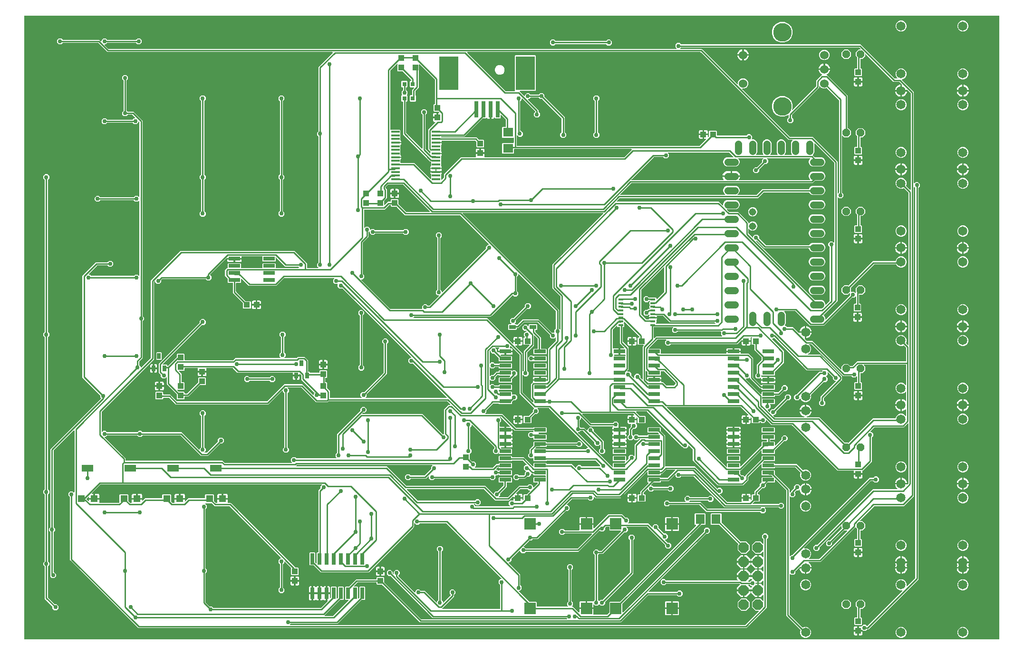
<source format=gbr>
G04 EAGLE Gerber RS-274X export*
G75*
%MOMM*%
%FSLAX34Y34*%
%LPD*%
%INBottom Copper*%
%IPPOS*%
%AMOC8*
5,1,8,0,0,1.08239X$1,22.5*%
G01*
%ADD10R,1.300000X1.300000*%
%ADD11R,2.000000X1.300000*%
%ADD12R,1.100000X1.000000*%
%ADD13R,1.000000X1.100000*%
%ADD14C,1.650000*%
%ADD15R,1.200000X0.700000*%
%ADD16R,2.032000X0.660400*%
%ADD17R,0.700000X1.000000*%
%ADD18R,0.660400X2.032000*%
%ADD19R,1.500000X0.400000*%
%ADD20P,1.429621X8X22.500000*%
%ADD21R,0.800000X0.800000*%
%ADD22C,1.524000*%
%ADD23C,3.302000*%
%ADD24R,0.900000X0.350000*%
%ADD25C,1.308000*%
%ADD26C,1.308000*%
%ADD27P,2.034460X8X112.500000*%
%ADD28R,2.000000X2.000000*%
%ADD29R,1.803000X1.600000*%
%ADD30R,3.400000X6.040000*%
%ADD31R,0.700000X3.000000*%
%ADD32R,1.600000X1.803000*%
%ADD33C,0.254000*%
%ADD34C,0.756400*%

G36*
X1737434Y1528D02*
X1737434Y1528D01*
X1737453Y1526D01*
X1737555Y1548D01*
X1737657Y1564D01*
X1737674Y1574D01*
X1737694Y1578D01*
X1737783Y1631D01*
X1737874Y1680D01*
X1737888Y1694D01*
X1737905Y1704D01*
X1737972Y1783D01*
X1738044Y1858D01*
X1738052Y1876D01*
X1738065Y1891D01*
X1738104Y1987D01*
X1738147Y2081D01*
X1738149Y2101D01*
X1738157Y2119D01*
X1738175Y2286D01*
X1738175Y1112014D01*
X1738172Y1112034D01*
X1738174Y1112053D01*
X1738152Y1112155D01*
X1738136Y1112257D01*
X1738126Y1112274D01*
X1738122Y1112294D01*
X1738069Y1112383D01*
X1738020Y1112474D01*
X1738006Y1112488D01*
X1737996Y1112505D01*
X1737917Y1112572D01*
X1737842Y1112644D01*
X1737824Y1112652D01*
X1737809Y1112665D01*
X1737713Y1112704D01*
X1737619Y1112747D01*
X1737599Y1112749D01*
X1737581Y1112757D01*
X1737414Y1112775D01*
X2286Y1112775D01*
X2266Y1112772D01*
X2247Y1112774D01*
X2145Y1112752D01*
X2043Y1112736D01*
X2026Y1112726D01*
X2006Y1112722D01*
X1917Y1112669D01*
X1826Y1112620D01*
X1812Y1112606D01*
X1795Y1112596D01*
X1728Y1112517D01*
X1656Y1112442D01*
X1648Y1112424D01*
X1635Y1112409D01*
X1596Y1112313D01*
X1553Y1112219D01*
X1551Y1112199D01*
X1543Y1112181D01*
X1525Y1112014D01*
X1525Y2286D01*
X1528Y2266D01*
X1526Y2247D01*
X1548Y2145D01*
X1564Y2043D01*
X1574Y2026D01*
X1578Y2006D01*
X1631Y1917D01*
X1680Y1826D01*
X1694Y1812D01*
X1704Y1795D01*
X1783Y1728D01*
X1858Y1656D01*
X1876Y1648D01*
X1891Y1635D01*
X1987Y1596D01*
X2081Y1553D01*
X2101Y1551D01*
X2119Y1543D01*
X2286Y1525D01*
X1737414Y1525D01*
X1737434Y1528D01*
G37*
%LPC*%
G36*
X1390896Y4185D02*
X1390896Y4185D01*
X1387303Y5673D01*
X1384553Y8423D01*
X1383065Y12016D01*
X1383065Y15904D01*
X1383814Y17713D01*
X1383841Y17826D01*
X1383870Y17940D01*
X1383869Y17946D01*
X1383871Y17952D01*
X1383860Y18069D01*
X1383850Y18185D01*
X1383848Y18191D01*
X1383847Y18197D01*
X1383800Y18305D01*
X1383754Y18411D01*
X1383749Y18417D01*
X1383747Y18422D01*
X1383735Y18436D01*
X1383649Y18542D01*
X1358645Y43546D01*
X1358645Y266751D01*
X1358631Y266841D01*
X1358623Y266932D01*
X1358611Y266962D01*
X1358606Y266994D01*
X1358563Y267074D01*
X1358527Y267158D01*
X1358501Y267190D01*
X1358490Y267211D01*
X1358467Y267233D01*
X1358422Y267289D01*
X1339118Y286593D01*
X1339060Y286635D01*
X1339008Y286685D01*
X1338961Y286707D01*
X1338919Y286737D01*
X1338850Y286758D01*
X1338785Y286788D01*
X1338733Y286794D01*
X1338683Y286809D01*
X1338612Y286807D01*
X1338541Y286815D01*
X1338490Y286804D01*
X1338438Y286803D01*
X1338370Y286778D01*
X1338300Y286763D01*
X1338255Y286736D01*
X1338207Y286718D01*
X1338151Y286674D01*
X1338089Y286637D01*
X1338055Y286597D01*
X1338015Y286565D01*
X1337976Y286504D01*
X1337929Y286450D01*
X1337910Y286402D01*
X1337882Y286358D01*
X1337864Y286288D01*
X1337837Y286222D01*
X1337829Y286150D01*
X1337821Y286119D01*
X1337823Y286096D01*
X1337819Y286055D01*
X1337819Y281816D01*
X1336926Y280923D01*
X1325575Y280923D01*
X1325485Y280909D01*
X1325394Y280901D01*
X1325364Y280889D01*
X1325332Y280884D01*
X1325252Y280841D01*
X1325168Y280805D01*
X1325136Y280779D01*
X1325115Y280768D01*
X1325097Y280750D01*
X1325095Y280749D01*
X1325088Y280742D01*
X1325037Y280700D01*
X1322266Y277929D01*
X1322213Y277855D01*
X1322153Y277786D01*
X1322141Y277756D01*
X1322122Y277730D01*
X1322095Y277643D01*
X1322061Y277558D01*
X1322057Y277517D01*
X1322050Y277495D01*
X1322051Y277462D01*
X1322043Y277391D01*
X1322043Y274154D01*
X1318934Y271045D01*
X1315697Y271045D01*
X1315607Y271031D01*
X1315516Y271023D01*
X1315486Y271011D01*
X1315454Y271006D01*
X1315374Y270963D01*
X1315290Y270927D01*
X1315258Y270901D01*
X1315237Y270890D01*
X1315215Y270867D01*
X1315159Y270822D01*
X1307562Y263225D01*
X1307509Y263151D01*
X1307449Y263082D01*
X1307437Y263052D01*
X1307418Y263026D01*
X1307391Y262939D01*
X1307357Y262854D01*
X1307353Y262813D01*
X1307346Y262791D01*
X1307347Y262758D01*
X1307339Y262687D01*
X1307339Y260686D01*
X1307342Y260666D01*
X1307340Y260647D01*
X1307362Y260545D01*
X1307378Y260443D01*
X1307388Y260426D01*
X1307392Y260406D01*
X1307445Y260317D01*
X1307494Y260226D01*
X1307508Y260212D01*
X1307518Y260195D01*
X1307597Y260128D01*
X1307672Y260056D01*
X1307690Y260048D01*
X1307705Y260035D01*
X1307801Y259996D01*
X1307895Y259953D01*
X1307915Y259951D01*
X1307933Y259943D01*
X1308100Y259925D01*
X1310032Y259925D01*
X1310925Y259032D01*
X1310925Y247768D01*
X1310032Y246875D01*
X1301687Y246875D01*
X1301597Y246861D01*
X1301506Y246853D01*
X1301476Y246841D01*
X1301444Y246836D01*
X1301364Y246793D01*
X1301280Y246757D01*
X1301247Y246731D01*
X1301227Y246720D01*
X1301205Y246697D01*
X1301149Y246652D01*
X1298367Y243870D01*
X1298325Y243812D01*
X1298275Y243760D01*
X1298253Y243713D01*
X1298223Y243671D01*
X1298202Y243602D01*
X1298172Y243537D01*
X1298166Y243485D01*
X1298151Y243435D01*
X1298153Y243364D01*
X1298145Y243293D01*
X1298156Y243242D01*
X1298157Y243190D01*
X1298182Y243122D01*
X1298197Y243052D01*
X1298224Y243007D01*
X1298242Y242959D01*
X1298286Y242903D01*
X1298323Y242841D01*
X1298363Y242807D01*
X1298395Y242767D01*
X1298456Y242728D01*
X1298510Y242681D01*
X1298558Y242662D01*
X1298602Y242634D01*
X1298672Y242616D01*
X1298738Y242589D01*
X1298810Y242581D01*
X1298841Y242573D01*
X1298864Y242575D01*
X1298905Y242571D01*
X1344223Y242571D01*
X1344313Y242585D01*
X1344404Y242593D01*
X1344433Y242605D01*
X1344465Y242610D01*
X1344546Y242653D01*
X1344630Y242689D01*
X1344662Y242715D01*
X1344683Y242726D01*
X1344705Y242749D01*
X1344761Y242794D01*
X1347050Y245083D01*
X1351446Y245083D01*
X1354555Y241974D01*
X1354555Y237578D01*
X1351446Y234469D01*
X1347050Y234469D01*
X1344761Y236758D01*
X1344687Y236811D01*
X1344617Y236871D01*
X1344587Y236883D01*
X1344561Y236902D01*
X1344474Y236929D01*
X1344389Y236963D01*
X1344348Y236967D01*
X1344326Y236974D01*
X1344294Y236973D01*
X1344223Y236981D01*
X1320745Y236981D01*
X1320675Y236970D01*
X1320603Y236968D01*
X1320554Y236950D01*
X1320503Y236942D01*
X1320439Y236908D01*
X1320372Y236883D01*
X1320331Y236851D01*
X1320285Y236826D01*
X1320236Y236774D01*
X1320180Y236730D01*
X1320152Y236686D01*
X1320116Y236648D01*
X1320086Y236583D01*
X1320047Y236523D01*
X1320034Y236472D01*
X1320012Y236425D01*
X1320004Y236354D01*
X1319987Y236284D01*
X1319991Y236232D01*
X1319985Y236181D01*
X1320000Y236110D01*
X1320006Y236039D01*
X1320026Y235991D01*
X1320037Y235940D01*
X1320074Y235879D01*
X1320102Y235813D01*
X1320147Y235757D01*
X1320164Y235729D01*
X1320181Y235714D01*
X1320207Y235682D01*
X1322043Y233846D01*
X1322043Y229450D01*
X1318934Y226341D01*
X1314538Y226341D01*
X1312249Y228630D01*
X1312175Y228683D01*
X1312105Y228743D01*
X1312075Y228755D01*
X1312049Y228774D01*
X1311962Y228801D01*
X1311877Y228835D01*
X1311836Y228839D01*
X1311814Y228846D01*
X1311782Y228845D01*
X1311711Y228853D01*
X1216010Y228853D01*
X1204041Y240822D01*
X1203967Y240875D01*
X1203898Y240935D01*
X1203868Y240947D01*
X1203842Y240966D01*
X1203755Y240993D01*
X1203670Y241027D01*
X1203629Y241031D01*
X1203607Y241038D01*
X1203574Y241037D01*
X1203503Y241045D01*
X1151073Y241045D01*
X1150983Y241031D01*
X1150892Y241023D01*
X1150863Y241011D01*
X1150831Y241006D01*
X1150750Y240963D01*
X1150666Y240927D01*
X1150634Y240901D01*
X1150613Y240890D01*
X1150591Y240867D01*
X1150535Y240822D01*
X1148246Y238533D01*
X1143850Y238533D01*
X1140741Y241642D01*
X1140741Y246038D01*
X1143850Y249147D01*
X1148246Y249147D01*
X1150535Y246858D01*
X1150609Y246805D01*
X1150679Y246745D01*
X1150709Y246733D01*
X1150735Y246714D01*
X1150822Y246687D01*
X1150907Y246653D01*
X1150948Y246649D01*
X1150970Y246642D01*
X1151002Y246643D01*
X1151073Y246635D01*
X1178615Y246635D01*
X1178685Y246646D01*
X1178757Y246648D01*
X1178806Y246666D01*
X1178857Y246674D01*
X1178921Y246708D01*
X1178988Y246733D01*
X1179029Y246765D01*
X1179075Y246790D01*
X1179124Y246842D01*
X1179180Y246886D01*
X1179208Y246930D01*
X1179244Y246968D01*
X1179274Y247033D01*
X1179313Y247093D01*
X1179326Y247144D01*
X1179348Y247191D01*
X1179356Y247262D01*
X1179373Y247332D01*
X1179369Y247384D01*
X1179375Y247435D01*
X1179360Y247506D01*
X1179354Y247577D01*
X1179334Y247625D01*
X1179323Y247676D01*
X1179286Y247737D01*
X1179258Y247803D01*
X1179213Y247859D01*
X1179196Y247887D01*
X1179186Y247896D01*
X1179184Y247899D01*
X1179174Y247908D01*
X1179153Y247934D01*
X1177317Y249770D01*
X1177317Y254166D01*
X1180426Y257275D01*
X1184822Y257275D01*
X1187111Y254986D01*
X1187185Y254933D01*
X1187255Y254873D01*
X1187285Y254861D01*
X1187311Y254842D01*
X1187398Y254815D01*
X1187483Y254781D01*
X1187524Y254777D01*
X1187546Y254770D01*
X1187578Y254771D01*
X1187649Y254763D01*
X1218239Y254763D01*
X1218329Y254777D01*
X1218420Y254785D01*
X1218449Y254797D01*
X1218481Y254802D01*
X1218562Y254845D01*
X1218646Y254881D01*
X1218678Y254907D01*
X1218699Y254918D01*
X1218721Y254941D01*
X1218777Y254986D01*
X1221066Y257275D01*
X1225462Y257275D01*
X1228571Y254166D01*
X1228571Y249770D01*
X1225462Y246661D01*
X1221066Y246661D01*
X1218777Y248950D01*
X1218703Y249003D01*
X1218633Y249063D01*
X1218603Y249075D01*
X1218577Y249094D01*
X1218490Y249121D01*
X1218405Y249155D01*
X1218364Y249159D01*
X1218342Y249166D01*
X1218310Y249165D01*
X1218239Y249173D01*
X1187649Y249173D01*
X1187560Y249159D01*
X1187468Y249151D01*
X1187439Y249139D01*
X1187407Y249134D01*
X1187326Y249091D01*
X1187242Y249055D01*
X1187210Y249029D01*
X1187189Y249018D01*
X1187167Y248995D01*
X1187111Y248950D01*
X1186095Y247934D01*
X1186053Y247876D01*
X1186004Y247824D01*
X1185982Y247777D01*
X1185952Y247735D01*
X1185930Y247666D01*
X1185900Y247601D01*
X1185895Y247549D01*
X1185879Y247499D01*
X1185881Y247428D01*
X1185873Y247357D01*
X1185884Y247306D01*
X1185886Y247254D01*
X1185910Y247186D01*
X1185925Y247116D01*
X1185952Y247071D01*
X1185970Y247023D01*
X1186015Y246967D01*
X1186052Y246905D01*
X1186091Y246871D01*
X1186124Y246831D01*
X1186184Y246792D01*
X1186239Y246745D01*
X1186287Y246726D01*
X1186331Y246698D01*
X1186400Y246680D01*
X1186467Y246653D01*
X1186538Y246645D01*
X1186569Y246637D01*
X1186592Y246639D01*
X1186633Y246635D01*
X1206134Y246635D01*
X1218103Y234666D01*
X1218177Y234613D01*
X1218246Y234553D01*
X1218276Y234541D01*
X1218302Y234522D01*
X1218389Y234495D01*
X1218474Y234461D01*
X1218515Y234457D01*
X1218537Y234450D01*
X1218570Y234451D01*
X1218641Y234443D01*
X1311711Y234443D01*
X1311801Y234457D01*
X1311892Y234465D01*
X1311921Y234477D01*
X1311953Y234482D01*
X1312034Y234525D01*
X1312118Y234561D01*
X1312150Y234587D01*
X1312171Y234598D01*
X1312193Y234621D01*
X1312195Y234622D01*
X1312198Y234625D01*
X1312249Y234666D01*
X1313265Y235682D01*
X1313307Y235740D01*
X1313356Y235792D01*
X1313378Y235839D01*
X1313408Y235881D01*
X1313429Y235950D01*
X1313460Y236015D01*
X1313465Y236067D01*
X1313481Y236117D01*
X1313479Y236188D01*
X1313487Y236259D01*
X1313476Y236310D01*
X1313474Y236362D01*
X1313450Y236430D01*
X1313435Y236500D01*
X1313408Y236544D01*
X1313390Y236593D01*
X1313345Y236649D01*
X1313308Y236711D01*
X1313269Y236745D01*
X1313236Y236785D01*
X1313176Y236824D01*
X1313121Y236871D01*
X1313073Y236890D01*
X1313029Y236918D01*
X1312960Y236936D01*
X1312893Y236963D01*
X1312822Y236971D01*
X1312791Y236979D01*
X1312768Y236977D01*
X1312727Y236981D01*
X1248522Y236981D01*
X1193881Y291622D01*
X1193807Y291675D01*
X1193738Y291735D01*
X1193708Y291747D01*
X1193682Y291766D01*
X1193595Y291793D01*
X1193510Y291827D01*
X1193469Y291831D01*
X1193447Y291838D01*
X1193414Y291837D01*
X1193343Y291845D01*
X1171393Y291845D01*
X1171303Y291831D01*
X1171212Y291823D01*
X1171183Y291811D01*
X1171151Y291806D01*
X1171070Y291763D01*
X1170986Y291727D01*
X1170954Y291701D01*
X1170933Y291690D01*
X1170911Y291667D01*
X1170855Y291622D01*
X1168566Y289333D01*
X1164170Y289333D01*
X1161061Y292442D01*
X1161061Y293703D01*
X1161050Y293774D01*
X1161048Y293846D01*
X1161030Y293895D01*
X1161022Y293946D01*
X1160988Y294009D01*
X1160963Y294077D01*
X1160931Y294117D01*
X1160906Y294163D01*
X1160854Y294213D01*
X1160810Y294269D01*
X1160766Y294297D01*
X1160728Y294333D01*
X1160663Y294363D01*
X1160603Y294402D01*
X1160552Y294414D01*
X1160505Y294436D01*
X1160434Y294444D01*
X1160364Y294462D01*
X1160312Y294458D01*
X1160261Y294463D01*
X1160190Y294448D01*
X1160119Y294443D01*
X1160071Y294422D01*
X1160020Y294411D01*
X1159959Y294374D01*
X1159893Y294346D01*
X1159837Y294301D01*
X1159809Y294285D01*
X1159794Y294267D01*
X1159762Y294241D01*
X1149238Y283717D01*
X1135380Y283717D01*
X1135360Y283714D01*
X1135341Y283716D01*
X1135239Y283694D01*
X1135137Y283678D01*
X1135120Y283668D01*
X1135100Y283664D01*
X1135011Y283611D01*
X1134920Y283562D01*
X1134906Y283548D01*
X1134889Y283538D01*
X1134822Y283459D01*
X1134750Y283384D01*
X1134742Y283366D01*
X1134729Y283351D01*
X1134690Y283255D01*
X1134647Y283161D01*
X1134645Y283141D01*
X1134637Y283123D01*
X1134619Y282956D01*
X1134619Y281816D01*
X1133726Y280923D01*
X1122375Y280923D01*
X1122285Y280909D01*
X1122194Y280901D01*
X1122164Y280889D01*
X1122132Y280884D01*
X1122052Y280841D01*
X1121968Y280805D01*
X1121936Y280779D01*
X1121915Y280768D01*
X1121897Y280750D01*
X1121895Y280749D01*
X1121888Y280742D01*
X1121837Y280700D01*
X1117999Y276862D01*
X1117957Y276804D01*
X1117907Y276752D01*
X1117885Y276705D01*
X1117855Y276663D01*
X1117834Y276594D01*
X1117804Y276529D01*
X1117798Y276477D01*
X1117783Y276427D01*
X1117785Y276356D01*
X1117777Y276285D01*
X1117788Y276234D01*
X1117789Y276182D01*
X1117814Y276114D01*
X1117829Y276044D01*
X1117856Y275999D01*
X1117874Y275951D01*
X1117918Y275895D01*
X1117955Y275833D01*
X1117995Y275799D01*
X1118027Y275759D01*
X1118088Y275720D01*
X1118142Y275673D01*
X1118190Y275654D01*
X1118234Y275626D01*
X1118304Y275608D01*
X1118370Y275581D01*
X1118442Y275573D01*
X1118473Y275565D01*
X1118496Y275567D01*
X1118537Y275563D01*
X1119798Y275563D01*
X1122087Y273274D01*
X1122161Y273221D01*
X1122231Y273161D01*
X1122261Y273149D01*
X1122287Y273130D01*
X1122374Y273103D01*
X1122459Y273069D01*
X1122500Y273065D01*
X1122522Y273058D01*
X1122554Y273059D01*
X1122625Y273051D01*
X1147119Y273051D01*
X1147209Y273065D01*
X1147300Y273073D01*
X1147329Y273085D01*
X1147361Y273090D01*
X1147442Y273133D01*
X1147526Y273169D01*
X1147558Y273195D01*
X1147579Y273206D01*
X1147601Y273229D01*
X1147657Y273274D01*
X1149946Y275563D01*
X1154342Y275563D01*
X1157451Y272454D01*
X1157451Y268058D01*
X1154342Y264949D01*
X1149946Y264949D01*
X1147657Y267238D01*
X1147583Y267291D01*
X1147513Y267351D01*
X1147483Y267363D01*
X1147457Y267382D01*
X1147370Y267409D01*
X1147285Y267443D01*
X1147244Y267447D01*
X1147222Y267454D01*
X1147190Y267453D01*
X1147119Y267461D01*
X1122625Y267461D01*
X1122535Y267447D01*
X1122444Y267439D01*
X1122415Y267427D01*
X1122383Y267422D01*
X1122302Y267379D01*
X1122218Y267343D01*
X1122186Y267317D01*
X1122165Y267306D01*
X1122143Y267283D01*
X1122087Y267238D01*
X1119798Y264949D01*
X1115402Y264949D01*
X1112293Y268058D01*
X1112293Y269319D01*
X1112282Y269390D01*
X1112280Y269462D01*
X1112262Y269511D01*
X1112254Y269562D01*
X1112220Y269625D01*
X1112195Y269693D01*
X1112163Y269733D01*
X1112138Y269779D01*
X1112087Y269829D01*
X1112042Y269885D01*
X1111998Y269913D01*
X1111960Y269949D01*
X1111895Y269979D01*
X1111835Y270018D01*
X1111784Y270030D01*
X1111737Y270052D01*
X1111666Y270060D01*
X1111596Y270078D01*
X1111544Y270074D01*
X1111493Y270079D01*
X1111422Y270064D01*
X1111351Y270059D01*
X1111303Y270038D01*
X1111252Y270027D01*
X1111191Y269990D01*
X1111125Y269962D01*
X1111069Y269917D01*
X1111041Y269901D01*
X1111026Y269883D01*
X1110994Y269857D01*
X1104362Y263225D01*
X1104309Y263151D01*
X1104249Y263082D01*
X1104237Y263052D01*
X1104218Y263026D01*
X1104191Y262939D01*
X1104157Y262854D01*
X1104153Y262813D01*
X1104146Y262791D01*
X1104147Y262758D01*
X1104139Y262687D01*
X1104139Y260686D01*
X1104142Y260666D01*
X1104140Y260647D01*
X1104162Y260545D01*
X1104178Y260443D01*
X1104188Y260426D01*
X1104192Y260406D01*
X1104245Y260317D01*
X1104294Y260226D01*
X1104308Y260212D01*
X1104318Y260195D01*
X1104397Y260128D01*
X1104472Y260056D01*
X1104490Y260048D01*
X1104505Y260035D01*
X1104601Y259996D01*
X1104695Y259953D01*
X1104715Y259951D01*
X1104733Y259943D01*
X1104900Y259925D01*
X1106832Y259925D01*
X1107725Y259032D01*
X1107725Y247768D01*
X1106832Y246875D01*
X1094568Y246875D01*
X1093675Y247768D01*
X1093675Y259032D01*
X1094568Y259925D01*
X1097788Y259925D01*
X1097808Y259928D01*
X1097827Y259926D01*
X1097929Y259948D01*
X1098031Y259964D01*
X1098048Y259974D01*
X1098068Y259978D01*
X1098157Y260031D01*
X1098248Y260080D01*
X1098262Y260094D01*
X1098279Y260104D01*
X1098346Y260183D01*
X1098418Y260258D01*
X1098426Y260276D01*
X1098439Y260291D01*
X1098478Y260387D01*
X1098521Y260481D01*
X1098523Y260501D01*
X1098531Y260519D01*
X1098549Y260686D01*
X1098549Y265318D01*
X1112855Y279624D01*
X1112897Y279682D01*
X1112947Y279734D01*
X1112969Y279781D01*
X1112999Y279823D01*
X1113020Y279892D01*
X1113050Y279957D01*
X1113056Y280009D01*
X1113071Y280059D01*
X1113069Y280130D01*
X1113077Y280201D01*
X1113066Y280252D01*
X1113065Y280304D01*
X1113040Y280372D01*
X1113025Y280442D01*
X1112998Y280487D01*
X1112980Y280535D01*
X1112936Y280591D01*
X1112899Y280653D01*
X1112859Y280687D01*
X1112827Y280727D01*
X1112766Y280766D01*
X1112712Y280813D01*
X1112664Y280832D01*
X1112620Y280860D01*
X1112550Y280878D01*
X1112484Y280905D01*
X1112412Y280913D01*
X1112381Y280921D01*
X1112358Y280919D01*
X1112317Y280923D01*
X1112142Y280923D01*
X1111249Y281816D01*
X1111249Y289684D01*
X1112142Y290577D01*
X1133726Y290577D01*
X1134773Y289530D01*
X1134847Y289477D01*
X1134916Y289417D01*
X1134946Y289405D01*
X1134972Y289386D01*
X1135059Y289359D01*
X1135144Y289325D01*
X1135185Y289321D01*
X1135207Y289314D01*
X1135240Y289315D01*
X1135311Y289307D01*
X1146607Y289307D01*
X1146697Y289321D01*
X1146788Y289329D01*
X1146818Y289341D01*
X1146850Y289346D01*
X1146930Y289389D01*
X1147014Y289425D01*
X1147046Y289451D01*
X1147067Y289462D01*
X1147089Y289485D01*
X1147145Y289530D01*
X1160353Y302738D01*
X1160395Y302796D01*
X1160445Y302848D01*
X1160467Y302895D01*
X1160497Y302937D01*
X1160518Y303006D01*
X1160548Y303071D01*
X1160554Y303123D01*
X1160569Y303173D01*
X1160567Y303244D01*
X1160575Y303315D01*
X1160564Y303366D01*
X1160563Y303418D01*
X1160538Y303486D01*
X1160523Y303556D01*
X1160496Y303601D01*
X1160478Y303649D01*
X1160434Y303705D01*
X1160397Y303767D01*
X1160357Y303801D01*
X1160325Y303841D01*
X1160264Y303880D01*
X1160210Y303927D01*
X1160162Y303946D01*
X1160118Y303974D01*
X1160048Y303992D01*
X1159982Y304019D01*
X1159910Y304027D01*
X1159879Y304035D01*
X1159856Y304033D01*
X1159815Y304037D01*
X1145489Y304037D01*
X1145399Y304023D01*
X1145308Y304015D01*
X1145278Y304003D01*
X1145246Y303998D01*
X1145166Y303955D01*
X1145082Y303919D01*
X1145050Y303893D01*
X1145029Y303882D01*
X1145007Y303859D01*
X1144951Y303814D01*
X1137046Y295909D01*
X1135380Y295909D01*
X1135360Y295906D01*
X1135341Y295908D01*
X1135239Y295886D01*
X1135137Y295870D01*
X1135120Y295860D01*
X1135100Y295856D01*
X1135011Y295803D01*
X1134920Y295754D01*
X1134906Y295740D01*
X1134889Y295730D01*
X1134822Y295651D01*
X1134750Y295576D01*
X1134742Y295558D01*
X1134729Y295543D01*
X1134690Y295447D01*
X1134647Y295353D01*
X1134645Y295333D01*
X1134637Y295315D01*
X1134619Y295148D01*
X1134619Y294516D01*
X1133726Y293623D01*
X1112142Y293623D01*
X1111249Y294516D01*
X1111249Y298755D01*
X1111238Y298826D01*
X1111236Y298898D01*
X1111218Y298947D01*
X1111210Y298998D01*
X1111176Y299061D01*
X1111151Y299129D01*
X1111119Y299169D01*
X1111094Y299215D01*
X1111042Y299265D01*
X1110998Y299321D01*
X1110954Y299349D01*
X1110916Y299385D01*
X1110851Y299415D01*
X1110791Y299454D01*
X1110740Y299466D01*
X1110693Y299488D01*
X1110622Y299496D01*
X1110552Y299514D01*
X1110500Y299510D01*
X1110449Y299515D01*
X1110378Y299500D01*
X1110307Y299495D01*
X1110259Y299474D01*
X1110208Y299463D01*
X1110147Y299426D01*
X1110081Y299398D01*
X1110025Y299353D01*
X1109997Y299337D01*
X1109982Y299319D01*
X1109950Y299293D01*
X1063894Y253237D01*
X1018906Y253237D01*
X1017046Y255097D01*
X1016510Y255633D01*
X1016452Y255675D01*
X1016400Y255725D01*
X1016353Y255747D01*
X1016311Y255777D01*
X1016242Y255798D01*
X1016177Y255828D01*
X1016125Y255834D01*
X1016075Y255849D01*
X1016004Y255847D01*
X1015933Y255855D01*
X1015882Y255844D01*
X1015830Y255843D01*
X1015762Y255818D01*
X1015692Y255803D01*
X1015647Y255776D01*
X1015599Y255758D01*
X1015543Y255714D01*
X1015481Y255677D01*
X1015447Y255637D01*
X1015407Y255605D01*
X1015368Y255545D01*
X1015321Y255490D01*
X1015302Y255442D01*
X1015274Y255398D01*
X1015256Y255329D01*
X1015229Y255262D01*
X1015221Y255191D01*
X1015213Y255159D01*
X1015215Y255136D01*
X1015211Y255095D01*
X1015211Y251802D01*
X1012102Y248693D01*
X1007706Y248693D01*
X1005417Y250982D01*
X1005343Y251035D01*
X1005273Y251095D01*
X1005243Y251107D01*
X1005217Y251126D01*
X1005130Y251153D01*
X1005045Y251187D01*
X1005004Y251191D01*
X1004982Y251198D01*
X1004950Y251197D01*
X1004879Y251205D01*
X976833Y251205D01*
X976743Y251191D01*
X976652Y251183D01*
X976622Y251171D01*
X976590Y251166D01*
X976509Y251123D01*
X976426Y251087D01*
X976393Y251061D01*
X976373Y251050D01*
X976351Y251027D01*
X976295Y250982D01*
X967631Y242318D01*
X967589Y242260D01*
X967539Y242208D01*
X967517Y242161D01*
X967487Y242119D01*
X967466Y242050D01*
X967436Y241985D01*
X967430Y241933D01*
X967415Y241883D01*
X967417Y241812D01*
X967409Y241741D01*
X967420Y241690D01*
X967421Y241638D01*
X967446Y241570D01*
X967461Y241500D01*
X967488Y241456D01*
X967506Y241407D01*
X967550Y241351D01*
X967587Y241289D01*
X967627Y241255D01*
X967659Y241215D01*
X967720Y241176D01*
X967774Y241129D01*
X967822Y241110D01*
X967866Y241082D01*
X967936Y241064D01*
X968002Y241037D01*
X968074Y241029D01*
X968105Y241021D01*
X968128Y241023D01*
X968169Y241019D01*
X969430Y241019D01*
X972539Y237910D01*
X972539Y233514D01*
X969430Y230405D01*
X966193Y230405D01*
X966103Y230391D01*
X966012Y230383D01*
X965982Y230371D01*
X965950Y230366D01*
X965870Y230323D01*
X965786Y230287D01*
X965754Y230261D01*
X965733Y230250D01*
X965711Y230227D01*
X965655Y230182D01*
X915558Y180085D01*
X907233Y180085D01*
X907143Y180071D01*
X907052Y180063D01*
X907023Y180051D01*
X906991Y180046D01*
X906910Y180003D01*
X906826Y179967D01*
X906794Y179941D01*
X906773Y179930D01*
X906751Y179907D01*
X906695Y179862D01*
X904406Y177573D01*
X901169Y177573D01*
X901079Y177559D01*
X900988Y177551D01*
X900958Y177539D01*
X900926Y177534D01*
X900845Y177491D01*
X900762Y177455D01*
X900729Y177429D01*
X900709Y177418D01*
X900687Y177395D01*
X900631Y177350D01*
X890415Y167134D01*
X890373Y167076D01*
X890323Y167024D01*
X890301Y166977D01*
X890271Y166935D01*
X890250Y166866D01*
X890220Y166801D01*
X890214Y166749D01*
X890199Y166699D01*
X890201Y166628D01*
X890193Y166557D01*
X890204Y166506D01*
X890205Y166454D01*
X890230Y166386D01*
X890245Y166316D01*
X890272Y166272D01*
X890290Y166223D01*
X890334Y166167D01*
X890371Y166105D01*
X890411Y166071D01*
X890443Y166031D01*
X890504Y165992D01*
X890558Y165945D01*
X890606Y165926D01*
X890650Y165898D01*
X890720Y165880D01*
X890786Y165853D01*
X890858Y165845D01*
X890889Y165837D01*
X890912Y165839D01*
X890953Y165835D01*
X892214Y165835D01*
X894503Y163546D01*
X894577Y163493D01*
X894647Y163433D01*
X894677Y163421D01*
X894703Y163402D01*
X894790Y163375D01*
X894875Y163341D01*
X894916Y163337D01*
X894938Y163330D01*
X894970Y163331D01*
X895041Y163323D01*
X986079Y163323D01*
X986169Y163337D01*
X986260Y163345D01*
X986290Y163357D01*
X986322Y163362D01*
X986402Y163405D01*
X986486Y163441D01*
X986518Y163467D01*
X986539Y163478D01*
X986561Y163501D01*
X986617Y163546D01*
X1012017Y188946D01*
X1012059Y189004D01*
X1012109Y189056D01*
X1012131Y189103D01*
X1012161Y189145D01*
X1012182Y189214D01*
X1012212Y189279D01*
X1012218Y189331D01*
X1012233Y189381D01*
X1012231Y189452D01*
X1012239Y189523D01*
X1012228Y189574D01*
X1012227Y189626D01*
X1012202Y189694D01*
X1012187Y189764D01*
X1012160Y189809D01*
X1012142Y189857D01*
X1012098Y189913D01*
X1012061Y189975D01*
X1012021Y190009D01*
X1011989Y190049D01*
X1011928Y190088D01*
X1011874Y190135D01*
X1011826Y190154D01*
X1011782Y190182D01*
X1011712Y190200D01*
X1011646Y190227D01*
X1011574Y190235D01*
X1011543Y190243D01*
X1011520Y190241D01*
X1011479Y190245D01*
X964129Y190245D01*
X964039Y190231D01*
X963948Y190223D01*
X963919Y190211D01*
X963887Y190206D01*
X963806Y190163D01*
X963722Y190127D01*
X963690Y190101D01*
X963669Y190090D01*
X963647Y190067D01*
X963591Y190022D01*
X961302Y187733D01*
X956906Y187733D01*
X953797Y190842D01*
X953797Y195238D01*
X956906Y198347D01*
X961302Y198347D01*
X963591Y196058D01*
X963665Y196005D01*
X963735Y195945D01*
X963765Y195933D01*
X963791Y195914D01*
X963878Y195887D01*
X963963Y195853D01*
X964004Y195849D01*
X964026Y195842D01*
X964058Y195843D01*
X964129Y195835D01*
X989198Y195835D01*
X989218Y195838D01*
X989237Y195836D01*
X989339Y195858D01*
X989441Y195874D01*
X989458Y195884D01*
X989478Y195888D01*
X989567Y195941D01*
X989658Y195990D01*
X989672Y196004D01*
X989689Y196014D01*
X989756Y196093D01*
X989828Y196168D01*
X989836Y196186D01*
X989849Y196201D01*
X989888Y196297D01*
X989931Y196391D01*
X989933Y196411D01*
X989941Y196429D01*
X989959Y196596D01*
X989959Y205477D01*
X1001738Y205477D01*
X1001758Y205480D01*
X1001777Y205478D01*
X1001879Y205500D01*
X1001981Y205517D01*
X1001998Y205526D01*
X1002018Y205530D01*
X1002107Y205583D01*
X1002198Y205632D01*
X1002212Y205646D01*
X1002229Y205656D01*
X1002296Y205735D01*
X1002367Y205810D01*
X1002376Y205828D01*
X1002389Y205843D01*
X1002428Y205939D01*
X1002471Y206033D01*
X1002473Y206053D01*
X1002481Y206071D01*
X1002499Y206238D01*
X1002499Y207001D01*
X1002501Y207001D01*
X1002501Y206238D01*
X1002504Y206218D01*
X1002502Y206199D01*
X1002524Y206097D01*
X1002541Y205995D01*
X1002550Y205978D01*
X1002554Y205958D01*
X1002607Y205869D01*
X1002656Y205778D01*
X1002670Y205764D01*
X1002680Y205747D01*
X1002759Y205680D01*
X1002834Y205609D01*
X1002852Y205600D01*
X1002867Y205587D01*
X1002963Y205548D01*
X1003057Y205505D01*
X1003077Y205503D01*
X1003095Y205495D01*
X1003262Y205477D01*
X1015041Y205477D01*
X1015041Y199903D01*
X1015052Y199832D01*
X1015054Y199760D01*
X1015072Y199711D01*
X1015080Y199660D01*
X1015114Y199597D01*
X1015139Y199529D01*
X1015171Y199489D01*
X1015196Y199443D01*
X1015247Y199393D01*
X1015292Y199337D01*
X1015336Y199309D01*
X1015374Y199273D01*
X1015439Y199243D01*
X1015499Y199204D01*
X1015550Y199192D01*
X1015597Y199170D01*
X1015668Y199162D01*
X1015738Y199144D01*
X1015790Y199148D01*
X1015841Y199143D01*
X1015912Y199158D01*
X1015983Y199163D01*
X1016031Y199184D01*
X1016082Y199195D01*
X1016143Y199232D01*
X1016209Y199260D01*
X1016265Y199305D01*
X1016293Y199321D01*
X1016308Y199339D01*
X1016340Y199365D01*
X1039398Y222423D01*
X1041258Y224283D01*
X1065926Y224283D01*
X1071319Y218890D01*
X1071393Y218837D01*
X1071462Y218777D01*
X1071492Y218765D01*
X1071518Y218746D01*
X1071605Y218719D01*
X1071690Y218685D01*
X1071731Y218681D01*
X1071753Y218674D01*
X1071786Y218675D01*
X1071857Y218667D01*
X1075094Y218667D01*
X1078203Y215558D01*
X1078203Y211162D01*
X1076367Y209326D01*
X1076325Y209268D01*
X1076276Y209216D01*
X1076254Y209169D01*
X1076224Y209127D01*
X1076202Y209058D01*
X1076172Y208993D01*
X1076167Y208941D01*
X1076151Y208891D01*
X1076153Y208820D01*
X1076145Y208749D01*
X1076156Y208698D01*
X1076158Y208646D01*
X1076182Y208578D01*
X1076197Y208508D01*
X1076224Y208463D01*
X1076242Y208415D01*
X1076287Y208359D01*
X1076324Y208297D01*
X1076363Y208263D01*
X1076396Y208223D01*
X1076456Y208184D01*
X1076511Y208137D01*
X1076559Y208118D01*
X1076603Y208090D01*
X1076672Y208072D01*
X1076739Y208045D01*
X1076810Y208037D01*
X1076841Y208029D01*
X1076864Y208031D01*
X1076905Y208027D01*
X1112662Y208027D01*
X1119122Y201567D01*
X1119180Y201525D01*
X1119232Y201475D01*
X1119279Y201453D01*
X1119321Y201423D01*
X1119390Y201402D01*
X1119455Y201372D01*
X1119507Y201366D01*
X1119557Y201351D01*
X1119628Y201353D01*
X1119699Y201345D01*
X1119750Y201356D01*
X1119802Y201357D01*
X1119870Y201382D01*
X1119940Y201397D01*
X1119985Y201424D01*
X1120033Y201442D01*
X1120089Y201486D01*
X1120151Y201523D01*
X1120185Y201563D01*
X1120225Y201595D01*
X1120264Y201656D01*
X1120311Y201710D01*
X1120330Y201758D01*
X1120358Y201802D01*
X1120376Y201872D01*
X1120403Y201938D01*
X1120411Y202010D01*
X1120419Y202041D01*
X1120417Y202064D01*
X1120421Y202105D01*
X1120421Y203366D01*
X1123530Y206475D01*
X1127926Y206475D01*
X1131035Y203366D01*
X1131035Y200129D01*
X1131049Y200039D01*
X1131057Y199948D01*
X1131069Y199918D01*
X1131074Y199886D01*
X1131117Y199805D01*
X1131153Y199722D01*
X1131179Y199689D01*
X1131190Y199669D01*
X1131213Y199647D01*
X1131258Y199591D01*
X1140407Y190442D01*
X1140481Y190389D01*
X1140550Y190329D01*
X1140580Y190317D01*
X1140606Y190298D01*
X1140693Y190271D01*
X1140778Y190237D01*
X1140819Y190233D01*
X1140841Y190226D01*
X1140874Y190227D01*
X1140945Y190219D01*
X1144182Y190219D01*
X1147291Y187110D01*
X1147291Y182714D01*
X1144182Y179605D01*
X1142921Y179605D01*
X1142850Y179594D01*
X1142778Y179592D01*
X1142729Y179574D01*
X1142678Y179566D01*
X1142615Y179532D01*
X1142547Y179507D01*
X1142507Y179475D01*
X1142461Y179450D01*
X1142411Y179398D01*
X1142355Y179354D01*
X1142327Y179310D01*
X1142291Y179272D01*
X1142261Y179207D01*
X1142222Y179147D01*
X1142210Y179096D01*
X1142188Y179049D01*
X1142180Y178978D01*
X1142162Y178908D01*
X1142166Y178856D01*
X1142161Y178805D01*
X1142176Y178734D01*
X1142181Y178663D01*
X1142202Y178615D01*
X1142213Y178564D01*
X1142250Y178503D01*
X1142278Y178437D01*
X1142323Y178381D01*
X1142339Y178353D01*
X1142357Y178338D01*
X1142383Y178306D01*
X1146503Y174186D01*
X1146577Y174133D01*
X1146646Y174073D01*
X1146676Y174061D01*
X1146702Y174042D01*
X1146790Y174015D01*
X1146874Y173981D01*
X1146915Y173977D01*
X1146937Y173970D01*
X1146970Y173971D01*
X1147041Y173963D01*
X1150278Y173963D01*
X1153387Y170854D01*
X1153387Y166458D01*
X1150278Y163349D01*
X1145882Y163349D01*
X1142773Y166458D01*
X1142773Y169695D01*
X1142759Y169785D01*
X1142751Y169876D01*
X1142739Y169906D01*
X1142734Y169938D01*
X1142691Y170018D01*
X1142655Y170102D01*
X1142629Y170134D01*
X1142618Y170155D01*
X1142595Y170177D01*
X1142550Y170233D01*
X1110569Y202214D01*
X1110495Y202267D01*
X1110426Y202327D01*
X1110396Y202339D01*
X1110370Y202358D01*
X1110283Y202385D01*
X1110198Y202419D01*
X1110157Y202423D01*
X1110135Y202430D01*
X1110102Y202429D01*
X1110031Y202437D01*
X1074873Y202437D01*
X1074803Y202426D01*
X1074731Y202424D01*
X1074682Y202406D01*
X1074631Y202398D01*
X1074567Y202364D01*
X1074500Y202339D01*
X1074459Y202307D01*
X1074413Y202282D01*
X1074364Y202230D01*
X1074308Y202186D01*
X1074280Y202142D01*
X1074244Y202104D01*
X1074214Y202039D01*
X1074175Y201979D01*
X1074162Y201928D01*
X1074140Y201881D01*
X1074132Y201810D01*
X1074115Y201740D01*
X1074119Y201688D01*
X1074113Y201637D01*
X1074128Y201566D01*
X1074134Y201495D01*
X1074154Y201447D01*
X1074165Y201396D01*
X1074202Y201335D01*
X1074230Y201269D01*
X1074275Y201213D01*
X1074292Y201185D01*
X1074309Y201170D01*
X1074335Y201138D01*
X1076171Y199302D01*
X1076171Y194906D01*
X1073062Y191797D01*
X1069825Y191797D01*
X1069735Y191783D01*
X1069644Y191775D01*
X1069614Y191763D01*
X1069582Y191758D01*
X1069501Y191715D01*
X1069418Y191679D01*
X1069385Y191653D01*
X1069365Y191642D01*
X1069343Y191619D01*
X1069287Y191574D01*
X1033242Y155529D01*
X1031382Y153669D01*
X1025089Y153669D01*
X1024999Y153655D01*
X1024908Y153647D01*
X1024879Y153635D01*
X1024847Y153630D01*
X1024766Y153587D01*
X1024682Y153551D01*
X1024650Y153525D01*
X1024629Y153514D01*
X1024607Y153491D01*
X1024551Y153446D01*
X1023082Y151977D01*
X1023029Y151903D01*
X1022969Y151833D01*
X1022957Y151803D01*
X1022938Y151777D01*
X1022911Y151690D01*
X1022877Y151605D01*
X1022873Y151564D01*
X1022866Y151542D01*
X1022867Y151510D01*
X1022859Y151439D01*
X1022859Y72081D01*
X1022873Y71991D01*
X1022881Y71900D01*
X1022893Y71871D01*
X1022898Y71839D01*
X1022941Y71758D01*
X1022977Y71674D01*
X1023003Y71642D01*
X1023014Y71621D01*
X1023037Y71599D01*
X1023082Y71543D01*
X1024606Y70019D01*
X1024622Y70008D01*
X1024634Y69992D01*
X1024722Y69936D01*
X1024805Y69876D01*
X1024824Y69870D01*
X1024841Y69859D01*
X1024942Y69834D01*
X1025041Y69803D01*
X1025060Y69804D01*
X1025080Y69799D01*
X1025183Y69807D01*
X1025286Y69810D01*
X1025305Y69816D01*
X1025325Y69818D01*
X1025420Y69858D01*
X1025517Y69894D01*
X1025533Y69907D01*
X1025551Y69914D01*
X1025682Y70019D01*
X1028026Y72363D01*
X1031263Y72363D01*
X1031353Y72377D01*
X1031444Y72385D01*
X1031474Y72397D01*
X1031506Y72402D01*
X1031587Y72445D01*
X1031670Y72481D01*
X1031703Y72507D01*
X1031723Y72518D01*
X1031745Y72541D01*
X1031801Y72586D01*
X1080038Y120823D01*
X1080091Y120897D01*
X1080151Y120966D01*
X1080163Y120996D01*
X1080182Y121022D01*
X1080209Y121109D01*
X1080243Y121194D01*
X1080247Y121235D01*
X1080254Y121257D01*
X1080253Y121290D01*
X1080261Y121361D01*
X1080261Y177855D01*
X1080247Y177945D01*
X1080239Y178036D01*
X1080227Y178065D01*
X1080222Y178097D01*
X1080179Y178178D01*
X1080143Y178262D01*
X1080117Y178294D01*
X1080106Y178315D01*
X1080083Y178337D01*
X1080038Y178393D01*
X1077749Y180682D01*
X1077749Y185078D01*
X1080858Y188187D01*
X1085254Y188187D01*
X1088363Y185078D01*
X1088363Y180682D01*
X1086074Y178393D01*
X1086021Y178319D01*
X1085961Y178249D01*
X1085949Y178219D01*
X1085930Y178193D01*
X1085903Y178106D01*
X1085869Y178021D01*
X1085865Y177980D01*
X1085858Y177958D01*
X1085859Y177926D01*
X1085851Y177855D01*
X1085851Y118730D01*
X1035754Y68633D01*
X1035701Y68559D01*
X1035641Y68490D01*
X1035629Y68460D01*
X1035610Y68434D01*
X1035583Y68347D01*
X1035549Y68262D01*
X1035545Y68221D01*
X1035538Y68199D01*
X1035539Y68166D01*
X1035531Y68095D01*
X1035531Y64858D01*
X1032422Y61749D01*
X1028026Y61749D01*
X1025682Y64093D01*
X1025666Y64104D01*
X1025654Y64120D01*
X1025566Y64176D01*
X1025483Y64236D01*
X1025464Y64242D01*
X1025447Y64253D01*
X1025346Y64278D01*
X1025247Y64309D01*
X1025228Y64308D01*
X1025208Y64313D01*
X1025105Y64305D01*
X1025002Y64302D01*
X1024983Y64296D01*
X1024963Y64294D01*
X1024868Y64254D01*
X1024771Y64218D01*
X1024755Y64205D01*
X1024737Y64198D01*
X1024606Y64093D01*
X1022262Y61749D01*
X1017866Y61749D01*
X1016340Y63275D01*
X1016282Y63317D01*
X1016230Y63366D01*
X1016183Y63388D01*
X1016141Y63418D01*
X1016072Y63440D01*
X1016007Y63470D01*
X1015955Y63475D01*
X1015905Y63491D01*
X1015834Y63489D01*
X1015763Y63497D01*
X1015712Y63486D01*
X1015660Y63484D01*
X1015592Y63460D01*
X1015522Y63445D01*
X1015477Y63418D01*
X1015429Y63400D01*
X1015373Y63355D01*
X1015311Y63318D01*
X1015277Y63279D01*
X1015237Y63246D01*
X1015198Y63186D01*
X1015151Y63131D01*
X1015132Y63083D01*
X1015104Y63039D01*
X1015086Y62970D01*
X1015059Y62903D01*
X1015051Y62832D01*
X1015043Y62801D01*
X1015045Y62778D01*
X1015041Y62737D01*
X1015041Y58523D01*
X1004023Y58523D01*
X1004023Y69541D01*
X1012834Y69541D01*
X1013481Y69368D01*
X1013856Y69151D01*
X1013897Y69135D01*
X1013934Y69112D01*
X1014012Y69092D01*
X1014086Y69064D01*
X1014130Y69062D01*
X1014172Y69052D01*
X1014252Y69058D01*
X1014332Y69055D01*
X1014374Y69067D01*
X1014418Y69071D01*
X1014491Y69102D01*
X1014568Y69125D01*
X1014604Y69150D01*
X1014644Y69167D01*
X1014758Y69258D01*
X1014769Y69266D01*
X1014771Y69269D01*
X1014775Y69272D01*
X1017046Y71543D01*
X1017099Y71617D01*
X1017159Y71687D01*
X1017171Y71717D01*
X1017190Y71743D01*
X1017217Y71830D01*
X1017251Y71915D01*
X1017255Y71956D01*
X1017262Y71978D01*
X1017261Y72010D01*
X1017269Y72081D01*
X1017269Y151439D01*
X1017255Y151529D01*
X1017247Y151620D01*
X1017235Y151649D01*
X1017230Y151681D01*
X1017187Y151762D01*
X1017151Y151846D01*
X1017125Y151878D01*
X1017114Y151899D01*
X1017091Y151921D01*
X1017046Y151977D01*
X1014757Y154266D01*
X1014757Y158662D01*
X1017866Y161771D01*
X1022262Y161771D01*
X1024551Y159482D01*
X1024625Y159429D01*
X1024695Y159369D01*
X1024725Y159357D01*
X1024751Y159338D01*
X1024838Y159311D01*
X1024923Y159277D01*
X1024964Y159273D01*
X1024986Y159266D01*
X1025018Y159267D01*
X1025089Y159259D01*
X1028751Y159259D01*
X1028841Y159273D01*
X1028932Y159281D01*
X1028962Y159293D01*
X1028994Y159298D01*
X1029074Y159341D01*
X1029158Y159377D01*
X1029190Y159403D01*
X1029211Y159414D01*
X1029233Y159437D01*
X1029289Y159482D01*
X1063983Y194176D01*
X1064025Y194234D01*
X1064075Y194286D01*
X1064097Y194333D01*
X1064127Y194375D01*
X1064148Y194444D01*
X1064178Y194509D01*
X1064184Y194561D01*
X1064199Y194611D01*
X1064197Y194682D01*
X1064205Y194753D01*
X1064194Y194804D01*
X1064193Y194856D01*
X1064168Y194924D01*
X1064153Y194994D01*
X1064126Y195039D01*
X1064108Y195087D01*
X1064064Y195143D01*
X1064027Y195205D01*
X1063987Y195239D01*
X1063955Y195279D01*
X1063894Y195318D01*
X1063840Y195365D01*
X1063792Y195384D01*
X1063748Y195412D01*
X1063678Y195430D01*
X1063612Y195457D01*
X1063540Y195465D01*
X1063509Y195473D01*
X1063486Y195471D01*
X1063445Y195475D01*
X1044268Y195475D01*
X1043375Y196368D01*
X1043375Y201676D01*
X1043372Y201696D01*
X1043374Y201715D01*
X1043352Y201817D01*
X1043336Y201919D01*
X1043326Y201936D01*
X1043322Y201956D01*
X1043269Y202045D01*
X1043220Y202136D01*
X1043206Y202150D01*
X1043196Y202167D01*
X1043117Y202234D01*
X1043042Y202306D01*
X1043024Y202314D01*
X1043009Y202327D01*
X1042913Y202366D01*
X1042819Y202409D01*
X1042799Y202411D01*
X1042781Y202419D01*
X1042614Y202437D01*
X1037793Y202437D01*
X1037703Y202423D01*
X1037612Y202415D01*
X1037582Y202403D01*
X1037550Y202398D01*
X1037470Y202355D01*
X1037386Y202319D01*
X1037353Y202293D01*
X1037333Y202282D01*
X1037311Y202259D01*
X1037255Y202214D01*
X1035754Y200713D01*
X1035706Y200647D01*
X1035698Y200639D01*
X1035696Y200634D01*
X1035641Y200570D01*
X1035629Y200540D01*
X1035610Y200514D01*
X1035583Y200427D01*
X1035549Y200342D01*
X1035545Y200301D01*
X1035538Y200279D01*
X1035539Y200246D01*
X1035531Y200175D01*
X1035531Y196938D01*
X1032422Y193829D01*
X1028026Y193829D01*
X1026954Y194901D01*
X1026938Y194913D01*
X1026925Y194928D01*
X1026838Y194984D01*
X1026754Y195045D01*
X1026735Y195050D01*
X1026718Y195061D01*
X1026618Y195087D01*
X1026519Y195117D01*
X1026499Y195116D01*
X1026480Y195121D01*
X1026377Y195113D01*
X1026273Y195111D01*
X1026255Y195104D01*
X1026235Y195102D01*
X1026140Y195062D01*
X1026042Y195026D01*
X1026027Y195014D01*
X1026008Y195006D01*
X1025877Y194901D01*
X990570Y159593D01*
X988710Y157733D01*
X895041Y157733D01*
X894951Y157719D01*
X894860Y157711D01*
X894831Y157699D01*
X894799Y157694D01*
X894718Y157651D01*
X894634Y157615D01*
X894602Y157589D01*
X894581Y157578D01*
X894559Y157555D01*
X894503Y157510D01*
X892214Y155221D01*
X887818Y155221D01*
X884709Y158330D01*
X884709Y159591D01*
X884698Y159662D01*
X884696Y159734D01*
X884678Y159783D01*
X884670Y159834D01*
X884636Y159897D01*
X884611Y159965D01*
X884579Y160005D01*
X884554Y160051D01*
X884503Y160101D01*
X884458Y160157D01*
X884414Y160185D01*
X884376Y160221D01*
X884311Y160251D01*
X884251Y160290D01*
X884200Y160302D01*
X884153Y160324D01*
X884082Y160332D01*
X884012Y160350D01*
X883960Y160346D01*
X883909Y160351D01*
X883838Y160336D01*
X883767Y160331D01*
X883719Y160310D01*
X883668Y160299D01*
X883607Y160262D01*
X883541Y160234D01*
X883485Y160189D01*
X883457Y160173D01*
X883442Y160155D01*
X883410Y160129D01*
X869130Y145849D01*
X869077Y145775D01*
X869017Y145706D01*
X869005Y145676D01*
X868986Y145650D01*
X868959Y145563D01*
X868925Y145478D01*
X868921Y145437D01*
X868914Y145415D01*
X868915Y145382D01*
X868907Y145311D01*
X868907Y142074D01*
X865798Y138965D01*
X864537Y138965D01*
X864466Y138954D01*
X864394Y138952D01*
X864345Y138934D01*
X864294Y138926D01*
X864231Y138892D01*
X864163Y138867D01*
X864123Y138835D01*
X864077Y138810D01*
X864027Y138758D01*
X863971Y138714D01*
X863943Y138670D01*
X863907Y138632D01*
X863877Y138567D01*
X863838Y138507D01*
X863826Y138456D01*
X863804Y138409D01*
X863796Y138338D01*
X863778Y138268D01*
X863782Y138216D01*
X863777Y138165D01*
X863792Y138094D01*
X863797Y138023D01*
X863818Y137975D01*
X863829Y137924D01*
X863866Y137863D01*
X863894Y137797D01*
X863939Y137741D01*
X863955Y137713D01*
X863973Y137698D01*
X863999Y137666D01*
X884683Y116982D01*
X884683Y98497D01*
X884697Y98407D01*
X884705Y98316D01*
X884717Y98287D01*
X884722Y98255D01*
X884765Y98174D01*
X884801Y98090D01*
X884827Y98058D01*
X884838Y98037D01*
X884861Y98015D01*
X884906Y97959D01*
X887195Y95670D01*
X887195Y91274D01*
X884086Y88165D01*
X882825Y88165D01*
X882754Y88154D01*
X882682Y88152D01*
X882633Y88134D01*
X882582Y88126D01*
X882519Y88092D01*
X882451Y88067D01*
X882411Y88035D01*
X882365Y88010D01*
X882315Y87958D01*
X882259Y87914D01*
X882231Y87870D01*
X882195Y87832D01*
X882165Y87767D01*
X882126Y87707D01*
X882114Y87656D01*
X882092Y87609D01*
X882084Y87538D01*
X882066Y87468D01*
X882070Y87416D01*
X882065Y87365D01*
X882080Y87294D01*
X882085Y87223D01*
X882106Y87175D01*
X882117Y87124D01*
X882154Y87063D01*
X882182Y86997D01*
X882227Y86941D01*
X882243Y86913D01*
X882261Y86898D01*
X882287Y86866D01*
X900405Y68748D01*
X900479Y68695D01*
X900548Y68635D01*
X900578Y68623D01*
X900604Y68604D01*
X900691Y68577D01*
X900776Y68543D01*
X900817Y68539D01*
X900839Y68532D01*
X900872Y68533D01*
X900943Y68525D01*
X913132Y68525D01*
X914025Y67632D01*
X914025Y60452D01*
X914028Y60432D01*
X914026Y60413D01*
X914048Y60311D01*
X914064Y60209D01*
X914074Y60192D01*
X914078Y60172D01*
X914131Y60083D01*
X914180Y59992D01*
X914194Y59978D01*
X914204Y59961D01*
X914283Y59894D01*
X914358Y59822D01*
X914376Y59814D01*
X914391Y59801D01*
X914487Y59762D01*
X914581Y59719D01*
X914601Y59717D01*
X914619Y59709D01*
X914786Y59691D01*
X969319Y59691D01*
X969389Y59702D01*
X969461Y59704D01*
X969510Y59722D01*
X969561Y59730D01*
X969625Y59764D01*
X969692Y59789D01*
X969733Y59821D01*
X969779Y59846D01*
X969828Y59898D01*
X969884Y59942D01*
X969912Y59986D01*
X969948Y60024D01*
X969978Y60089D01*
X970017Y60149D01*
X970030Y60200D01*
X970052Y60247D01*
X970060Y60318D01*
X970077Y60388D01*
X970073Y60440D01*
X970079Y60491D01*
X970064Y60562D01*
X970058Y60633D01*
X970038Y60681D01*
X970027Y60732D01*
X969990Y60793D01*
X969962Y60859D01*
X969917Y60915D01*
X969900Y60943D01*
X969883Y60958D01*
X969857Y60990D01*
X968021Y62826D01*
X968021Y67222D01*
X970310Y69511D01*
X970354Y69572D01*
X970389Y69609D01*
X970396Y69623D01*
X970423Y69655D01*
X970435Y69685D01*
X970454Y69711D01*
X970481Y69798D01*
X970515Y69883D01*
X970519Y69924D01*
X970526Y69946D01*
X970525Y69978D01*
X970533Y70049D01*
X970533Y125023D01*
X970519Y125113D01*
X970511Y125204D01*
X970499Y125233D01*
X970494Y125265D01*
X970451Y125346D01*
X970415Y125430D01*
X970389Y125462D01*
X970378Y125483D01*
X970355Y125505D01*
X970310Y125561D01*
X968021Y127850D01*
X968021Y132246D01*
X971130Y135355D01*
X975526Y135355D01*
X978635Y132246D01*
X978635Y127850D01*
X976346Y125561D01*
X976293Y125487D01*
X976233Y125417D01*
X976221Y125387D01*
X976202Y125361D01*
X976175Y125274D01*
X976141Y125189D01*
X976137Y125148D01*
X976130Y125126D01*
X976131Y125094D01*
X976123Y125023D01*
X976123Y70049D01*
X976137Y69959D01*
X976145Y69868D01*
X976157Y69839D01*
X976162Y69807D01*
X976188Y69758D01*
X976188Y69757D01*
X976191Y69753D01*
X976205Y69726D01*
X976241Y69642D01*
X976267Y69610D01*
X976278Y69589D01*
X976301Y69567D01*
X976305Y69562D01*
X976314Y69546D01*
X976324Y69538D01*
X976346Y69511D01*
X978635Y67222D01*
X978635Y62826D01*
X976799Y60990D01*
X976757Y60932D01*
X976708Y60880D01*
X976686Y60833D01*
X976656Y60791D01*
X976634Y60722D01*
X976604Y60657D01*
X976599Y60605D01*
X976583Y60555D01*
X976585Y60484D01*
X976577Y60413D01*
X976588Y60362D01*
X976590Y60310D01*
X976614Y60242D01*
X976629Y60172D01*
X976656Y60127D01*
X976674Y60079D01*
X976719Y60023D01*
X976756Y59961D01*
X976795Y59927D01*
X976828Y59887D01*
X976888Y59848D01*
X976943Y59801D01*
X976991Y59782D01*
X977035Y59754D01*
X977104Y59736D01*
X977171Y59709D01*
X977242Y59701D01*
X977273Y59693D01*
X977296Y59695D01*
X977337Y59691D01*
X978550Y59691D01*
X988660Y49581D01*
X988718Y49539D01*
X988770Y49489D01*
X988817Y49467D01*
X988859Y49437D01*
X988928Y49416D01*
X988993Y49386D01*
X989045Y49380D01*
X989095Y49365D01*
X989166Y49367D01*
X989237Y49359D01*
X989288Y49370D01*
X989340Y49371D01*
X989408Y49396D01*
X989478Y49411D01*
X989523Y49438D01*
X989571Y49456D01*
X989627Y49500D01*
X989689Y49537D01*
X989723Y49577D01*
X989763Y49609D01*
X989802Y49670D01*
X989849Y49724D01*
X989868Y49772D01*
X989896Y49816D01*
X989914Y49886D01*
X989941Y49952D01*
X989949Y50024D01*
X989957Y50055D01*
X989955Y50078D01*
X989959Y50119D01*
X989959Y55477D01*
X1001738Y55477D01*
X1001758Y55480D01*
X1001777Y55478D01*
X1001879Y55500D01*
X1001981Y55517D01*
X1001998Y55526D01*
X1002018Y55530D01*
X1002107Y55583D01*
X1002198Y55632D01*
X1002212Y55646D01*
X1002229Y55656D01*
X1002296Y55735D01*
X1002367Y55810D01*
X1002376Y55828D01*
X1002389Y55843D01*
X1002428Y55939D01*
X1002471Y56033D01*
X1002473Y56053D01*
X1002481Y56071D01*
X1002499Y56238D01*
X1002499Y57001D01*
X1002501Y57001D01*
X1002501Y56238D01*
X1002504Y56218D01*
X1002502Y56199D01*
X1002524Y56097D01*
X1002541Y55995D01*
X1002550Y55978D01*
X1002554Y55958D01*
X1002607Y55869D01*
X1002656Y55778D01*
X1002670Y55764D01*
X1002680Y55747D01*
X1002759Y55680D01*
X1002834Y55609D01*
X1002852Y55600D01*
X1002867Y55587D01*
X1002963Y55548D01*
X1003057Y55505D01*
X1003077Y55503D01*
X1003095Y55495D01*
X1003262Y55477D01*
X1015041Y55477D01*
X1015041Y46665D01*
X1014976Y46425D01*
X1014965Y46307D01*
X1014951Y46189D01*
X1014952Y46184D01*
X1014952Y46180D01*
X1014978Y46065D01*
X1015004Y45948D01*
X1015006Y45945D01*
X1015007Y45941D01*
X1015069Y45838D01*
X1015130Y45737D01*
X1015133Y45734D01*
X1015135Y45731D01*
X1015226Y45654D01*
X1015317Y45577D01*
X1015321Y45576D01*
X1015324Y45573D01*
X1015434Y45530D01*
X1015545Y45485D01*
X1015550Y45485D01*
X1015553Y45483D01*
X1015567Y45483D01*
X1015712Y45467D01*
X1038911Y45467D01*
X1039001Y45481D01*
X1039092Y45489D01*
X1039122Y45501D01*
X1039154Y45506D01*
X1039234Y45549D01*
X1039318Y45585D01*
X1039350Y45611D01*
X1039371Y45622D01*
X1039393Y45645D01*
X1039449Y45690D01*
X1043152Y49393D01*
X1043205Y49467D01*
X1043265Y49536D01*
X1043277Y49566D01*
X1043296Y49592D01*
X1043323Y49679D01*
X1043357Y49764D01*
X1043361Y49805D01*
X1043368Y49827D01*
X1043367Y49860D01*
X1043375Y49931D01*
X1043375Y67632D01*
X1044268Y68525D01*
X1061969Y68525D01*
X1062059Y68539D01*
X1062150Y68547D01*
X1062180Y68559D01*
X1062212Y68564D01*
X1062293Y68607D01*
X1062376Y68643D01*
X1062409Y68669D01*
X1062429Y68680D01*
X1062451Y68703D01*
X1062507Y68748D01*
X1197820Y204061D01*
X1197862Y204119D01*
X1197912Y204171D01*
X1197934Y204218D01*
X1197964Y204260D01*
X1197985Y204329D01*
X1198015Y204394D01*
X1198021Y204446D01*
X1198036Y204496D01*
X1198034Y204567D01*
X1198042Y204638D01*
X1198031Y204689D01*
X1198030Y204741D01*
X1198005Y204809D01*
X1197990Y204879D01*
X1197963Y204923D01*
X1197945Y204972D01*
X1197901Y205028D01*
X1197864Y205090D01*
X1197824Y205124D01*
X1197792Y205164D01*
X1197731Y205203D01*
X1197677Y205250D01*
X1197629Y205269D01*
X1197585Y205297D01*
X1197515Y205315D01*
X1197449Y205342D01*
X1197377Y205350D01*
X1197346Y205358D01*
X1197323Y205356D01*
X1197282Y205360D01*
X1196348Y205360D01*
X1195455Y206253D01*
X1195455Y225547D01*
X1196348Y226440D01*
X1213612Y226440D01*
X1214505Y225547D01*
X1214505Y206253D01*
X1213612Y205360D01*
X1207340Y205360D01*
X1207250Y205346D01*
X1207159Y205338D01*
X1207129Y205326D01*
X1207097Y205321D01*
X1207016Y205278D01*
X1206933Y205242D01*
X1206900Y205216D01*
X1206880Y205205D01*
X1206858Y205182D01*
X1206802Y205137D01*
X1066648Y64983D01*
X1066595Y64909D01*
X1066535Y64840D01*
X1066523Y64810D01*
X1066504Y64784D01*
X1066477Y64697D01*
X1066443Y64612D01*
X1066439Y64571D01*
X1066432Y64549D01*
X1066433Y64516D01*
X1066425Y64445D01*
X1066425Y50119D01*
X1066436Y50048D01*
X1066438Y49976D01*
X1066456Y49927D01*
X1066464Y49876D01*
X1066498Y49813D01*
X1066523Y49745D01*
X1066555Y49705D01*
X1066580Y49659D01*
X1066632Y49609D01*
X1066676Y49553D01*
X1066720Y49525D01*
X1066758Y49489D01*
X1066823Y49459D01*
X1066883Y49420D01*
X1066934Y49408D01*
X1066981Y49386D01*
X1067052Y49378D01*
X1067122Y49360D01*
X1067174Y49364D01*
X1067225Y49359D01*
X1067296Y49374D01*
X1067367Y49379D01*
X1067415Y49400D01*
X1067466Y49411D01*
X1067527Y49448D01*
X1067593Y49476D01*
X1067649Y49521D01*
X1067677Y49537D01*
X1067692Y49555D01*
X1067724Y49581D01*
X1211638Y193495D01*
X1211691Y193569D01*
X1211751Y193638D01*
X1211763Y193668D01*
X1211782Y193694D01*
X1211809Y193781D01*
X1211843Y193866D01*
X1211847Y193907D01*
X1211854Y193929D01*
X1211853Y193962D01*
X1211861Y194033D01*
X1211861Y197270D01*
X1214970Y200379D01*
X1219366Y200379D01*
X1222475Y197270D01*
X1222475Y192874D01*
X1219366Y189765D01*
X1216129Y189765D01*
X1216039Y189751D01*
X1215948Y189743D01*
X1215918Y189731D01*
X1215886Y189726D01*
X1215806Y189683D01*
X1215722Y189647D01*
X1215690Y189621D01*
X1215669Y189610D01*
X1215647Y189587D01*
X1215591Y189542D01*
X1113455Y87406D01*
X1113413Y87348D01*
X1113363Y87296D01*
X1113341Y87249D01*
X1113311Y87207D01*
X1113290Y87138D01*
X1113260Y87073D01*
X1113254Y87021D01*
X1113239Y86971D01*
X1113241Y86900D01*
X1113233Y86829D01*
X1113244Y86778D01*
X1113245Y86726D01*
X1113270Y86658D01*
X1113285Y86588D01*
X1113312Y86544D01*
X1113330Y86495D01*
X1113374Y86439D01*
X1113411Y86377D01*
X1113451Y86343D01*
X1113483Y86303D01*
X1113544Y86264D01*
X1113598Y86217D01*
X1113646Y86198D01*
X1113690Y86170D01*
X1113760Y86152D01*
X1113826Y86125D01*
X1113898Y86117D01*
X1113929Y86109D01*
X1113952Y86111D01*
X1113993Y86107D01*
X1163375Y86107D01*
X1163465Y86121D01*
X1163556Y86129D01*
X1163585Y86141D01*
X1163617Y86146D01*
X1163698Y86189D01*
X1163782Y86225D01*
X1163814Y86251D01*
X1163835Y86262D01*
X1163857Y86285D01*
X1163913Y86330D01*
X1166202Y88619D01*
X1170598Y88619D01*
X1173707Y85510D01*
X1173707Y81114D01*
X1170598Y78005D01*
X1166202Y78005D01*
X1163913Y80294D01*
X1163839Y80347D01*
X1163769Y80407D01*
X1163739Y80419D01*
X1163713Y80438D01*
X1163626Y80465D01*
X1163541Y80499D01*
X1163500Y80503D01*
X1163478Y80510D01*
X1163446Y80509D01*
X1163375Y80517D01*
X1112977Y80517D01*
X1112887Y80503D01*
X1112796Y80495D01*
X1112766Y80483D01*
X1112734Y80478D01*
X1112654Y80435D01*
X1112570Y80399D01*
X1112538Y80373D01*
X1112517Y80362D01*
X1112495Y80339D01*
X1112439Y80294D01*
X1063894Y31749D01*
X705978Y31749D01*
X639175Y98552D01*
X639101Y98605D01*
X639032Y98665D01*
X639002Y98677D01*
X638976Y98696D01*
X638889Y98723D01*
X638804Y98757D01*
X638763Y98761D01*
X638741Y98768D01*
X638708Y98767D01*
X638637Y98775D01*
X629968Y98775D01*
X629075Y99668D01*
X629075Y102108D01*
X629072Y102128D01*
X629074Y102147D01*
X629052Y102249D01*
X629036Y102351D01*
X629026Y102368D01*
X629022Y102388D01*
X628969Y102477D01*
X628920Y102568D01*
X628906Y102582D01*
X628896Y102599D01*
X628817Y102666D01*
X628742Y102738D01*
X628724Y102746D01*
X628709Y102759D01*
X628613Y102798D01*
X628519Y102841D01*
X628499Y102843D01*
X628481Y102851D01*
X628314Y102869D01*
X594817Y102869D01*
X594727Y102855D01*
X594636Y102847D01*
X594606Y102835D01*
X594574Y102830D01*
X594494Y102787D01*
X594410Y102751D01*
X594378Y102725D01*
X594357Y102714D01*
X594335Y102691D01*
X594279Y102646D01*
X588183Y96550D01*
X588141Y96492D01*
X588091Y96440D01*
X588069Y96393D01*
X588039Y96351D01*
X588018Y96282D01*
X587988Y96217D01*
X587982Y96165D01*
X587967Y96115D01*
X587969Y96044D01*
X587961Y95973D01*
X587972Y95922D01*
X587973Y95870D01*
X587998Y95802D01*
X588013Y95732D01*
X588040Y95687D01*
X588058Y95639D01*
X588102Y95583D01*
X588139Y95521D01*
X588179Y95487D01*
X588211Y95447D01*
X588272Y95408D01*
X588326Y95361D01*
X588374Y95342D01*
X588418Y95314D01*
X588488Y95296D01*
X588554Y95269D01*
X588626Y95261D01*
X588657Y95253D01*
X588680Y95255D01*
X588721Y95251D01*
X594484Y95251D01*
X595377Y94358D01*
X595377Y74879D01*
X595388Y74808D01*
X595390Y74736D01*
X595408Y74687D01*
X595416Y74636D01*
X595450Y74573D01*
X595475Y74505D01*
X595507Y74465D01*
X595532Y74419D01*
X595584Y74369D01*
X595628Y74313D01*
X595672Y74285D01*
X595710Y74249D01*
X595775Y74219D01*
X595835Y74180D01*
X595886Y74168D01*
X595933Y74146D01*
X596004Y74138D01*
X596074Y74120D01*
X596126Y74124D01*
X596177Y74119D01*
X596248Y74134D01*
X596319Y74139D01*
X596367Y74160D01*
X596418Y74171D01*
X596479Y74208D01*
X596545Y74236D01*
X596601Y74281D01*
X596629Y74297D01*
X596644Y74315D01*
X596676Y74341D01*
X598200Y75865D01*
X598253Y75939D01*
X598313Y76008D01*
X598325Y76038D01*
X598344Y76064D01*
X598371Y76152D01*
X598405Y76236D01*
X598409Y76277D01*
X598416Y76299D01*
X598415Y76332D01*
X598423Y76403D01*
X598423Y94358D01*
X599316Y95251D01*
X607184Y95251D01*
X608077Y94358D01*
X608077Y72774D01*
X607184Y71881D01*
X602437Y71881D01*
X602347Y71867D01*
X602256Y71859D01*
X602226Y71847D01*
X602194Y71842D01*
X602114Y71799D01*
X602030Y71763D01*
X601998Y71737D01*
X601977Y71726D01*
X601955Y71703D01*
X601899Y71658D01*
X559958Y29717D01*
X476449Y29717D01*
X476360Y29703D01*
X476268Y29695D01*
X476239Y29683D01*
X476207Y29678D01*
X476126Y29635D01*
X476042Y29599D01*
X476010Y29573D01*
X475989Y29562D01*
X475967Y29539D01*
X475964Y29537D01*
X475963Y29536D01*
X475962Y29535D01*
X475911Y29494D01*
X474895Y28478D01*
X474853Y28420D01*
X474804Y28368D01*
X474782Y28321D01*
X474752Y28279D01*
X474730Y28210D01*
X474700Y28145D01*
X474695Y28093D01*
X474679Y28043D01*
X474681Y27972D01*
X474673Y27901D01*
X474684Y27850D01*
X474686Y27798D01*
X474710Y27730D01*
X474725Y27660D01*
X474752Y27615D01*
X474770Y27567D01*
X474815Y27511D01*
X474852Y27449D01*
X474891Y27415D01*
X474924Y27375D01*
X474984Y27336D01*
X475039Y27289D01*
X475087Y27270D01*
X475131Y27242D01*
X475200Y27224D01*
X475267Y27197D01*
X475338Y27189D01*
X475369Y27181D01*
X475392Y27183D01*
X475433Y27179D01*
X1284783Y27179D01*
X1284873Y27193D01*
X1284964Y27201D01*
X1284994Y27213D01*
X1285026Y27218D01*
X1285106Y27261D01*
X1285190Y27297D01*
X1285222Y27323D01*
X1285243Y27334D01*
X1285265Y27357D01*
X1285321Y27402D01*
X1309197Y51278D01*
X1309239Y51336D01*
X1309289Y51388D01*
X1309311Y51435D01*
X1309341Y51477D01*
X1309362Y51546D01*
X1309392Y51611D01*
X1309398Y51663D01*
X1309413Y51713D01*
X1309411Y51784D01*
X1309419Y51855D01*
X1309408Y51906D01*
X1309407Y51958D01*
X1309382Y52026D01*
X1309367Y52096D01*
X1309340Y52141D01*
X1309322Y52189D01*
X1309278Y52245D01*
X1309241Y52307D01*
X1309201Y52341D01*
X1309169Y52381D01*
X1309108Y52420D01*
X1309054Y52467D01*
X1309006Y52486D01*
X1308962Y52514D01*
X1308892Y52532D01*
X1308826Y52559D01*
X1308754Y52567D01*
X1308723Y52575D01*
X1308700Y52573D01*
X1308659Y52577D01*
X1303576Y52577D01*
X1297177Y58976D01*
X1297177Y68024D01*
X1303576Y74423D01*
X1312624Y74423D01*
X1316706Y70341D01*
X1316764Y70299D01*
X1316816Y70250D01*
X1316863Y70228D01*
X1316905Y70198D01*
X1316974Y70177D01*
X1317039Y70146D01*
X1317091Y70141D01*
X1317141Y70125D01*
X1317212Y70127D01*
X1317283Y70119D01*
X1317334Y70130D01*
X1317386Y70132D01*
X1317454Y70156D01*
X1317524Y70172D01*
X1317569Y70198D01*
X1317617Y70216D01*
X1317673Y70261D01*
X1317735Y70298D01*
X1317769Y70337D01*
X1317809Y70370D01*
X1317848Y70430D01*
X1317895Y70485D01*
X1317914Y70533D01*
X1317942Y70577D01*
X1317960Y70646D01*
X1317987Y70713D01*
X1317995Y70784D01*
X1318003Y70815D01*
X1318001Y70839D01*
X1318005Y70880D01*
X1318005Y80084D01*
X1317994Y80154D01*
X1317992Y80226D01*
X1317974Y80275D01*
X1317966Y80326D01*
X1317932Y80390D01*
X1317907Y80457D01*
X1317875Y80498D01*
X1317850Y80544D01*
X1317798Y80593D01*
X1317754Y80649D01*
X1317710Y80677D01*
X1317672Y80713D01*
X1317607Y80743D01*
X1317547Y80782D01*
X1317496Y80795D01*
X1317449Y80817D01*
X1317378Y80825D01*
X1317308Y80842D01*
X1317256Y80838D01*
X1317205Y80844D01*
X1317134Y80829D01*
X1317063Y80823D01*
X1317015Y80803D01*
X1316964Y80792D01*
X1316903Y80755D01*
X1316837Y80727D01*
X1316781Y80682D01*
X1316753Y80665D01*
X1316738Y80648D01*
X1316706Y80622D01*
X1313045Y76961D01*
X1309623Y76961D01*
X1309623Y88138D01*
X1309620Y88158D01*
X1309622Y88177D01*
X1309600Y88279D01*
X1309583Y88381D01*
X1309574Y88398D01*
X1309570Y88418D01*
X1309517Y88507D01*
X1309468Y88598D01*
X1309454Y88612D01*
X1309444Y88629D01*
X1309365Y88696D01*
X1309290Y88767D01*
X1309272Y88776D01*
X1309257Y88789D01*
X1309161Y88827D01*
X1309067Y88871D01*
X1309047Y88873D01*
X1309029Y88881D01*
X1308862Y88899D01*
X1308099Y88899D01*
X1308099Y88901D01*
X1308862Y88901D01*
X1308882Y88904D01*
X1308901Y88902D01*
X1309003Y88924D01*
X1309105Y88941D01*
X1309122Y88950D01*
X1309142Y88954D01*
X1309231Y89007D01*
X1309322Y89056D01*
X1309336Y89070D01*
X1309353Y89080D01*
X1309420Y89159D01*
X1309491Y89234D01*
X1309500Y89252D01*
X1309513Y89267D01*
X1309552Y89363D01*
X1309595Y89457D01*
X1309597Y89477D01*
X1309605Y89495D01*
X1309623Y89662D01*
X1309623Y100839D01*
X1313045Y100839D01*
X1316706Y97178D01*
X1316764Y97136D01*
X1316816Y97087D01*
X1316863Y97065D01*
X1316905Y97035D01*
X1316974Y97014D01*
X1317039Y96983D01*
X1317091Y96978D01*
X1317141Y96962D01*
X1317212Y96964D01*
X1317283Y96956D01*
X1317334Y96967D01*
X1317386Y96969D01*
X1317454Y96993D01*
X1317524Y97008D01*
X1317569Y97035D01*
X1317617Y97053D01*
X1317673Y97098D01*
X1317735Y97135D01*
X1317769Y97174D01*
X1317809Y97207D01*
X1317848Y97267D01*
X1317895Y97322D01*
X1317914Y97370D01*
X1317942Y97414D01*
X1317960Y97483D01*
X1317987Y97550D01*
X1317995Y97621D01*
X1318003Y97652D01*
X1318001Y97675D01*
X1318005Y97716D01*
X1318005Y105484D01*
X1317994Y105554D01*
X1317992Y105626D01*
X1317974Y105675D01*
X1317966Y105726D01*
X1317932Y105790D01*
X1317907Y105857D01*
X1317875Y105898D01*
X1317850Y105944D01*
X1317798Y105993D01*
X1317754Y106049D01*
X1317710Y106077D01*
X1317672Y106113D01*
X1317607Y106143D01*
X1317547Y106182D01*
X1317496Y106195D01*
X1317449Y106217D01*
X1317378Y106225D01*
X1317308Y106242D01*
X1317256Y106238D01*
X1317205Y106244D01*
X1317134Y106229D01*
X1317063Y106223D01*
X1317015Y106203D01*
X1316964Y106192D01*
X1316903Y106155D01*
X1316837Y106127D01*
X1316781Y106082D01*
X1316753Y106065D01*
X1316738Y106048D01*
X1316706Y106022D01*
X1313045Y102361D01*
X1309623Y102361D01*
X1309623Y113538D01*
X1309620Y113558D01*
X1309622Y113577D01*
X1309600Y113679D01*
X1309583Y113781D01*
X1309574Y113798D01*
X1309570Y113818D01*
X1309517Y113907D01*
X1309468Y113998D01*
X1309454Y114012D01*
X1309444Y114029D01*
X1309365Y114096D01*
X1309290Y114167D01*
X1309272Y114176D01*
X1309257Y114189D01*
X1309161Y114227D01*
X1309067Y114271D01*
X1309047Y114273D01*
X1309029Y114281D01*
X1308862Y114299D01*
X1308099Y114299D01*
X1308099Y114301D01*
X1308862Y114301D01*
X1308882Y114304D01*
X1308901Y114302D01*
X1309003Y114324D01*
X1309105Y114341D01*
X1309122Y114350D01*
X1309142Y114354D01*
X1309231Y114407D01*
X1309322Y114456D01*
X1309336Y114470D01*
X1309353Y114480D01*
X1309420Y114559D01*
X1309491Y114634D01*
X1309500Y114652D01*
X1309513Y114667D01*
X1309552Y114763D01*
X1309595Y114857D01*
X1309597Y114877D01*
X1309605Y114895D01*
X1309623Y115062D01*
X1309623Y126239D01*
X1313045Y126239D01*
X1316706Y122578D01*
X1316764Y122536D01*
X1316816Y122487D01*
X1316863Y122465D01*
X1316905Y122435D01*
X1316974Y122414D01*
X1317039Y122383D01*
X1317091Y122378D01*
X1317141Y122362D01*
X1317212Y122364D01*
X1317283Y122356D01*
X1317334Y122367D01*
X1317386Y122369D01*
X1317454Y122393D01*
X1317524Y122408D01*
X1317569Y122435D01*
X1317617Y122453D01*
X1317673Y122498D01*
X1317735Y122535D01*
X1317769Y122574D01*
X1317809Y122607D01*
X1317848Y122667D01*
X1317895Y122722D01*
X1317914Y122770D01*
X1317942Y122814D01*
X1317960Y122883D01*
X1317987Y122950D01*
X1317995Y123021D01*
X1318003Y123052D01*
X1318001Y123075D01*
X1318005Y123116D01*
X1318005Y130884D01*
X1317994Y130954D01*
X1317992Y131026D01*
X1317974Y131075D01*
X1317966Y131126D01*
X1317932Y131190D01*
X1317907Y131257D01*
X1317875Y131298D01*
X1317850Y131344D01*
X1317798Y131393D01*
X1317754Y131449D01*
X1317710Y131477D01*
X1317672Y131513D01*
X1317607Y131543D01*
X1317547Y131582D01*
X1317496Y131595D01*
X1317449Y131617D01*
X1317378Y131625D01*
X1317308Y131642D01*
X1317256Y131638D01*
X1317205Y131644D01*
X1317134Y131629D01*
X1317063Y131623D01*
X1317015Y131603D01*
X1316964Y131592D01*
X1316903Y131555D01*
X1316837Y131527D01*
X1316781Y131482D01*
X1316753Y131465D01*
X1316738Y131448D01*
X1316706Y131422D01*
X1313045Y127761D01*
X1309623Y127761D01*
X1309623Y138938D01*
X1309620Y138958D01*
X1309622Y138977D01*
X1309600Y139079D01*
X1309583Y139181D01*
X1309574Y139198D01*
X1309570Y139218D01*
X1309517Y139307D01*
X1309468Y139398D01*
X1309454Y139412D01*
X1309444Y139429D01*
X1309365Y139496D01*
X1309290Y139567D01*
X1309272Y139576D01*
X1309257Y139589D01*
X1309161Y139627D01*
X1309067Y139671D01*
X1309047Y139673D01*
X1309029Y139681D01*
X1308862Y139699D01*
X1308099Y139699D01*
X1308099Y139701D01*
X1308862Y139701D01*
X1308882Y139704D01*
X1308901Y139702D01*
X1309003Y139724D01*
X1309105Y139741D01*
X1309122Y139750D01*
X1309142Y139754D01*
X1309231Y139807D01*
X1309322Y139856D01*
X1309336Y139870D01*
X1309353Y139880D01*
X1309420Y139959D01*
X1309491Y140034D01*
X1309500Y140052D01*
X1309513Y140067D01*
X1309552Y140163D01*
X1309595Y140257D01*
X1309597Y140277D01*
X1309605Y140295D01*
X1309623Y140462D01*
X1309623Y151639D01*
X1313045Y151639D01*
X1316706Y147978D01*
X1316764Y147936D01*
X1316816Y147887D01*
X1316863Y147865D01*
X1316905Y147835D01*
X1316974Y147814D01*
X1317039Y147783D01*
X1317091Y147778D01*
X1317141Y147762D01*
X1317212Y147764D01*
X1317283Y147756D01*
X1317334Y147767D01*
X1317386Y147769D01*
X1317454Y147793D01*
X1317524Y147808D01*
X1317569Y147835D01*
X1317617Y147853D01*
X1317673Y147898D01*
X1317735Y147935D01*
X1317769Y147974D01*
X1317809Y148007D01*
X1317848Y148067D01*
X1317895Y148122D01*
X1317914Y148170D01*
X1317942Y148214D01*
X1317960Y148283D01*
X1317987Y148350D01*
X1317995Y148421D01*
X1318003Y148452D01*
X1318001Y148475D01*
X1318005Y148516D01*
X1318005Y157720D01*
X1317994Y157791D01*
X1317992Y157863D01*
X1317974Y157912D01*
X1317966Y157963D01*
X1317932Y158026D01*
X1317907Y158094D01*
X1317875Y158134D01*
X1317850Y158181D01*
X1317798Y158230D01*
X1317754Y158286D01*
X1317710Y158314D01*
X1317672Y158350D01*
X1317607Y158380D01*
X1317547Y158419D01*
X1317496Y158432D01*
X1317449Y158454D01*
X1317378Y158461D01*
X1317308Y158479D01*
X1317256Y158475D01*
X1317205Y158481D01*
X1317134Y158465D01*
X1317063Y158460D01*
X1317015Y158439D01*
X1316964Y158428D01*
X1316903Y158392D01*
X1316837Y158363D01*
X1316781Y158319D01*
X1316753Y158302D01*
X1316738Y158284D01*
X1316706Y158259D01*
X1312624Y154177D01*
X1303576Y154177D01*
X1297177Y160576D01*
X1297177Y169624D01*
X1303576Y176023D01*
X1312624Y176023D01*
X1316706Y171941D01*
X1316764Y171899D01*
X1316816Y171850D01*
X1316863Y171828D01*
X1316905Y171798D01*
X1316974Y171777D01*
X1317039Y171746D01*
X1317091Y171741D01*
X1317141Y171725D01*
X1317212Y171727D01*
X1317283Y171719D01*
X1317334Y171730D01*
X1317386Y171732D01*
X1317454Y171756D01*
X1317524Y171772D01*
X1317569Y171798D01*
X1317617Y171816D01*
X1317673Y171861D01*
X1317735Y171898D01*
X1317769Y171937D01*
X1317809Y171970D01*
X1317848Y172030D01*
X1317895Y172085D01*
X1317914Y172133D01*
X1317942Y172177D01*
X1317960Y172246D01*
X1317987Y172313D01*
X1317995Y172384D01*
X1318003Y172415D01*
X1318001Y172439D01*
X1318005Y172480D01*
X1318005Y179887D01*
X1317991Y179977D01*
X1317983Y180068D01*
X1317971Y180097D01*
X1317966Y180129D01*
X1317923Y180210D01*
X1317887Y180294D01*
X1317861Y180326D01*
X1317850Y180347D01*
X1317827Y180369D01*
X1317782Y180425D01*
X1315493Y182714D01*
X1315493Y187110D01*
X1318602Y190219D01*
X1322998Y190219D01*
X1326107Y187110D01*
X1326107Y182714D01*
X1323818Y180425D01*
X1323765Y180351D01*
X1323705Y180281D01*
X1323693Y180251D01*
X1323674Y180225D01*
X1323647Y180138D01*
X1323613Y180053D01*
X1323609Y180012D01*
X1323602Y179990D01*
X1323603Y179958D01*
X1323595Y179887D01*
X1323595Y57770D01*
X1287414Y21589D01*
X204074Y21589D01*
X82549Y143114D01*
X82549Y255071D01*
X82535Y255161D01*
X82527Y255252D01*
X82515Y255281D01*
X82510Y255313D01*
X82467Y255394D01*
X82431Y255478D01*
X82405Y255510D01*
X82394Y255531D01*
X82371Y255553D01*
X82326Y255609D01*
X80037Y257898D01*
X80037Y262294D01*
X83146Y265403D01*
X87542Y265403D01*
X89378Y263567D01*
X89436Y263525D01*
X89488Y263476D01*
X89535Y263454D01*
X89577Y263424D01*
X89646Y263402D01*
X89711Y263372D01*
X89763Y263367D01*
X89813Y263351D01*
X89884Y263353D01*
X89955Y263345D01*
X90006Y263356D01*
X90058Y263358D01*
X90126Y263382D01*
X90196Y263397D01*
X90241Y263424D01*
X90289Y263442D01*
X90345Y263487D01*
X90407Y263524D01*
X90441Y263563D01*
X90481Y263596D01*
X90520Y263656D01*
X90567Y263711D01*
X90586Y263759D01*
X90614Y263803D01*
X90632Y263872D01*
X90659Y263939D01*
X90667Y264010D01*
X90675Y264041D01*
X90673Y264064D01*
X90677Y264105D01*
X90677Y373431D01*
X90666Y373502D01*
X90664Y373574D01*
X90646Y373623D01*
X90638Y373674D01*
X90604Y373737D01*
X90579Y373805D01*
X90547Y373845D01*
X90522Y373891D01*
X90470Y373941D01*
X90426Y373997D01*
X90382Y374025D01*
X90344Y374061D01*
X90279Y374091D01*
X90219Y374130D01*
X90168Y374142D01*
X90121Y374164D01*
X90050Y374172D01*
X89980Y374190D01*
X89928Y374186D01*
X89877Y374191D01*
X89806Y374176D01*
X89735Y374171D01*
X89687Y374150D01*
X89636Y374139D01*
X89575Y374102D01*
X89509Y374074D01*
X89453Y374029D01*
X89425Y374013D01*
X89410Y373995D01*
X89378Y373969D01*
X53818Y338409D01*
X53765Y338335D01*
X53705Y338266D01*
X53693Y338236D01*
X53674Y338210D01*
X53647Y338123D01*
X53613Y338038D01*
X53609Y337997D01*
X53602Y337975D01*
X53603Y337942D01*
X53595Y337871D01*
X53595Y202129D01*
X53609Y202039D01*
X53617Y201948D01*
X53629Y201919D01*
X53634Y201887D01*
X53677Y201806D01*
X53713Y201722D01*
X53739Y201690D01*
X53750Y201669D01*
X53773Y201647D01*
X53818Y201591D01*
X56107Y199302D01*
X56107Y194906D01*
X53818Y192617D01*
X53765Y192543D01*
X53705Y192473D01*
X53693Y192443D01*
X53674Y192417D01*
X53647Y192330D01*
X53613Y192245D01*
X53609Y192204D01*
X53602Y192182D01*
X53603Y192150D01*
X53595Y192079D01*
X53595Y121892D01*
X53598Y121872D01*
X53596Y121853D01*
X53618Y121751D01*
X53634Y121649D01*
X53644Y121632D01*
X53648Y121612D01*
X53701Y121523D01*
X53750Y121432D01*
X53764Y121418D01*
X53774Y121401D01*
X53853Y121334D01*
X53928Y121262D01*
X53946Y121254D01*
X53961Y121241D01*
X54057Y121202D01*
X54151Y121159D01*
X54171Y121157D01*
X54189Y121149D01*
X54356Y121131D01*
X55030Y121131D01*
X58139Y118022D01*
X58139Y113626D01*
X55030Y110517D01*
X50634Y110517D01*
X47525Y113626D01*
X47525Y118022D01*
X47782Y118279D01*
X47836Y118353D01*
X47895Y118423D01*
X47907Y118453D01*
X47926Y118479D01*
X47953Y118566D01*
X47987Y118651D01*
X47991Y118692D01*
X47998Y118714D01*
X47997Y118746D01*
X48005Y118817D01*
X48005Y192079D01*
X47991Y192169D01*
X47983Y192260D01*
X47971Y192289D01*
X47966Y192321D01*
X47923Y192402D01*
X47887Y192486D01*
X47861Y192518D01*
X47850Y192539D01*
X47827Y192561D01*
X47782Y192617D01*
X45493Y194906D01*
X45493Y199302D01*
X47782Y201591D01*
X47835Y201665D01*
X47895Y201735D01*
X47907Y201765D01*
X47926Y201791D01*
X47953Y201878D01*
X47987Y201963D01*
X47991Y202004D01*
X47998Y202026D01*
X47997Y202058D01*
X48005Y202129D01*
X48005Y340502D01*
X138005Y430501D01*
X138017Y430518D01*
X138032Y430530D01*
X138088Y430617D01*
X138149Y430701D01*
X138154Y430720D01*
X138165Y430737D01*
X138191Y430838D01*
X138221Y430936D01*
X138220Y430956D01*
X138225Y430976D01*
X138217Y431079D01*
X138215Y431182D01*
X138208Y431201D01*
X138206Y431221D01*
X138166Y431316D01*
X138130Y431413D01*
X138118Y431429D01*
X138110Y431447D01*
X138005Y431578D01*
X136933Y432650D01*
X136933Y435887D01*
X136919Y435977D01*
X136911Y436068D01*
X136899Y436098D01*
X136894Y436130D01*
X136851Y436210D01*
X136815Y436294D01*
X136789Y436326D01*
X136778Y436347D01*
X136755Y436369D01*
X136710Y436425D01*
X104901Y468234D01*
X104901Y649366D01*
X128890Y673355D01*
X149407Y673355D01*
X149497Y673369D01*
X149588Y673377D01*
X149617Y673389D01*
X149649Y673394D01*
X149730Y673437D01*
X149814Y673473D01*
X149846Y673499D01*
X149867Y673510D01*
X149889Y673533D01*
X149945Y673578D01*
X152234Y675867D01*
X156630Y675867D01*
X159739Y672758D01*
X159739Y668362D01*
X156630Y665253D01*
X152234Y665253D01*
X149945Y667542D01*
X149871Y667595D01*
X149801Y667655D01*
X149771Y667667D01*
X149745Y667686D01*
X149658Y667713D01*
X149573Y667747D01*
X149532Y667751D01*
X149510Y667758D01*
X149478Y667757D01*
X149407Y667765D01*
X131521Y667765D01*
X131431Y667751D01*
X131340Y667743D01*
X131310Y667731D01*
X131278Y667726D01*
X131198Y667683D01*
X131114Y667647D01*
X131082Y667621D01*
X131061Y667610D01*
X131039Y667587D01*
X130983Y667542D01*
X116223Y652782D01*
X116181Y652724D01*
X116131Y652672D01*
X116109Y652625D01*
X116079Y652583D01*
X116058Y652514D01*
X116028Y652449D01*
X116022Y652397D01*
X116007Y652347D01*
X116009Y652276D01*
X116001Y652205D01*
X116012Y652154D01*
X116013Y652102D01*
X116038Y652034D01*
X116053Y651964D01*
X116080Y651919D01*
X116098Y651871D01*
X116142Y651815D01*
X116179Y651753D01*
X116219Y651719D01*
X116251Y651679D01*
X116312Y651640D01*
X116366Y651593D01*
X116414Y651574D01*
X116458Y651546D01*
X116528Y651528D01*
X116594Y651501D01*
X116666Y651493D01*
X116697Y651485D01*
X116720Y651487D01*
X116761Y651483D01*
X118022Y651483D01*
X120311Y649194D01*
X120385Y649141D01*
X120455Y649081D01*
X120485Y649069D01*
X120511Y649050D01*
X120598Y649023D01*
X120683Y648989D01*
X120724Y648985D01*
X120746Y648978D01*
X120778Y648979D01*
X120849Y648971D01*
X196143Y648971D01*
X196233Y648985D01*
X196324Y648993D01*
X196353Y649005D01*
X196385Y649010D01*
X196466Y649053D01*
X196550Y649089D01*
X196582Y649115D01*
X196603Y649126D01*
X196625Y649149D01*
X196681Y649194D01*
X198970Y651483D01*
X203366Y651483D01*
X205202Y649647D01*
X205260Y649605D01*
X205312Y649556D01*
X205359Y649534D01*
X205401Y649504D01*
X205470Y649482D01*
X205535Y649452D01*
X205587Y649447D01*
X205637Y649431D01*
X205708Y649433D01*
X205779Y649425D01*
X205830Y649436D01*
X205882Y649438D01*
X205950Y649462D01*
X206020Y649477D01*
X206065Y649504D01*
X206113Y649522D01*
X206169Y649567D01*
X206231Y649604D01*
X206265Y649643D01*
X206305Y649676D01*
X206344Y649736D01*
X206391Y649791D01*
X206410Y649839D01*
X206438Y649883D01*
X206456Y649952D01*
X206483Y650019D01*
X206491Y650090D01*
X206499Y650121D01*
X206497Y650144D01*
X206501Y650185D01*
X206501Y782375D01*
X206490Y782445D01*
X206488Y782517D01*
X206470Y782566D01*
X206462Y782617D01*
X206428Y782681D01*
X206403Y782748D01*
X206371Y782789D01*
X206346Y782835D01*
X206294Y782884D01*
X206250Y782940D01*
X206206Y782968D01*
X206168Y783004D01*
X206103Y783034D01*
X206043Y783073D01*
X205992Y783086D01*
X205945Y783108D01*
X205874Y783116D01*
X205804Y783133D01*
X205752Y783129D01*
X205701Y783135D01*
X205630Y783120D01*
X205559Y783114D01*
X205511Y783094D01*
X205460Y783083D01*
X205399Y783046D01*
X205333Y783018D01*
X205277Y782973D01*
X205249Y782956D01*
X205234Y782939D01*
X205202Y782913D01*
X203366Y781077D01*
X198970Y781077D01*
X196681Y783366D01*
X196607Y783419D01*
X196537Y783479D01*
X196507Y783491D01*
X196481Y783510D01*
X196394Y783537D01*
X196309Y783571D01*
X196268Y783575D01*
X196246Y783582D01*
X196214Y783581D01*
X196143Y783589D01*
X137105Y783589D01*
X137015Y783575D01*
X136924Y783567D01*
X136895Y783555D01*
X136863Y783550D01*
X136782Y783507D01*
X136698Y783471D01*
X136666Y783445D01*
X136645Y783434D01*
X136623Y783411D01*
X136567Y783366D01*
X134278Y781077D01*
X129882Y781077D01*
X126773Y784186D01*
X126773Y788582D01*
X129882Y791691D01*
X134278Y791691D01*
X136567Y789402D01*
X136641Y789349D01*
X136711Y789289D01*
X136741Y789277D01*
X136767Y789258D01*
X136854Y789231D01*
X136939Y789197D01*
X136980Y789193D01*
X137002Y789186D01*
X137034Y789187D01*
X137105Y789179D01*
X196143Y789179D01*
X196233Y789193D01*
X196324Y789201D01*
X196353Y789213D01*
X196385Y789218D01*
X196466Y789261D01*
X196550Y789297D01*
X196582Y789323D01*
X196603Y789334D01*
X196625Y789357D01*
X196681Y789402D01*
X198970Y791691D01*
X203366Y791691D01*
X205202Y789855D01*
X205260Y789813D01*
X205312Y789764D01*
X205359Y789742D01*
X205401Y789712D01*
X205470Y789690D01*
X205535Y789660D01*
X205587Y789655D01*
X205637Y789639D01*
X205708Y789641D01*
X205779Y789633D01*
X205830Y789644D01*
X205882Y789646D01*
X205950Y789670D01*
X206020Y789685D01*
X206065Y789712D01*
X206113Y789730D01*
X206169Y789775D01*
X206231Y789812D01*
X206265Y789851D01*
X206305Y789884D01*
X206344Y789944D01*
X206391Y789999D01*
X206410Y790047D01*
X206438Y790091D01*
X206456Y790160D01*
X206483Y790227D01*
X206491Y790298D01*
X206499Y790329D01*
X206497Y790352D01*
X206501Y790393D01*
X206501Y923087D01*
X206487Y923177D01*
X206479Y923268D01*
X206467Y923298D01*
X206462Y923330D01*
X206419Y923410D01*
X206383Y923494D01*
X206357Y923527D01*
X206346Y923547D01*
X206323Y923569D01*
X206278Y923625D01*
X205742Y924161D01*
X205684Y924203D01*
X205632Y924253D01*
X205585Y924275D01*
X205543Y924305D01*
X205474Y924326D01*
X205409Y924356D01*
X205357Y924362D01*
X205307Y924377D01*
X205236Y924375D01*
X205165Y924383D01*
X205114Y924372D01*
X205062Y924371D01*
X204994Y924346D01*
X204924Y924331D01*
X204879Y924304D01*
X204831Y924286D01*
X204775Y924242D01*
X204713Y924205D01*
X204679Y924165D01*
X204639Y924133D01*
X204600Y924073D01*
X204553Y924018D01*
X204534Y923970D01*
X204506Y923926D01*
X204488Y923857D01*
X204461Y923790D01*
X204453Y923719D01*
X204445Y923687D01*
X204447Y923664D01*
X204443Y923623D01*
X204443Y922362D01*
X201334Y919253D01*
X196938Y919253D01*
X194649Y921542D01*
X194575Y921595D01*
X194505Y921655D01*
X194475Y921667D01*
X194449Y921686D01*
X194362Y921713D01*
X194277Y921747D01*
X194236Y921751D01*
X194214Y921758D01*
X194182Y921757D01*
X194111Y921765D01*
X149297Y921765D01*
X149207Y921751D01*
X149116Y921743D01*
X149087Y921731D01*
X149055Y921726D01*
X148974Y921683D01*
X148890Y921647D01*
X148858Y921621D01*
X148837Y921610D01*
X148815Y921587D01*
X148759Y921542D01*
X146470Y919253D01*
X142074Y919253D01*
X138965Y922362D01*
X138965Y926758D01*
X142074Y929867D01*
X146470Y929867D01*
X148759Y927578D01*
X148833Y927525D01*
X148903Y927465D01*
X148933Y927453D01*
X148959Y927434D01*
X149046Y927407D01*
X149131Y927373D01*
X149172Y927369D01*
X149194Y927362D01*
X149226Y927363D01*
X149297Y927355D01*
X194111Y927355D01*
X194201Y927369D01*
X194292Y927377D01*
X194321Y927389D01*
X194353Y927394D01*
X194434Y927437D01*
X194518Y927473D01*
X194550Y927499D01*
X194571Y927510D01*
X194593Y927533D01*
X194649Y927578D01*
X196938Y929867D01*
X198199Y929867D01*
X198270Y929878D01*
X198342Y929880D01*
X198391Y929898D01*
X198442Y929906D01*
X198505Y929940D01*
X198573Y929965D01*
X198613Y929997D01*
X198659Y930022D01*
X198709Y930074D01*
X198765Y930118D01*
X198793Y930162D01*
X198829Y930200D01*
X198859Y930265D01*
X198898Y930325D01*
X198910Y930376D01*
X198932Y930423D01*
X198940Y930494D01*
X198958Y930564D01*
X198954Y930616D01*
X198959Y930667D01*
X198944Y930738D01*
X198939Y930809D01*
X198918Y930857D01*
X198907Y930908D01*
X198870Y930969D01*
X198842Y931035D01*
X198797Y931091D01*
X198781Y931119D01*
X198763Y931134D01*
X198737Y931166D01*
X194137Y935766D01*
X194063Y935819D01*
X193994Y935879D01*
X193964Y935891D01*
X193938Y935910D01*
X193850Y935937D01*
X193766Y935971D01*
X193725Y935975D01*
X193703Y935982D01*
X193670Y935981D01*
X193599Y935989D01*
X185873Y935989D01*
X185783Y935975D01*
X185692Y935967D01*
X185663Y935955D01*
X185631Y935950D01*
X185550Y935907D01*
X185466Y935871D01*
X185434Y935845D01*
X185413Y935834D01*
X185391Y935811D01*
X185335Y935766D01*
X183046Y933477D01*
X178650Y933477D01*
X175541Y936586D01*
X175541Y940982D01*
X177830Y943271D01*
X177883Y943345D01*
X177943Y943415D01*
X177955Y943445D01*
X177974Y943471D01*
X178001Y943558D01*
X178035Y943643D01*
X178039Y943684D01*
X178046Y943706D01*
X178045Y943738D01*
X178053Y943809D01*
X178053Y996751D01*
X178039Y996841D01*
X178031Y996932D01*
X178019Y996961D01*
X178014Y996993D01*
X177971Y997074D01*
X177935Y997158D01*
X177909Y997190D01*
X177898Y997211D01*
X177875Y997233D01*
X177830Y997289D01*
X175541Y999578D01*
X175541Y1003974D01*
X178650Y1007083D01*
X183046Y1007083D01*
X186155Y1003974D01*
X186155Y999578D01*
X183866Y997289D01*
X183813Y997215D01*
X183753Y997145D01*
X183741Y997115D01*
X183722Y997089D01*
X183695Y997002D01*
X183661Y996917D01*
X183657Y996876D01*
X183650Y996854D01*
X183651Y996822D01*
X183643Y996751D01*
X183643Y943809D01*
X183657Y943719D01*
X183665Y943628D01*
X183677Y943599D01*
X183682Y943567D01*
X183725Y943486D01*
X183761Y943402D01*
X183787Y943370D01*
X183798Y943349D01*
X183821Y943327D01*
X183866Y943271D01*
X185335Y941802D01*
X185409Y941749D01*
X185479Y941689D01*
X185509Y941677D01*
X185535Y941658D01*
X185622Y941631D01*
X185707Y941597D01*
X185748Y941593D01*
X185770Y941586D01*
X185802Y941587D01*
X185873Y941579D01*
X196230Y941579D01*
X212091Y925718D01*
X212091Y578049D01*
X212105Y577959D01*
X212113Y577868D01*
X212125Y577839D01*
X212130Y577807D01*
X212173Y577726D01*
X212209Y577642D01*
X212235Y577610D01*
X212246Y577589D01*
X212269Y577567D01*
X212314Y577511D01*
X214603Y575222D01*
X214603Y570826D01*
X212314Y568537D01*
X212261Y568463D01*
X212201Y568393D01*
X212189Y568363D01*
X212170Y568337D01*
X212143Y568250D01*
X212109Y568165D01*
X212105Y568124D01*
X212098Y568102D01*
X212099Y568070D01*
X212091Y567999D01*
X212091Y502778D01*
X206218Y496905D01*
X206165Y496831D01*
X206105Y496762D01*
X206093Y496732D01*
X206074Y496706D01*
X206047Y496619D01*
X206013Y496534D01*
X206009Y496493D01*
X206002Y496471D01*
X206003Y496438D01*
X205995Y496367D01*
X205995Y490673D01*
X206009Y490583D01*
X206017Y490492D01*
X206029Y490463D01*
X206034Y490431D01*
X206077Y490350D01*
X206113Y490266D01*
X206139Y490234D01*
X206150Y490213D01*
X206173Y490191D01*
X206218Y490135D01*
X208507Y487846D01*
X208507Y486585D01*
X208518Y486514D01*
X208520Y486442D01*
X208538Y486393D01*
X208546Y486342D01*
X208580Y486279D01*
X208605Y486211D01*
X208637Y486171D01*
X208662Y486125D01*
X208714Y486075D01*
X208758Y486019D01*
X208802Y485991D01*
X208840Y485955D01*
X208905Y485925D01*
X208965Y485886D01*
X209016Y485874D01*
X209063Y485852D01*
X209134Y485844D01*
X209204Y485826D01*
X209256Y485830D01*
X209307Y485825D01*
X209378Y485840D01*
X209449Y485845D01*
X209497Y485866D01*
X209548Y485877D01*
X209609Y485914D01*
X209675Y485942D01*
X209731Y485987D01*
X209759Y486003D01*
X209774Y486021D01*
X209806Y486047D01*
X226598Y502839D01*
X226651Y502913D01*
X226711Y502982D01*
X226723Y503012D01*
X226742Y503038D01*
X226769Y503125D01*
X226803Y503210D01*
X226807Y503251D01*
X226814Y503273D01*
X226813Y503306D01*
X226821Y503377D01*
X226821Y641238D01*
X279258Y693675D01*
X482742Y693675D01*
X504699Y671718D01*
X504699Y663956D01*
X504702Y663936D01*
X504700Y663917D01*
X504722Y663815D01*
X504738Y663713D01*
X504748Y663696D01*
X504752Y663676D01*
X504805Y663587D01*
X504854Y663496D01*
X504868Y663482D01*
X504878Y663465D01*
X504957Y663398D01*
X505032Y663326D01*
X505050Y663318D01*
X505065Y663305D01*
X505161Y663266D01*
X505255Y663223D01*
X505275Y663221D01*
X505293Y663213D01*
X505460Y663195D01*
X524311Y663195D01*
X524381Y663206D01*
X524453Y663208D01*
X524502Y663226D01*
X524553Y663234D01*
X524617Y663268D01*
X524684Y663293D01*
X524725Y663325D01*
X524771Y663350D01*
X524820Y663402D01*
X524876Y663446D01*
X524904Y663490D01*
X524940Y663528D01*
X524970Y663593D01*
X525009Y663653D01*
X525022Y663704D01*
X525044Y663751D01*
X525052Y663822D01*
X525069Y663892D01*
X525065Y663944D01*
X525071Y663995D01*
X525056Y664066D01*
X525050Y664137D01*
X525030Y664185D01*
X525019Y664236D01*
X524982Y664297D01*
X524954Y664363D01*
X524909Y664419D01*
X524892Y664447D01*
X524875Y664462D01*
X524849Y664494D01*
X523013Y666330D01*
X523013Y670726D01*
X525302Y673015D01*
X525355Y673089D01*
X525415Y673159D01*
X525427Y673189D01*
X525446Y673215D01*
X525473Y673302D01*
X525507Y673387D01*
X525511Y673428D01*
X525518Y673450D01*
X525517Y673482D01*
X525525Y673553D01*
X525525Y897183D01*
X525511Y897273D01*
X525503Y897364D01*
X525491Y897393D01*
X525486Y897425D01*
X525443Y897506D01*
X525407Y897590D01*
X525381Y897622D01*
X525370Y897643D01*
X525347Y897665D01*
X525302Y897721D01*
X523013Y900010D01*
X523013Y904406D01*
X525302Y906695D01*
X525355Y906769D01*
X525415Y906839D01*
X525427Y906869D01*
X525446Y906895D01*
X525473Y906982D01*
X525507Y907067D01*
X525511Y907108D01*
X525518Y907130D01*
X525517Y907162D01*
X525525Y907233D01*
X525525Y1021222D01*
X527385Y1023082D01*
X550753Y1046450D01*
X550795Y1046508D01*
X550845Y1046560D01*
X550867Y1046607D01*
X550897Y1046649D01*
X550918Y1046718D01*
X550948Y1046783D01*
X550954Y1046835D01*
X550969Y1046885D01*
X550967Y1046956D01*
X550975Y1047027D01*
X550964Y1047078D01*
X550963Y1047130D01*
X550938Y1047198D01*
X550923Y1047268D01*
X550896Y1047312D01*
X550878Y1047361D01*
X550834Y1047417D01*
X550797Y1047479D01*
X550757Y1047513D01*
X550725Y1047553D01*
X550664Y1047592D01*
X550610Y1047639D01*
X550562Y1047658D01*
X550518Y1047686D01*
X550448Y1047704D01*
X550382Y1047731D01*
X550310Y1047739D01*
X550279Y1047747D01*
X550256Y1047745D01*
X550215Y1047749D01*
X149210Y1047749D01*
X133177Y1063782D01*
X133103Y1063835D01*
X133034Y1063895D01*
X133004Y1063907D01*
X132978Y1063926D01*
X132891Y1063953D01*
X132806Y1063987D01*
X132765Y1063991D01*
X132743Y1063998D01*
X132710Y1063997D01*
X132639Y1064005D01*
X70049Y1064005D01*
X69959Y1063991D01*
X69868Y1063983D01*
X69839Y1063971D01*
X69807Y1063966D01*
X69726Y1063923D01*
X69642Y1063887D01*
X69610Y1063861D01*
X69589Y1063850D01*
X69567Y1063827D01*
X69511Y1063782D01*
X67222Y1061493D01*
X62826Y1061493D01*
X59717Y1064602D01*
X59717Y1068998D01*
X62826Y1072107D01*
X67222Y1072107D01*
X69511Y1069818D01*
X69585Y1069765D01*
X69655Y1069705D01*
X69685Y1069693D01*
X69711Y1069674D01*
X69798Y1069647D01*
X69883Y1069613D01*
X69924Y1069609D01*
X69946Y1069602D01*
X69978Y1069603D01*
X70049Y1069595D01*
X135270Y1069595D01*
X137666Y1067199D01*
X137724Y1067157D01*
X137776Y1067107D01*
X137823Y1067085D01*
X137865Y1067055D01*
X137934Y1067034D01*
X137999Y1067004D01*
X138051Y1066998D01*
X138101Y1066983D01*
X138172Y1066985D01*
X138243Y1066977D01*
X138294Y1066988D01*
X138346Y1066989D01*
X138414Y1067014D01*
X138484Y1067029D01*
X138529Y1067056D01*
X138577Y1067074D01*
X138633Y1067118D01*
X138695Y1067155D01*
X138729Y1067195D01*
X138769Y1067227D01*
X138808Y1067288D01*
X138855Y1067342D01*
X138874Y1067390D01*
X138902Y1067434D01*
X138920Y1067504D01*
X138947Y1067570D01*
X138955Y1067642D01*
X138963Y1067673D01*
X138961Y1067696D01*
X138965Y1067737D01*
X138965Y1068998D01*
X142074Y1072107D01*
X146470Y1072107D01*
X148759Y1069818D01*
X148833Y1069765D01*
X148903Y1069705D01*
X148933Y1069693D01*
X148959Y1069674D01*
X149046Y1069647D01*
X149131Y1069613D01*
X149172Y1069609D01*
X149194Y1069602D01*
X149226Y1069603D01*
X149297Y1069595D01*
X200207Y1069595D01*
X200297Y1069609D01*
X200388Y1069617D01*
X200417Y1069629D01*
X200449Y1069634D01*
X200530Y1069677D01*
X200614Y1069713D01*
X200646Y1069739D01*
X200667Y1069750D01*
X200689Y1069773D01*
X200745Y1069818D01*
X203034Y1072107D01*
X207430Y1072107D01*
X210539Y1068998D01*
X210539Y1064602D01*
X207430Y1061493D01*
X203034Y1061493D01*
X200745Y1063782D01*
X200671Y1063835D01*
X200601Y1063895D01*
X200571Y1063907D01*
X200545Y1063926D01*
X200458Y1063953D01*
X200373Y1063987D01*
X200332Y1063991D01*
X200310Y1063998D01*
X200278Y1063997D01*
X200207Y1064005D01*
X149297Y1064005D01*
X149207Y1063991D01*
X149116Y1063983D01*
X149087Y1063971D01*
X149055Y1063966D01*
X148974Y1063923D01*
X148890Y1063887D01*
X148858Y1063861D01*
X148837Y1063850D01*
X148815Y1063827D01*
X148759Y1063782D01*
X146470Y1061493D01*
X145209Y1061493D01*
X145138Y1061482D01*
X145066Y1061480D01*
X145017Y1061462D01*
X144966Y1061454D01*
X144903Y1061420D01*
X144835Y1061395D01*
X144795Y1061363D01*
X144749Y1061338D01*
X144699Y1061286D01*
X144643Y1061242D01*
X144615Y1061198D01*
X144579Y1061160D01*
X144549Y1061095D01*
X144510Y1061035D01*
X144498Y1060984D01*
X144476Y1060937D01*
X144468Y1060866D01*
X144450Y1060796D01*
X144454Y1060744D01*
X144449Y1060693D01*
X144464Y1060622D01*
X144469Y1060551D01*
X144490Y1060503D01*
X144501Y1060452D01*
X144538Y1060391D01*
X144566Y1060325D01*
X144611Y1060269D01*
X144627Y1060241D01*
X144645Y1060226D01*
X144671Y1060194D01*
X151303Y1053562D01*
X151377Y1053509D01*
X151446Y1053449D01*
X151476Y1053437D01*
X151502Y1053418D01*
X151589Y1053391D01*
X151674Y1053357D01*
X151715Y1053353D01*
X151737Y1053346D01*
X151770Y1053347D01*
X151841Y1053339D01*
X1162359Y1053339D01*
X1162429Y1053350D01*
X1162501Y1053352D01*
X1162550Y1053370D01*
X1162601Y1053378D01*
X1162665Y1053412D01*
X1162732Y1053437D01*
X1162773Y1053469D01*
X1162819Y1053494D01*
X1162868Y1053546D01*
X1162924Y1053590D01*
X1162952Y1053634D01*
X1162988Y1053672D01*
X1163018Y1053737D01*
X1163057Y1053797D01*
X1163070Y1053848D01*
X1163092Y1053895D01*
X1163100Y1053966D01*
X1163117Y1054036D01*
X1163113Y1054088D01*
X1163119Y1054139D01*
X1163104Y1054210D01*
X1163098Y1054281D01*
X1163078Y1054329D01*
X1163067Y1054380D01*
X1163030Y1054441D01*
X1163002Y1054507D01*
X1162957Y1054563D01*
X1162940Y1054591D01*
X1162923Y1054606D01*
X1162897Y1054638D01*
X1161061Y1056474D01*
X1161061Y1060870D01*
X1164170Y1063979D01*
X1168566Y1063979D01*
X1170855Y1061690D01*
X1170929Y1061637D01*
X1170999Y1061577D01*
X1171029Y1061565D01*
X1171055Y1061546D01*
X1171142Y1061519D01*
X1171227Y1061485D01*
X1171268Y1061481D01*
X1171290Y1061474D01*
X1171322Y1061475D01*
X1171393Y1061467D01*
X1490614Y1061467D01*
X1551351Y1000730D01*
X1551425Y1000677D01*
X1551494Y1000617D01*
X1551524Y1000605D01*
X1551550Y1000586D01*
X1551637Y1000559D01*
X1551722Y1000525D01*
X1551763Y1000521D01*
X1551785Y1000514D01*
X1551818Y1000515D01*
X1551889Y1000507D01*
X1555652Y1000507D01*
X1555723Y1000518D01*
X1555794Y1000520D01*
X1555843Y1000538D01*
X1555895Y1000546D01*
X1555958Y1000580D01*
X1556025Y1000605D01*
X1556066Y1000637D01*
X1556112Y1000662D01*
X1556161Y1000714D01*
X1556217Y1000758D01*
X1556246Y1000802D01*
X1556281Y1000840D01*
X1556312Y1000905D01*
X1556350Y1000965D01*
X1556363Y1001016D01*
X1556385Y1001063D01*
X1556393Y1001134D01*
X1556410Y1001204D01*
X1556406Y1001256D01*
X1556412Y1001307D01*
X1556397Y1001378D01*
X1556391Y1001449D01*
X1556371Y1001497D01*
X1556360Y1001548D01*
X1556323Y1001609D01*
X1556295Y1001675D01*
X1556250Y1001731D01*
X1556234Y1001759D01*
X1556216Y1001774D01*
X1556190Y1001806D01*
X1554573Y1003423D01*
X1553085Y1007016D01*
X1553085Y1010904D01*
X1554573Y1014497D01*
X1557323Y1017247D01*
X1560916Y1018735D01*
X1564804Y1018735D01*
X1568397Y1017247D01*
X1571147Y1014497D01*
X1572635Y1010904D01*
X1572635Y1007016D01*
X1571147Y1003423D01*
X1568397Y1000673D01*
X1564773Y999172D01*
X1564750Y999172D01*
X1564701Y999154D01*
X1564650Y999146D01*
X1564587Y999112D01*
X1564519Y999087D01*
X1564479Y999055D01*
X1564433Y999030D01*
X1564383Y998978D01*
X1564327Y998934D01*
X1564299Y998890D01*
X1564263Y998852D01*
X1564233Y998787D01*
X1564194Y998727D01*
X1564182Y998676D01*
X1564160Y998629D01*
X1564152Y998558D01*
X1564134Y998488D01*
X1564138Y998436D01*
X1564133Y998385D01*
X1564148Y998314D01*
X1564153Y998243D01*
X1564174Y998195D01*
X1564185Y998144D01*
X1564222Y998083D01*
X1564250Y998017D01*
X1564295Y997961D01*
X1564311Y997933D01*
X1564329Y997918D01*
X1564355Y997886D01*
X1585723Y976518D01*
X1585723Y814777D01*
X1585734Y814707D01*
X1585736Y814635D01*
X1585754Y814586D01*
X1585762Y814535D01*
X1585796Y814471D01*
X1585821Y814404D01*
X1585853Y814363D01*
X1585878Y814317D01*
X1585930Y814268D01*
X1585974Y814212D01*
X1586018Y814184D01*
X1586056Y814148D01*
X1586121Y814118D01*
X1586181Y814079D01*
X1586232Y814066D01*
X1586279Y814044D01*
X1586350Y814036D01*
X1586420Y814019D01*
X1586472Y814023D01*
X1586523Y814017D01*
X1586594Y814032D01*
X1586665Y814038D01*
X1586713Y814058D01*
X1586764Y814069D01*
X1586825Y814106D01*
X1586891Y814134D01*
X1586947Y814179D01*
X1586975Y814196D01*
X1586990Y814213D01*
X1587022Y814239D01*
X1588858Y816075D01*
X1593254Y816075D01*
X1596363Y812966D01*
X1596363Y808570D01*
X1594074Y806281D01*
X1594021Y806207D01*
X1593961Y806137D01*
X1593949Y806107D01*
X1593930Y806081D01*
X1593903Y805994D01*
X1593869Y805909D01*
X1593865Y805868D01*
X1593858Y805846D01*
X1593859Y805814D01*
X1593851Y805743D01*
X1593851Y108570D01*
X1504838Y19557D01*
X1502609Y19557D01*
X1502519Y19543D01*
X1502428Y19535D01*
X1502399Y19523D01*
X1502367Y19518D01*
X1502286Y19475D01*
X1502202Y19439D01*
X1502170Y19413D01*
X1502149Y19402D01*
X1502127Y19379D01*
X1502071Y19334D01*
X1499782Y17045D01*
X1495386Y17045D01*
X1494231Y18200D01*
X1494157Y18253D01*
X1494088Y18313D01*
X1494057Y18325D01*
X1494031Y18344D01*
X1493944Y18371D01*
X1493859Y18405D01*
X1493818Y18409D01*
X1493796Y18416D01*
X1493764Y18415D01*
X1493693Y18423D01*
X1488023Y18423D01*
X1488023Y24941D01*
X1491834Y24941D01*
X1492067Y24878D01*
X1492135Y24872D01*
X1492200Y24855D01*
X1492256Y24860D01*
X1492312Y24854D01*
X1492378Y24869D01*
X1492445Y24874D01*
X1492497Y24896D01*
X1492552Y24909D01*
X1492609Y24944D01*
X1492672Y24971D01*
X1492733Y25020D01*
X1492761Y25037D01*
X1492775Y25053D01*
X1492803Y25075D01*
X1495386Y27659D01*
X1499782Y27659D01*
X1501870Y25571D01*
X1501886Y25559D01*
X1501899Y25544D01*
X1501986Y25488D01*
X1502070Y25427D01*
X1502089Y25422D01*
X1502105Y25411D01*
X1502206Y25385D01*
X1502305Y25355D01*
X1502325Y25356D01*
X1502344Y25351D01*
X1502447Y25359D01*
X1502551Y25361D01*
X1502569Y25368D01*
X1502589Y25370D01*
X1502684Y25410D01*
X1502782Y25446D01*
X1502797Y25458D01*
X1502816Y25466D01*
X1502947Y25571D01*
X1565261Y87886D01*
X1565303Y87944D01*
X1565353Y87996D01*
X1565375Y88043D01*
X1565405Y88085D01*
X1565426Y88154D01*
X1565456Y88219D01*
X1565462Y88271D01*
X1565477Y88321D01*
X1565475Y88392D01*
X1565483Y88463D01*
X1565472Y88514D01*
X1565471Y88566D01*
X1565446Y88634D01*
X1565431Y88704D01*
X1565404Y88749D01*
X1565386Y88797D01*
X1565342Y88853D01*
X1565305Y88915D01*
X1565265Y88949D01*
X1565233Y88989D01*
X1565172Y89028D01*
X1565118Y89075D01*
X1565070Y89094D01*
X1565026Y89122D01*
X1564956Y89140D01*
X1564890Y89167D01*
X1564818Y89175D01*
X1564787Y89183D01*
X1564764Y89181D01*
X1564723Y89185D01*
X1560916Y89185D01*
X1557323Y90673D01*
X1554573Y93423D01*
X1553085Y97016D01*
X1553085Y100904D01*
X1554573Y104497D01*
X1557323Y107247D01*
X1560916Y108735D01*
X1564804Y108735D01*
X1568397Y107247D01*
X1571147Y104497D01*
X1572635Y100904D01*
X1572635Y97097D01*
X1572646Y97026D01*
X1572648Y96954D01*
X1572666Y96905D01*
X1572674Y96854D01*
X1572708Y96791D01*
X1572733Y96723D01*
X1572765Y96683D01*
X1572790Y96637D01*
X1572842Y96587D01*
X1572886Y96531D01*
X1572930Y96503D01*
X1572968Y96467D01*
X1573033Y96437D01*
X1573093Y96398D01*
X1573144Y96386D01*
X1573191Y96364D01*
X1573262Y96356D01*
X1573332Y96338D01*
X1573384Y96342D01*
X1573435Y96337D01*
X1573506Y96352D01*
X1573577Y96357D01*
X1573625Y96378D01*
X1573676Y96389D01*
X1573737Y96426D01*
X1573803Y96454D01*
X1573859Y96499D01*
X1573887Y96515D01*
X1573902Y96533D01*
X1573934Y96559D01*
X1588038Y110663D01*
X1588091Y110737D01*
X1588151Y110806D01*
X1588163Y110836D01*
X1588182Y110862D01*
X1588209Y110949D01*
X1588243Y111034D01*
X1588247Y111075D01*
X1588254Y111097D01*
X1588253Y111130D01*
X1588261Y111201D01*
X1588261Y805743D01*
X1588247Y805833D01*
X1588239Y805924D01*
X1588227Y805953D01*
X1588222Y805985D01*
X1588179Y806066D01*
X1588143Y806150D01*
X1588117Y806182D01*
X1588106Y806203D01*
X1588083Y806225D01*
X1588038Y806281D01*
X1587022Y807297D01*
X1586964Y807339D01*
X1586912Y807388D01*
X1586865Y807410D01*
X1586823Y807440D01*
X1586754Y807461D01*
X1586689Y807492D01*
X1586637Y807497D01*
X1586587Y807513D01*
X1586516Y807511D01*
X1586445Y807519D01*
X1586394Y807508D01*
X1586342Y807506D01*
X1586274Y807482D01*
X1586204Y807467D01*
X1586160Y807440D01*
X1586111Y807422D01*
X1586055Y807377D01*
X1585993Y807340D01*
X1585959Y807301D01*
X1585919Y807268D01*
X1585880Y807208D01*
X1585833Y807153D01*
X1585814Y807105D01*
X1585786Y807061D01*
X1585768Y806992D01*
X1585741Y806925D01*
X1585733Y806854D01*
X1585725Y806823D01*
X1585727Y806800D01*
X1585723Y806759D01*
X1585723Y256906D01*
X1567830Y239013D01*
X1515313Y239013D01*
X1515223Y238999D01*
X1515132Y238991D01*
X1515102Y238979D01*
X1515070Y238974D01*
X1514990Y238931D01*
X1514906Y238895D01*
X1514874Y238869D01*
X1514853Y238858D01*
X1514831Y238835D01*
X1514775Y238790D01*
X1489373Y213388D01*
X1489331Y213330D01*
X1489281Y213278D01*
X1489259Y213231D01*
X1489229Y213189D01*
X1489208Y213120D01*
X1489178Y213055D01*
X1489172Y213003D01*
X1489157Y212953D01*
X1489159Y212882D01*
X1489151Y212811D01*
X1489162Y212760D01*
X1489163Y212708D01*
X1489188Y212640D01*
X1489203Y212570D01*
X1489230Y212525D01*
X1489248Y212477D01*
X1489292Y212421D01*
X1489329Y212359D01*
X1489369Y212325D01*
X1489401Y212285D01*
X1489462Y212246D01*
X1489516Y212199D01*
X1489564Y212180D01*
X1489608Y212152D01*
X1489678Y212134D01*
X1489744Y212107D01*
X1489816Y212099D01*
X1489847Y212091D01*
X1489870Y212093D01*
X1489911Y212089D01*
X1493927Y212089D01*
X1498689Y207327D01*
X1498689Y200593D01*
X1493927Y195831D01*
X1490980Y195831D01*
X1490960Y195828D01*
X1490941Y195830D01*
X1490839Y195808D01*
X1490737Y195792D01*
X1490720Y195782D01*
X1490700Y195778D01*
X1490611Y195725D01*
X1490520Y195676D01*
X1490506Y195662D01*
X1490489Y195652D01*
X1490422Y195573D01*
X1490350Y195498D01*
X1490342Y195480D01*
X1490329Y195465D01*
X1490290Y195369D01*
X1490247Y195275D01*
X1490245Y195255D01*
X1490237Y195237D01*
X1490219Y195070D01*
X1490219Y181386D01*
X1490222Y181366D01*
X1490220Y181347D01*
X1490242Y181245D01*
X1490258Y181143D01*
X1490268Y181126D01*
X1490272Y181106D01*
X1490325Y181017D01*
X1490374Y180926D01*
X1490388Y180912D01*
X1490398Y180895D01*
X1490477Y180828D01*
X1490552Y180756D01*
X1490570Y180748D01*
X1490585Y180735D01*
X1490681Y180696D01*
X1490775Y180653D01*
X1490795Y180651D01*
X1490813Y180643D01*
X1490980Y180625D01*
X1492132Y180625D01*
X1493025Y179732D01*
X1493025Y167468D01*
X1492132Y166575D01*
X1480868Y166575D01*
X1479975Y167468D01*
X1479975Y179732D01*
X1480868Y180625D01*
X1483868Y180625D01*
X1483888Y180628D01*
X1483907Y180626D01*
X1484009Y180648D01*
X1484111Y180664D01*
X1484128Y180674D01*
X1484148Y180678D01*
X1484237Y180731D01*
X1484328Y180780D01*
X1484342Y180794D01*
X1484359Y180804D01*
X1484426Y180883D01*
X1484498Y180958D01*
X1484506Y180976D01*
X1484519Y180991D01*
X1484558Y181087D01*
X1484601Y181181D01*
X1484603Y181201D01*
X1484611Y181219D01*
X1484629Y181386D01*
X1484629Y198080D01*
X1484615Y198170D01*
X1484607Y198261D01*
X1484595Y198290D01*
X1484590Y198322D01*
X1484547Y198403D01*
X1484511Y198487D01*
X1484485Y198519D01*
X1484474Y198540D01*
X1484451Y198562D01*
X1484406Y198618D01*
X1482422Y200602D01*
X1482420Y200616D01*
X1482418Y200688D01*
X1482400Y200737D01*
X1482392Y200788D01*
X1482358Y200851D01*
X1482333Y200919D01*
X1482301Y200959D01*
X1482276Y201005D01*
X1482224Y201055D01*
X1482180Y201111D01*
X1482136Y201139D01*
X1482098Y201175D01*
X1482033Y201205D01*
X1481973Y201244D01*
X1481922Y201256D01*
X1481875Y201278D01*
X1481804Y201286D01*
X1481734Y201304D01*
X1481682Y201300D01*
X1481631Y201305D01*
X1481560Y201290D01*
X1481489Y201285D01*
X1481441Y201264D01*
X1481390Y201253D01*
X1481329Y201216D01*
X1481263Y201188D01*
X1481207Y201143D01*
X1481179Y201127D01*
X1481164Y201109D01*
X1481132Y201083D01*
X1480231Y200182D01*
X1419494Y139445D01*
X1399109Y139445D01*
X1399102Y139444D01*
X1399094Y139445D01*
X1398980Y139424D01*
X1398867Y139406D01*
X1398860Y139402D01*
X1398852Y139400D01*
X1398751Y139344D01*
X1398649Y139290D01*
X1398644Y139285D01*
X1398637Y139281D01*
X1398559Y139195D01*
X1398480Y139112D01*
X1398477Y139105D01*
X1398471Y139099D01*
X1398425Y138993D01*
X1398376Y138889D01*
X1398375Y138881D01*
X1398372Y138874D01*
X1398362Y138759D01*
X1398349Y138645D01*
X1398351Y138637D01*
X1398350Y138629D01*
X1398377Y138517D01*
X1398401Y138404D01*
X1398406Y138397D01*
X1398407Y138390D01*
X1398468Y138292D01*
X1398528Y138193D01*
X1398534Y138188D01*
X1398538Y138181D01*
X1398662Y138068D01*
X1399870Y137191D01*
X1401071Y135990D01*
X1402069Y134615D01*
X1402840Y133102D01*
X1403365Y131487D01*
X1403524Y130483D01*
X1393602Y130483D01*
X1393582Y130480D01*
X1393563Y130482D01*
X1393461Y130460D01*
X1393359Y130443D01*
X1393342Y130434D01*
X1393322Y130430D01*
X1393233Y130377D01*
X1393142Y130328D01*
X1393128Y130314D01*
X1393111Y130304D01*
X1393044Y130225D01*
X1392973Y130150D01*
X1392964Y130132D01*
X1392951Y130117D01*
X1392913Y130021D01*
X1392869Y129927D01*
X1392867Y129907D01*
X1392859Y129889D01*
X1392841Y129722D01*
X1392841Y128959D01*
X1392839Y128959D01*
X1392839Y129722D01*
X1392836Y129742D01*
X1392838Y129761D01*
X1392816Y129863D01*
X1392799Y129965D01*
X1392790Y129982D01*
X1392786Y130002D01*
X1392733Y130091D01*
X1392684Y130182D01*
X1392670Y130196D01*
X1392660Y130213D01*
X1392581Y130280D01*
X1392506Y130351D01*
X1392488Y130360D01*
X1392473Y130373D01*
X1392377Y130412D01*
X1392283Y130455D01*
X1392263Y130457D01*
X1392245Y130465D01*
X1392078Y130483D01*
X1382399Y130483D01*
X1382309Y130468D01*
X1382218Y130461D01*
X1382188Y130449D01*
X1382156Y130443D01*
X1382075Y130401D01*
X1381992Y130365D01*
X1381959Y130339D01*
X1381939Y130328D01*
X1381917Y130305D01*
X1381861Y130260D01*
X1375098Y123497D01*
X1375045Y123423D01*
X1374985Y123354D01*
X1374973Y123324D01*
X1374954Y123298D01*
X1374927Y123211D01*
X1374893Y123126D01*
X1374889Y123085D01*
X1374882Y123063D01*
X1374883Y123030D01*
X1374875Y122959D01*
X1374875Y119722D01*
X1371766Y116613D01*
X1367370Y116613D01*
X1365534Y118449D01*
X1365476Y118491D01*
X1365424Y118540D01*
X1365377Y118562D01*
X1365335Y118592D01*
X1365266Y118614D01*
X1365201Y118644D01*
X1365149Y118649D01*
X1365099Y118665D01*
X1365028Y118663D01*
X1364957Y118671D01*
X1364906Y118660D01*
X1364854Y118658D01*
X1364786Y118634D01*
X1364716Y118619D01*
X1364671Y118592D01*
X1364623Y118574D01*
X1364567Y118529D01*
X1364505Y118492D01*
X1364471Y118453D01*
X1364431Y118420D01*
X1364392Y118360D01*
X1364345Y118305D01*
X1364326Y118257D01*
X1364298Y118213D01*
X1364280Y118144D01*
X1364253Y118077D01*
X1364245Y118006D01*
X1364237Y117975D01*
X1364239Y117952D01*
X1364235Y117911D01*
X1364235Y46177D01*
X1364249Y46087D01*
X1364257Y45996D01*
X1364269Y45966D01*
X1364274Y45934D01*
X1364317Y45854D01*
X1364353Y45770D01*
X1364379Y45738D01*
X1364390Y45717D01*
X1364413Y45695D01*
X1364458Y45639D01*
X1387330Y22766D01*
X1387425Y22698D01*
X1387519Y22628D01*
X1387525Y22626D01*
X1387530Y22623D01*
X1387641Y22589D01*
X1387752Y22552D01*
X1387759Y22552D01*
X1387765Y22550D01*
X1387882Y22554D01*
X1387998Y22555D01*
X1388006Y22557D01*
X1388011Y22557D01*
X1388028Y22563D01*
X1388160Y22601D01*
X1390896Y23735D01*
X1394784Y23735D01*
X1398377Y22247D01*
X1401127Y19497D01*
X1402615Y15904D01*
X1402615Y12016D01*
X1401127Y8423D01*
X1398377Y5673D01*
X1394784Y4185D01*
X1390896Y4185D01*
G37*
%LPD*%
G36*
X477645Y315734D02*
X477645Y315734D01*
X477717Y315736D01*
X477766Y315754D01*
X477817Y315762D01*
X477881Y315796D01*
X477948Y315821D01*
X477989Y315853D01*
X478035Y315878D01*
X478084Y315930D01*
X478140Y315974D01*
X478168Y316018D01*
X478204Y316056D01*
X478234Y316121D01*
X478273Y316181D01*
X478286Y316232D01*
X478308Y316279D01*
X478316Y316350D01*
X478333Y316420D01*
X478329Y316472D01*
X478335Y316523D01*
X478320Y316594D01*
X478314Y316665D01*
X478294Y316713D01*
X478283Y316764D01*
X478246Y316825D01*
X478218Y316891D01*
X478173Y316947D01*
X478156Y316975D01*
X478139Y316990D01*
X478113Y317022D01*
X476277Y318858D01*
X476277Y323254D01*
X479386Y326363D01*
X483782Y326363D01*
X486071Y324074D01*
X486145Y324021D01*
X486215Y323961D01*
X486245Y323949D01*
X486271Y323930D01*
X486358Y323903D01*
X486443Y323869D01*
X486484Y323865D01*
X486506Y323858D01*
X486538Y323859D01*
X486609Y323851D01*
X556823Y323851D01*
X556893Y323862D01*
X556965Y323864D01*
X557014Y323882D01*
X557065Y323890D01*
X557129Y323924D01*
X557196Y323949D01*
X557237Y323981D01*
X557283Y324006D01*
X557332Y324058D01*
X557388Y324102D01*
X557416Y324146D01*
X557452Y324184D01*
X557482Y324249D01*
X557521Y324309D01*
X557534Y324360D01*
X557556Y324407D01*
X557564Y324478D01*
X557581Y324548D01*
X557577Y324600D01*
X557583Y324651D01*
X557568Y324722D01*
X557562Y324793D01*
X557542Y324841D01*
X557531Y324892D01*
X557494Y324953D01*
X557466Y325019D01*
X557421Y325075D01*
X557404Y325103D01*
X557387Y325118D01*
X557361Y325150D01*
X555525Y326986D01*
X555525Y331382D01*
X557814Y333671D01*
X557859Y333733D01*
X557887Y333763D01*
X557892Y333774D01*
X557927Y333815D01*
X557939Y333845D01*
X557958Y333871D01*
X557985Y333958D01*
X558019Y334043D01*
X558023Y334084D01*
X558030Y334106D01*
X558029Y334138D01*
X558037Y334209D01*
X558037Y366918D01*
X559897Y368778D01*
X600006Y408887D01*
X600059Y408961D01*
X600119Y409030D01*
X600131Y409060D01*
X600150Y409086D01*
X600177Y409173D01*
X600211Y409258D01*
X600215Y409299D01*
X600222Y409321D01*
X600221Y409354D01*
X600229Y409425D01*
X600229Y412662D01*
X603338Y415771D01*
X607734Y415771D01*
X610843Y412662D01*
X610843Y408266D01*
X607734Y405157D01*
X604497Y405157D01*
X604407Y405143D01*
X604316Y405135D01*
X604286Y405123D01*
X604254Y405118D01*
X604173Y405075D01*
X604090Y405039D01*
X604057Y405013D01*
X604037Y405002D01*
X604015Y404979D01*
X603959Y404934D01*
X603423Y404398D01*
X603381Y404340D01*
X603331Y404288D01*
X603309Y404241D01*
X603279Y404199D01*
X603258Y404130D01*
X603228Y404065D01*
X603222Y404013D01*
X603207Y403963D01*
X603209Y403892D01*
X603201Y403821D01*
X603212Y403770D01*
X603213Y403718D01*
X603238Y403650D01*
X603253Y403580D01*
X603280Y403536D01*
X603298Y403487D01*
X603342Y403431D01*
X603379Y403369D01*
X603419Y403335D01*
X603451Y403295D01*
X603512Y403256D01*
X603566Y403209D01*
X603614Y403190D01*
X603658Y403162D01*
X603728Y403144D01*
X603794Y403117D01*
X603866Y403109D01*
X603897Y403101D01*
X603920Y403103D01*
X603961Y403099D01*
X710326Y403099D01*
X746199Y367226D01*
X746273Y367173D01*
X746342Y367113D01*
X746372Y367101D01*
X746398Y367082D01*
X746485Y367055D01*
X746570Y367021D01*
X746611Y367017D01*
X746633Y367010D01*
X746666Y367011D01*
X746737Y367003D01*
X748284Y367003D01*
X748304Y367006D01*
X748323Y367004D01*
X748425Y367026D01*
X748527Y367042D01*
X748544Y367052D01*
X748564Y367056D01*
X748653Y367109D01*
X748744Y367158D01*
X748758Y367172D01*
X748775Y367182D01*
X748842Y367261D01*
X748914Y367336D01*
X748922Y367354D01*
X748935Y367369D01*
X748974Y367465D01*
X749017Y367559D01*
X749019Y367579D01*
X749027Y367597D01*
X749045Y367764D01*
X749045Y411622D01*
X756778Y419355D01*
X759511Y419355D01*
X759582Y419366D01*
X759654Y419368D01*
X759703Y419386D01*
X759754Y419394D01*
X759817Y419428D01*
X759885Y419453D01*
X759925Y419485D01*
X759971Y419510D01*
X760021Y419562D01*
X760077Y419606D01*
X760105Y419650D01*
X760141Y419688D01*
X760171Y419753D01*
X760210Y419813D01*
X760222Y419864D01*
X760244Y419911D01*
X760252Y419982D01*
X760270Y420052D01*
X760266Y420104D01*
X760271Y420155D01*
X760256Y420226D01*
X760251Y420297D01*
X760230Y420345D01*
X760219Y420396D01*
X760182Y420457D01*
X760154Y420523D01*
X760109Y420579D01*
X760093Y420607D01*
X760075Y420622D01*
X760049Y420654D01*
X754969Y425734D01*
X754895Y425787D01*
X754826Y425847D01*
X754796Y425859D01*
X754770Y425878D01*
X754683Y425905D01*
X754598Y425939D01*
X754557Y425943D01*
X754535Y425950D01*
X754502Y425949D01*
X754431Y425957D01*
X544017Y425957D01*
X543927Y425943D01*
X543836Y425935D01*
X543806Y425923D01*
X543774Y425918D01*
X543694Y425875D01*
X543610Y425839D01*
X543577Y425813D01*
X543557Y425802D01*
X543535Y425779D01*
X543479Y425734D01*
X541670Y423925D01*
X521066Y423925D01*
X494873Y450118D01*
X494799Y450171D01*
X494730Y450231D01*
X494700Y450243D01*
X494674Y450262D01*
X494587Y450289D01*
X494502Y450323D01*
X494461Y450327D01*
X494439Y450334D01*
X494406Y450333D01*
X494335Y450341D01*
X471369Y450341D01*
X471299Y450330D01*
X471227Y450328D01*
X471178Y450310D01*
X471127Y450302D01*
X471063Y450268D01*
X470996Y450243D01*
X470955Y450211D01*
X470909Y450186D01*
X470860Y450134D01*
X470804Y450090D01*
X470776Y450046D01*
X470740Y450008D01*
X470710Y449943D01*
X470671Y449883D01*
X470658Y449832D01*
X470636Y449785D01*
X470628Y449714D01*
X470611Y449644D01*
X470615Y449592D01*
X470609Y449541D01*
X470624Y449470D01*
X470630Y449399D01*
X470650Y449351D01*
X470661Y449300D01*
X470698Y449239D01*
X470726Y449173D01*
X470771Y449117D01*
X470788Y449089D01*
X470805Y449074D01*
X470831Y449042D01*
X472667Y447206D01*
X472667Y442810D01*
X470378Y440521D01*
X470332Y440458D01*
X470309Y440433D01*
X470304Y440423D01*
X470265Y440377D01*
X470253Y440347D01*
X470234Y440321D01*
X470207Y440234D01*
X470173Y440149D01*
X470169Y440108D01*
X470162Y440086D01*
X470163Y440054D01*
X470155Y439983D01*
X470155Y344369D01*
X470169Y344279D01*
X470177Y344188D01*
X470189Y344159D01*
X470194Y344127D01*
X470237Y344046D01*
X470273Y343962D01*
X470299Y343930D01*
X470310Y343909D01*
X470333Y343887D01*
X470378Y343831D01*
X472667Y341542D01*
X472667Y337146D01*
X469558Y334037D01*
X465162Y334037D01*
X462053Y337146D01*
X462053Y341542D01*
X464342Y343831D01*
X464395Y343905D01*
X464455Y343975D01*
X464467Y344005D01*
X464486Y344031D01*
X464513Y344118D01*
X464547Y344203D01*
X464551Y344244D01*
X464558Y344266D01*
X464557Y344298D01*
X464565Y344369D01*
X464565Y439983D01*
X464551Y440073D01*
X464543Y440164D01*
X464531Y440193D01*
X464526Y440225D01*
X464483Y440306D01*
X464447Y440390D01*
X464421Y440422D01*
X464410Y440443D01*
X464387Y440465D01*
X464367Y440490D01*
X464364Y440496D01*
X464360Y440499D01*
X464342Y440521D01*
X462053Y442810D01*
X462053Y444071D01*
X462042Y444142D01*
X462040Y444214D01*
X462022Y444263D01*
X462014Y444314D01*
X461980Y444377D01*
X461955Y444445D01*
X461923Y444485D01*
X461898Y444531D01*
X461846Y444581D01*
X461802Y444637D01*
X461758Y444665D01*
X461720Y444701D01*
X461655Y444731D01*
X461595Y444770D01*
X461544Y444782D01*
X461497Y444804D01*
X461426Y444812D01*
X461356Y444830D01*
X461304Y444826D01*
X461253Y444831D01*
X461182Y444816D01*
X461111Y444811D01*
X461063Y444790D01*
X461012Y444779D01*
X460951Y444742D01*
X460885Y444714D01*
X460829Y444669D01*
X460801Y444653D01*
X460786Y444635D01*
X460754Y444609D01*
X436006Y419861D01*
X271130Y419861D01*
X259161Y431830D01*
X259087Y431883D01*
X259018Y431943D01*
X258988Y431955D01*
X258962Y431974D01*
X258875Y432001D01*
X258790Y432035D01*
X258749Y432039D01*
X258727Y432046D01*
X258694Y432045D01*
X258623Y432053D01*
X249686Y432053D01*
X249666Y432050D01*
X249647Y432052D01*
X249545Y432030D01*
X249443Y432014D01*
X249426Y432004D01*
X249406Y432000D01*
X249317Y431947D01*
X249226Y431898D01*
X249212Y431884D01*
X249195Y431874D01*
X249128Y431795D01*
X249056Y431720D01*
X249048Y431702D01*
X249035Y431687D01*
X248996Y431591D01*
X248953Y431497D01*
X248951Y431477D01*
X248943Y431459D01*
X248925Y431292D01*
X248925Y430368D01*
X248032Y429475D01*
X235768Y429475D01*
X234875Y430368D01*
X234875Y441632D01*
X235768Y442525D01*
X248032Y442525D01*
X248925Y441632D01*
X248925Y438404D01*
X248928Y438384D01*
X248926Y438365D01*
X248948Y438263D01*
X248964Y438161D01*
X248974Y438144D01*
X248978Y438124D01*
X249031Y438035D01*
X249080Y437944D01*
X249094Y437930D01*
X249104Y437913D01*
X249183Y437846D01*
X249258Y437774D01*
X249276Y437766D01*
X249291Y437753D01*
X249387Y437714D01*
X249481Y437671D01*
X249501Y437669D01*
X249519Y437661D01*
X249686Y437643D01*
X261254Y437643D01*
X273223Y425674D01*
X273297Y425620D01*
X273366Y425561D01*
X273396Y425549D01*
X273422Y425530D01*
X273509Y425503D01*
X273594Y425469D01*
X273635Y425465D01*
X273657Y425458D01*
X273690Y425459D01*
X273761Y425451D01*
X433375Y425451D01*
X433465Y425465D01*
X433556Y425473D01*
X433586Y425485D01*
X433618Y425490D01*
X433698Y425533D01*
X433782Y425569D01*
X433814Y425595D01*
X433835Y425606D01*
X433857Y425629D01*
X433913Y425674D01*
X464170Y455931D01*
X496966Y455931D01*
X515618Y437279D01*
X515676Y437237D01*
X515728Y437187D01*
X515775Y437165D01*
X515817Y437135D01*
X515886Y437114D01*
X515951Y437084D01*
X516003Y437078D01*
X516053Y437063D01*
X516124Y437065D01*
X516195Y437057D01*
X516246Y437068D01*
X516298Y437069D01*
X516366Y437094D01*
X516436Y437109D01*
X516481Y437136D01*
X516529Y437154D01*
X516585Y437198D01*
X516647Y437235D01*
X516681Y437275D01*
X516721Y437307D01*
X516760Y437368D01*
X516807Y437422D01*
X516826Y437470D01*
X516854Y437514D01*
X516872Y437584D01*
X516899Y437650D01*
X516907Y437722D01*
X516915Y437753D01*
X516913Y437776D01*
X516917Y437817D01*
X516917Y439078D01*
X517989Y440150D01*
X518001Y440166D01*
X518016Y440179D01*
X518072Y440266D01*
X518133Y440350D01*
X518138Y440369D01*
X518149Y440386D01*
X518175Y440486D01*
X518205Y440585D01*
X518204Y440605D01*
X518209Y440624D01*
X518201Y440727D01*
X518199Y440831D01*
X518192Y440849D01*
X518190Y440869D01*
X518150Y440964D01*
X518114Y441062D01*
X518102Y441077D01*
X518094Y441096D01*
X517989Y441227D01*
X495045Y464170D01*
X495045Y471983D01*
X495042Y472000D01*
X495044Y472017D01*
X495030Y472084D01*
X495023Y472164D01*
X495011Y472194D01*
X495006Y472226D01*
X494994Y472247D01*
X494992Y472257D01*
X494966Y472301D01*
X494963Y472306D01*
X494927Y472390D01*
X494901Y472423D01*
X494890Y472443D01*
X494868Y472465D01*
X494866Y472468D01*
X494863Y472471D01*
X494822Y472521D01*
X493140Y474203D01*
X493082Y474245D01*
X493030Y474295D01*
X492983Y474317D01*
X492941Y474347D01*
X492872Y474368D01*
X492807Y474398D01*
X492755Y474404D01*
X492705Y474419D01*
X492634Y474417D01*
X492563Y474425D01*
X492512Y474414D01*
X492460Y474413D01*
X492392Y474388D01*
X492322Y474373D01*
X492277Y474346D01*
X492229Y474328D01*
X492173Y474284D01*
X492111Y474247D01*
X492077Y474207D01*
X492037Y474175D01*
X491998Y474114D01*
X491951Y474060D01*
X491932Y474012D01*
X491904Y473968D01*
X491886Y473898D01*
X491859Y473832D01*
X491851Y473760D01*
X491843Y473729D01*
X491845Y473706D01*
X491841Y473665D01*
X491841Y473123D01*
X486562Y473123D01*
X486542Y473120D01*
X486523Y473122D01*
X486421Y473100D01*
X486319Y473083D01*
X486302Y473074D01*
X486282Y473070D01*
X486193Y473017D01*
X486102Y472968D01*
X486088Y472954D01*
X486071Y472944D01*
X486004Y472865D01*
X485933Y472790D01*
X485924Y472772D01*
X485911Y472757D01*
X485872Y472661D01*
X485829Y472567D01*
X485827Y472547D01*
X485819Y472529D01*
X485801Y472362D01*
X485801Y471599D01*
X485799Y471599D01*
X485799Y472362D01*
X485796Y472382D01*
X485798Y472401D01*
X485776Y472503D01*
X485759Y472605D01*
X485750Y472622D01*
X485746Y472642D01*
X485693Y472731D01*
X485644Y472822D01*
X485630Y472836D01*
X485620Y472853D01*
X485541Y472920D01*
X485466Y472991D01*
X485448Y473000D01*
X485433Y473013D01*
X485337Y473052D01*
X485243Y473095D01*
X485223Y473097D01*
X485205Y473105D01*
X485038Y473123D01*
X479759Y473123D01*
X479759Y475996D01*
X479756Y476016D01*
X479758Y476035D01*
X479736Y476137D01*
X479720Y476239D01*
X479710Y476256D01*
X479706Y476276D01*
X479653Y476364D01*
X479604Y476456D01*
X479590Y476470D01*
X479580Y476487D01*
X479501Y476554D01*
X479426Y476625D01*
X479408Y476634D01*
X479393Y476647D01*
X479297Y476686D01*
X479203Y476729D01*
X479183Y476731D01*
X479165Y476739D01*
X478998Y476757D01*
X380858Y476757D01*
X372953Y484662D01*
X372879Y484715D01*
X372810Y484775D01*
X372780Y484787D01*
X372754Y484806D01*
X372667Y484833D01*
X372582Y484867D01*
X372541Y484871D01*
X372519Y484878D01*
X372486Y484877D01*
X372415Y484885D01*
X326402Y484885D01*
X326382Y484882D01*
X326363Y484884D01*
X326261Y484862D01*
X326159Y484846D01*
X326142Y484836D01*
X326122Y484832D01*
X326033Y484779D01*
X325942Y484730D01*
X325928Y484716D01*
X325911Y484706D01*
X325844Y484627D01*
X325772Y484552D01*
X325764Y484534D01*
X325751Y484519D01*
X325712Y484423D01*
X325669Y484329D01*
X325667Y484309D01*
X325659Y484291D01*
X325641Y484124D01*
X325641Y479923D01*
X318862Y479923D01*
X318842Y479920D01*
X318823Y479922D01*
X318721Y479900D01*
X318619Y479883D01*
X318602Y479874D01*
X318582Y479870D01*
X318493Y479817D01*
X318402Y479768D01*
X318388Y479754D01*
X318371Y479744D01*
X318304Y479665D01*
X318233Y479590D01*
X318224Y479572D01*
X318211Y479557D01*
X318172Y479461D01*
X318129Y479367D01*
X318127Y479347D01*
X318119Y479329D01*
X318101Y479162D01*
X318101Y478399D01*
X318099Y478399D01*
X318099Y479162D01*
X318096Y479182D01*
X318098Y479201D01*
X318076Y479303D01*
X318059Y479405D01*
X318050Y479422D01*
X318046Y479442D01*
X317993Y479531D01*
X317944Y479622D01*
X317930Y479636D01*
X317920Y479653D01*
X317841Y479720D01*
X317766Y479791D01*
X317748Y479800D01*
X317733Y479813D01*
X317637Y479852D01*
X317543Y479895D01*
X317523Y479897D01*
X317505Y479905D01*
X317338Y479923D01*
X310559Y479923D01*
X310559Y484124D01*
X310556Y484144D01*
X310558Y484163D01*
X310536Y484265D01*
X310520Y484367D01*
X310510Y484384D01*
X310506Y484404D01*
X310453Y484493D01*
X310404Y484584D01*
X310390Y484598D01*
X310380Y484615D01*
X310301Y484682D01*
X310226Y484754D01*
X310208Y484762D01*
X310193Y484775D01*
X310097Y484814D01*
X310003Y484857D01*
X309983Y484859D01*
X309965Y484867D01*
X309798Y484885D01*
X287786Y484885D01*
X287766Y484882D01*
X287747Y484884D01*
X287645Y484862D01*
X287543Y484846D01*
X287526Y484836D01*
X287506Y484832D01*
X287417Y484779D01*
X287326Y484730D01*
X287312Y484716D01*
X287295Y484706D01*
X287228Y484627D01*
X287156Y484552D01*
X287148Y484534D01*
X287135Y484519D01*
X287096Y484423D01*
X287053Y484329D01*
X287051Y484309D01*
X287043Y484291D01*
X287025Y484124D01*
X287025Y481168D01*
X286132Y480275D01*
X277355Y480275D01*
X277284Y480264D01*
X277212Y480262D01*
X277163Y480244D01*
X277112Y480236D01*
X277049Y480202D01*
X276981Y480177D01*
X276941Y480145D01*
X276895Y480120D01*
X276845Y480068D01*
X276789Y480024D01*
X276761Y479980D01*
X276725Y479942D01*
X276695Y479877D01*
X276656Y479817D01*
X276644Y479766D01*
X276622Y479719D01*
X276614Y479648D01*
X276596Y479578D01*
X276600Y479526D01*
X276595Y479475D01*
X276610Y479404D01*
X276615Y479333D01*
X276636Y479285D01*
X276647Y479234D01*
X276684Y479173D01*
X276712Y479107D01*
X276757Y479051D01*
X276773Y479023D01*
X276791Y479008D01*
X276817Y478976D01*
X281179Y474614D01*
X281179Y460286D01*
X281182Y460266D01*
X281180Y460247D01*
X281202Y460145D01*
X281218Y460043D01*
X281228Y460026D01*
X281232Y460006D01*
X281285Y459917D01*
X281334Y459826D01*
X281348Y459812D01*
X281358Y459795D01*
X281437Y459728D01*
X281512Y459656D01*
X281530Y459648D01*
X281545Y459635D01*
X281641Y459596D01*
X281735Y459553D01*
X281755Y459551D01*
X281773Y459543D01*
X281940Y459525D01*
X286132Y459525D01*
X287025Y458632D01*
X287025Y447368D01*
X286132Y446475D01*
X274579Y446475D01*
X274508Y446464D01*
X274436Y446462D01*
X274387Y446444D01*
X274336Y446436D01*
X274273Y446402D01*
X274205Y446377D01*
X274165Y446345D01*
X274119Y446320D01*
X274069Y446269D01*
X274013Y446224D01*
X273985Y446180D01*
X273949Y446142D01*
X273919Y446077D01*
X273880Y446017D01*
X273868Y445966D01*
X273846Y445919D01*
X273838Y445848D01*
X273820Y445778D01*
X273824Y445726D01*
X273819Y445675D01*
X273834Y445604D01*
X273839Y445533D01*
X273860Y445485D01*
X273871Y445434D01*
X273908Y445373D01*
X273936Y445307D01*
X273981Y445251D01*
X273997Y445223D01*
X274015Y445208D01*
X274041Y445176D01*
X276469Y442748D01*
X276543Y442695D01*
X276612Y442635D01*
X276642Y442623D01*
X276668Y442604D01*
X276755Y442577D01*
X276840Y442543D01*
X276881Y442539D01*
X276903Y442532D01*
X276936Y442533D01*
X277007Y442525D01*
X286132Y442525D01*
X287025Y441632D01*
X287025Y440436D01*
X287028Y440416D01*
X287026Y440397D01*
X287048Y440295D01*
X287064Y440193D01*
X287074Y440176D01*
X287078Y440156D01*
X287131Y440067D01*
X287180Y439976D01*
X287194Y439962D01*
X287204Y439945D01*
X287283Y439878D01*
X287358Y439806D01*
X287376Y439798D01*
X287391Y439785D01*
X287487Y439746D01*
X287581Y439703D01*
X287601Y439701D01*
X287619Y439693D01*
X287786Y439675D01*
X291135Y439675D01*
X291225Y439689D01*
X291316Y439697D01*
X291346Y439709D01*
X291378Y439714D01*
X291458Y439757D01*
X291542Y439793D01*
X291574Y439819D01*
X291595Y439830D01*
X291617Y439853D01*
X291673Y439898D01*
X311352Y459577D01*
X311405Y459651D01*
X311465Y459720D01*
X311477Y459750D01*
X311496Y459776D01*
X311523Y459863D01*
X311557Y459948D01*
X311561Y459989D01*
X311568Y460011D01*
X311567Y460044D01*
X311575Y460115D01*
X311575Y467532D01*
X312468Y468425D01*
X323732Y468425D01*
X324625Y467532D01*
X324625Y455268D01*
X323732Y454375D01*
X314371Y454375D01*
X314281Y454361D01*
X314190Y454353D01*
X314160Y454341D01*
X314128Y454336D01*
X314047Y454293D01*
X313964Y454257D01*
X313931Y454231D01*
X313911Y454220D01*
X313889Y454197D01*
X313833Y454152D01*
X293766Y434085D01*
X287786Y434085D01*
X287766Y434082D01*
X287747Y434084D01*
X287645Y434062D01*
X287543Y434046D01*
X287526Y434036D01*
X287506Y434032D01*
X287417Y433979D01*
X287326Y433930D01*
X287312Y433916D01*
X287295Y433906D01*
X287228Y433827D01*
X287156Y433752D01*
X287148Y433734D01*
X287135Y433719D01*
X287096Y433623D01*
X287053Y433529D01*
X287051Y433509D01*
X287043Y433491D01*
X287025Y433324D01*
X287025Y430368D01*
X286132Y429475D01*
X273868Y429475D01*
X272975Y430368D01*
X272975Y438021D01*
X272961Y438111D01*
X272953Y438202D01*
X272941Y438232D01*
X272936Y438264D01*
X272893Y438345D01*
X272857Y438428D01*
X272831Y438461D01*
X272820Y438481D01*
X272797Y438503D01*
X272752Y438559D01*
X255269Y456042D01*
X255269Y467415D01*
X255266Y467432D01*
X255268Y467449D01*
X255257Y467499D01*
X255256Y467557D01*
X255238Y467606D01*
X255230Y467657D01*
X255218Y467678D01*
X255216Y467690D01*
X255194Y467727D01*
X255171Y467788D01*
X255139Y467829D01*
X255114Y467875D01*
X255093Y467895D01*
X255090Y467901D01*
X255063Y467924D01*
X255062Y467924D01*
X255018Y467980D01*
X254974Y468008D01*
X254936Y468044D01*
X254906Y468058D01*
X254903Y468061D01*
X254886Y468067D01*
X254871Y468074D01*
X254811Y468113D01*
X254760Y468126D01*
X254713Y468148D01*
X254677Y468152D01*
X254675Y468153D01*
X254638Y468157D01*
X254572Y468173D01*
X254523Y468169D01*
X254508Y468171D01*
X254503Y468171D01*
X254469Y468175D01*
X254398Y468160D01*
X254327Y468154D01*
X254282Y468135D01*
X254260Y468131D01*
X254255Y468128D01*
X254228Y468123D01*
X254167Y468086D01*
X254101Y468058D01*
X254060Y468025D01*
X254043Y468016D01*
X254034Y468006D01*
X254017Y467996D01*
X254002Y467979D01*
X253970Y467953D01*
X252134Y466117D01*
X247738Y466117D01*
X244629Y469226D01*
X244629Y472463D01*
X244615Y472553D01*
X244607Y472644D01*
X244595Y472674D01*
X244590Y472706D01*
X244547Y472786D01*
X244511Y472870D01*
X244485Y472903D01*
X244474Y472923D01*
X244451Y472945D01*
X244406Y473001D01*
X241045Y476362D01*
X241045Y492902D01*
X242905Y494762D01*
X313494Y565351D01*
X313547Y565425D01*
X313607Y565494D01*
X313619Y565524D01*
X313638Y565550D01*
X313665Y565637D01*
X313699Y565722D01*
X313703Y565763D01*
X313710Y565785D01*
X313709Y565818D01*
X313717Y565889D01*
X313717Y569126D01*
X316826Y572235D01*
X321222Y572235D01*
X324331Y569126D01*
X324331Y564730D01*
X321222Y561621D01*
X317985Y561621D01*
X317895Y561607D01*
X317804Y561599D01*
X317774Y561587D01*
X317742Y561582D01*
X317661Y561539D01*
X317578Y561503D01*
X317545Y561477D01*
X317525Y561466D01*
X317503Y561443D01*
X317447Y561398D01*
X248173Y492124D01*
X248131Y492066D01*
X248081Y492014D01*
X248059Y491967D01*
X248029Y491925D01*
X248008Y491856D01*
X247978Y491791D01*
X247972Y491739D01*
X247957Y491689D01*
X247959Y491618D01*
X247951Y491547D01*
X247962Y491496D01*
X247963Y491444D01*
X247988Y491376D01*
X248003Y491306D01*
X248030Y491262D01*
X248048Y491213D01*
X248092Y491157D01*
X248129Y491095D01*
X248169Y491061D01*
X248201Y491021D01*
X248262Y490982D01*
X248316Y490935D01*
X248364Y490916D01*
X248408Y490888D01*
X248478Y490870D01*
X248544Y490843D01*
X248616Y490835D01*
X248647Y490827D01*
X248670Y490829D01*
X248711Y490825D01*
X254932Y490825D01*
X255825Y489932D01*
X255825Y489204D01*
X255828Y489184D01*
X255826Y489165D01*
X255843Y489087D01*
X255843Y489062D01*
X255852Y489038D01*
X255864Y488961D01*
X255874Y488944D01*
X255878Y488924D01*
X255918Y488858D01*
X255928Y488831D01*
X255945Y488808D01*
X255980Y488744D01*
X255994Y488730D01*
X256004Y488713D01*
X256060Y488665D01*
X256081Y488639D01*
X256110Y488620D01*
X256158Y488574D01*
X256176Y488566D01*
X256191Y488553D01*
X256253Y488528D01*
X256288Y488506D01*
X256328Y488496D01*
X256381Y488471D01*
X256401Y488469D01*
X256419Y488461D01*
X256500Y488452D01*
X256527Y488445D01*
X256547Y488447D01*
X256586Y488443D01*
X256591Y488443D01*
X256609Y488446D01*
X256625Y488444D01*
X256693Y488458D01*
X256772Y488465D01*
X256802Y488477D01*
X256834Y488482D01*
X256855Y488494D01*
X256866Y488496D01*
X256915Y488525D01*
X256998Y488561D01*
X257030Y488587D01*
X257051Y488598D01*
X257072Y488619D01*
X257077Y488622D01*
X257081Y488627D01*
X257129Y488666D01*
X272752Y504289D01*
X272805Y504363D01*
X272865Y504432D01*
X272877Y504462D01*
X272896Y504488D01*
X272923Y504575D01*
X272957Y504660D01*
X272961Y504701D01*
X272968Y504723D01*
X272967Y504756D01*
X272975Y504827D01*
X272975Y509432D01*
X273868Y510325D01*
X286132Y510325D01*
X287025Y509432D01*
X287025Y499364D01*
X287027Y499352D01*
X287026Y499343D01*
X287027Y499337D01*
X287026Y499325D01*
X287048Y499223D01*
X287064Y499121D01*
X287074Y499104D01*
X287078Y499084D01*
X287131Y498995D01*
X287180Y498904D01*
X287194Y498890D01*
X287204Y498873D01*
X287283Y498806D01*
X287358Y498734D01*
X287376Y498726D01*
X287391Y498713D01*
X287487Y498674D01*
X287581Y498631D01*
X287601Y498629D01*
X287619Y498621D01*
X287786Y498603D01*
X372415Y498603D01*
X372505Y498617D01*
X372596Y498625D01*
X372626Y498637D01*
X372658Y498642D01*
X372738Y498685D01*
X372822Y498721D01*
X372854Y498747D01*
X372875Y498758D01*
X372892Y498775D01*
X372893Y498776D01*
X372901Y498784D01*
X372953Y498826D01*
X376794Y502667D01*
X457255Y502667D01*
X457325Y502678D01*
X457397Y502680D01*
X457446Y502698D01*
X457497Y502706D01*
X457561Y502740D01*
X457628Y502765D01*
X457669Y502797D01*
X457715Y502822D01*
X457764Y502874D01*
X457820Y502918D01*
X457848Y502962D01*
X457884Y503000D01*
X457914Y503065D01*
X457953Y503125D01*
X457966Y503176D01*
X457988Y503223D01*
X457996Y503294D01*
X458013Y503364D01*
X458009Y503416D01*
X458015Y503467D01*
X458000Y503538D01*
X457994Y503609D01*
X457974Y503657D01*
X457963Y503708D01*
X457926Y503769D01*
X457898Y503835D01*
X457853Y503891D01*
X457836Y503919D01*
X457819Y503934D01*
X457793Y503966D01*
X455957Y505802D01*
X455957Y510198D01*
X458246Y512487D01*
X458299Y512561D01*
X458359Y512631D01*
X458371Y512661D01*
X458390Y512687D01*
X458417Y512774D01*
X458451Y512859D01*
X458455Y512900D01*
X458462Y512922D01*
X458461Y512954D01*
X458469Y513025D01*
X458469Y539551D01*
X458455Y539641D01*
X458447Y539732D01*
X458435Y539761D01*
X458430Y539793D01*
X458387Y539874D01*
X458351Y539958D01*
X458325Y539990D01*
X458314Y540011D01*
X458291Y540033D01*
X458246Y540089D01*
X455957Y542378D01*
X455957Y546774D01*
X459066Y549883D01*
X463462Y549883D01*
X466571Y546774D01*
X466571Y542378D01*
X464282Y540089D01*
X464229Y540015D01*
X464169Y539945D01*
X464157Y539915D01*
X464138Y539889D01*
X464111Y539802D01*
X464077Y539717D01*
X464073Y539676D01*
X464066Y539654D01*
X464067Y539622D01*
X464059Y539551D01*
X464059Y513025D01*
X464074Y512935D01*
X464081Y512844D01*
X464093Y512815D01*
X464098Y512783D01*
X464141Y512702D01*
X464177Y512618D01*
X464203Y512586D01*
X464214Y512565D01*
X464237Y512543D01*
X464282Y512487D01*
X466571Y510198D01*
X466571Y505802D01*
X464735Y503966D01*
X464693Y503908D01*
X464644Y503856D01*
X464622Y503809D01*
X464592Y503767D01*
X464570Y503698D01*
X464540Y503633D01*
X464535Y503581D01*
X464519Y503531D01*
X464521Y503460D01*
X464513Y503389D01*
X464524Y503338D01*
X464526Y503286D01*
X464550Y503218D01*
X464565Y503148D01*
X464592Y503103D01*
X464610Y503055D01*
X464655Y502999D01*
X464692Y502937D01*
X464731Y502903D01*
X464764Y502863D01*
X464824Y502824D01*
X464879Y502777D01*
X464927Y502758D01*
X464971Y502730D01*
X465040Y502712D01*
X465107Y502685D01*
X465178Y502677D01*
X465209Y502669D01*
X465232Y502671D01*
X465273Y502667D01*
X486207Y502667D01*
X486297Y502681D01*
X486388Y502689D01*
X486418Y502701D01*
X486450Y502706D01*
X486530Y502749D01*
X486614Y502785D01*
X486646Y502811D01*
X486667Y502822D01*
X486689Y502845D01*
X486745Y502890D01*
X488554Y504699D01*
X501030Y504699D01*
X506731Y498998D01*
X506731Y478886D01*
X506734Y478866D01*
X506732Y478847D01*
X506754Y478745D01*
X506770Y478643D01*
X506780Y478626D01*
X506784Y478606D01*
X506837Y478517D01*
X506886Y478426D01*
X506900Y478412D01*
X506910Y478395D01*
X506989Y478328D01*
X507064Y478256D01*
X507082Y478248D01*
X507097Y478235D01*
X507193Y478196D01*
X507287Y478153D01*
X507307Y478151D01*
X507325Y478143D01*
X507492Y478125D01*
X508932Y478125D01*
X509825Y477232D01*
X509825Y477012D01*
X509828Y476992D01*
X509826Y476973D01*
X509848Y476871D01*
X509864Y476769D01*
X509874Y476752D01*
X509878Y476732D01*
X509931Y476643D01*
X509980Y476552D01*
X509994Y476538D01*
X510004Y476521D01*
X510083Y476454D01*
X510158Y476382D01*
X510176Y476374D01*
X510191Y476361D01*
X510287Y476322D01*
X510381Y476279D01*
X510401Y476277D01*
X510419Y476269D01*
X510586Y476251D01*
X526714Y476251D01*
X526734Y476254D01*
X526753Y476252D01*
X526855Y476274D01*
X526957Y476290D01*
X526974Y476300D01*
X526994Y476304D01*
X527083Y476357D01*
X527174Y476406D01*
X527188Y476420D01*
X527205Y476430D01*
X527272Y476509D01*
X527344Y476584D01*
X527352Y476602D01*
X527365Y476617D01*
X527404Y476713D01*
X527447Y476807D01*
X527449Y476827D01*
X527457Y476845D01*
X527475Y477012D01*
X527475Y480232D01*
X528368Y481125D01*
X539632Y481125D01*
X540525Y480232D01*
X540525Y467968D01*
X539632Y467075D01*
X537972Y467075D01*
X537952Y467072D01*
X537933Y467074D01*
X537831Y467052D01*
X537729Y467036D01*
X537712Y467026D01*
X537692Y467022D01*
X537603Y466969D01*
X537512Y466920D01*
X537498Y466906D01*
X537481Y466896D01*
X537414Y466817D01*
X537342Y466742D01*
X537334Y466724D01*
X537321Y466709D01*
X537282Y466613D01*
X537239Y466519D01*
X537237Y466499D01*
X537229Y466481D01*
X537211Y466314D01*
X537211Y460286D01*
X537214Y460266D01*
X537212Y460247D01*
X537234Y460145D01*
X537250Y460043D01*
X537260Y460026D01*
X537264Y460006D01*
X537317Y459917D01*
X537366Y459826D01*
X537380Y459812D01*
X537390Y459795D01*
X537469Y459728D01*
X537544Y459656D01*
X537562Y459648D01*
X537577Y459635D01*
X537673Y459596D01*
X537767Y459553D01*
X537787Y459551D01*
X537805Y459543D01*
X537972Y459525D01*
X540132Y459525D01*
X541025Y458632D01*
X541025Y448763D01*
X541039Y448673D01*
X541047Y448582D01*
X541059Y448552D01*
X541064Y448520D01*
X541107Y448440D01*
X541143Y448356D01*
X541169Y448324D01*
X541180Y448303D01*
X541203Y448281D01*
X541248Y448225D01*
X545339Y444134D01*
X545339Y432308D01*
X545342Y432288D01*
X545340Y432269D01*
X545362Y432167D01*
X545378Y432065D01*
X545388Y432048D01*
X545392Y432028D01*
X545445Y431939D01*
X545494Y431848D01*
X545508Y431834D01*
X545518Y431817D01*
X545597Y431750D01*
X545672Y431678D01*
X545690Y431670D01*
X545705Y431657D01*
X545801Y431618D01*
X545895Y431575D01*
X545915Y431573D01*
X545933Y431565D01*
X546100Y431547D01*
X601527Y431547D01*
X601597Y431558D01*
X601669Y431560D01*
X601718Y431578D01*
X601769Y431586D01*
X601833Y431620D01*
X601900Y431645D01*
X601941Y431677D01*
X601987Y431702D01*
X602036Y431754D01*
X602092Y431798D01*
X602120Y431842D01*
X602156Y431880D01*
X602186Y431945D01*
X602225Y432005D01*
X602238Y432056D01*
X602260Y432103D01*
X602268Y432174D01*
X602285Y432244D01*
X602281Y432296D01*
X602287Y432347D01*
X602272Y432418D01*
X602266Y432489D01*
X602246Y432537D01*
X602235Y432588D01*
X602198Y432649D01*
X602170Y432715D01*
X602125Y432771D01*
X602108Y432799D01*
X602091Y432814D01*
X602065Y432846D01*
X600229Y434682D01*
X600229Y439078D01*
X603338Y442187D01*
X606575Y442187D01*
X606665Y442201D01*
X606756Y442209D01*
X606786Y442221D01*
X606818Y442226D01*
X606899Y442269D01*
X606982Y442305D01*
X607015Y442331D01*
X607035Y442342D01*
X607057Y442365D01*
X607113Y442410D01*
X641126Y476423D01*
X641179Y476497D01*
X641239Y476566D01*
X641251Y476596D01*
X641270Y476622D01*
X641297Y476709D01*
X641331Y476794D01*
X641335Y476835D01*
X641342Y476857D01*
X641341Y476890D01*
X641349Y476961D01*
X641349Y527359D01*
X641335Y527449D01*
X641327Y527540D01*
X641315Y527569D01*
X641310Y527601D01*
X641267Y527682D01*
X641231Y527766D01*
X641205Y527798D01*
X641194Y527819D01*
X641171Y527841D01*
X641126Y527897D01*
X638837Y530186D01*
X638837Y534582D01*
X641946Y537691D01*
X646342Y537691D01*
X649451Y534582D01*
X649451Y530186D01*
X647162Y527897D01*
X647109Y527823D01*
X647049Y527753D01*
X647037Y527723D01*
X647018Y527697D01*
X646991Y527610D01*
X646957Y527525D01*
X646953Y527484D01*
X646946Y527462D01*
X646947Y527430D01*
X646939Y527359D01*
X646939Y474330D01*
X611066Y438457D01*
X611013Y438383D01*
X610953Y438314D01*
X610941Y438284D01*
X610922Y438258D01*
X610895Y438171D01*
X610861Y438086D01*
X610857Y438045D01*
X610850Y438023D01*
X610851Y437990D01*
X610843Y437919D01*
X610843Y434682D01*
X609007Y432846D01*
X608965Y432788D01*
X608916Y432736D01*
X608894Y432689D01*
X608864Y432647D01*
X608842Y432578D01*
X608812Y432513D01*
X608807Y432461D01*
X608791Y432411D01*
X608793Y432340D01*
X608785Y432269D01*
X608796Y432218D01*
X608798Y432166D01*
X608822Y432098D01*
X608837Y432028D01*
X608864Y431983D01*
X608882Y431935D01*
X608927Y431879D01*
X608964Y431817D01*
X609003Y431783D01*
X609036Y431743D01*
X609096Y431704D01*
X609151Y431657D01*
X609199Y431638D01*
X609243Y431610D01*
X609312Y431592D01*
X609379Y431565D01*
X609450Y431557D01*
X609481Y431549D01*
X609504Y431551D01*
X609545Y431547D01*
X753415Y431547D01*
X753486Y431558D01*
X753558Y431560D01*
X753607Y431578D01*
X753658Y431586D01*
X753721Y431620D01*
X753789Y431645D01*
X753829Y431677D01*
X753875Y431702D01*
X753925Y431753D01*
X753981Y431798D01*
X754009Y431842D01*
X754045Y431880D01*
X754075Y431945D01*
X754114Y432005D01*
X754126Y432056D01*
X754148Y432103D01*
X754156Y432174D01*
X754174Y432244D01*
X754170Y432296D01*
X754175Y432347D01*
X754160Y432418D01*
X754155Y432489D01*
X754134Y432537D01*
X754123Y432588D01*
X754086Y432649D01*
X754058Y432715D01*
X754013Y432771D01*
X753997Y432799D01*
X753979Y432814D01*
X753953Y432846D01*
X694211Y492589D01*
X694194Y492601D01*
X694182Y492616D01*
X694095Y492672D01*
X694011Y492733D01*
X693992Y492738D01*
X693975Y492749D01*
X693874Y492775D01*
X693776Y492805D01*
X693756Y492804D01*
X693736Y492809D01*
X693634Y492801D01*
X693530Y492799D01*
X693511Y492792D01*
X693491Y492790D01*
X693397Y492750D01*
X693299Y492714D01*
X693283Y492702D01*
X693265Y492694D01*
X693134Y492589D01*
X693078Y492533D01*
X688682Y492533D01*
X685573Y495642D01*
X685573Y500038D01*
X688682Y503147D01*
X689943Y503147D01*
X690014Y503158D01*
X690086Y503160D01*
X690135Y503178D01*
X690186Y503186D01*
X690249Y503220D01*
X690317Y503245D01*
X690357Y503277D01*
X690403Y503302D01*
X690453Y503353D01*
X690509Y503398D01*
X690537Y503442D01*
X690573Y503480D01*
X690603Y503545D01*
X690642Y503605D01*
X690654Y503656D01*
X690676Y503703D01*
X690684Y503774D01*
X690702Y503844D01*
X690698Y503896D01*
X690703Y503947D01*
X690688Y504018D01*
X690683Y504089D01*
X690662Y504137D01*
X690651Y504188D01*
X690614Y504249D01*
X690586Y504315D01*
X690541Y504371D01*
X690525Y504399D01*
X690507Y504414D01*
X690481Y504446D01*
X568227Y626701D01*
X568210Y626713D01*
X568198Y626728D01*
X568111Y626784D01*
X568027Y626845D01*
X568008Y626850D01*
X567991Y626861D01*
X567890Y626887D01*
X567792Y626917D01*
X567772Y626916D01*
X567752Y626921D01*
X567650Y626913D01*
X567546Y626911D01*
X567527Y626904D01*
X567507Y626902D01*
X567413Y626862D01*
X567315Y626826D01*
X567299Y626814D01*
X567281Y626806D01*
X567150Y626701D01*
X567094Y626645D01*
X562698Y626645D01*
X559589Y629754D01*
X559589Y634012D01*
X559586Y634032D01*
X559588Y634051D01*
X559566Y634153D01*
X559550Y634255D01*
X559540Y634272D01*
X559536Y634292D01*
X559483Y634381D01*
X559434Y634472D01*
X559420Y634486D01*
X559410Y634503D01*
X559331Y634570D01*
X559256Y634642D01*
X559238Y634650D01*
X559223Y634663D01*
X559127Y634702D01*
X559033Y634745D01*
X559013Y634747D01*
X558995Y634755D01*
X558828Y634773D01*
X554570Y634773D01*
X551461Y637882D01*
X551461Y642278D01*
X553297Y644114D01*
X553339Y644172D01*
X553388Y644224D01*
X553410Y644271D01*
X553440Y644313D01*
X553462Y644382D01*
X553492Y644447D01*
X553497Y644499D01*
X553513Y644549D01*
X553511Y644620D01*
X553519Y644691D01*
X553508Y644742D01*
X553506Y644794D01*
X553482Y644862D01*
X553467Y644932D01*
X553440Y644977D01*
X553422Y645025D01*
X553377Y645081D01*
X553340Y645143D01*
X553301Y645177D01*
X553268Y645217D01*
X553208Y645256D01*
X553153Y645303D01*
X553105Y645322D01*
X553061Y645350D01*
X552992Y645368D01*
X552925Y645395D01*
X552854Y645403D01*
X552823Y645411D01*
X552800Y645409D01*
X552759Y645413D01*
X464769Y645413D01*
X464679Y645399D01*
X464588Y645391D01*
X464558Y645379D01*
X464526Y645374D01*
X464446Y645331D01*
X464362Y645295D01*
X464330Y645269D01*
X464309Y645258D01*
X464287Y645235D01*
X464231Y645190D01*
X450230Y631189D01*
X401178Y631189D01*
X388650Y643717D01*
X388592Y643759D01*
X388540Y643809D01*
X388493Y643831D01*
X388451Y643861D01*
X388382Y643882D01*
X388317Y643912D01*
X388265Y643918D01*
X388215Y643933D01*
X388144Y643931D01*
X388073Y643939D01*
X388022Y643928D01*
X387970Y643927D01*
X387902Y643902D01*
X387832Y643887D01*
X387787Y643860D01*
X387739Y643842D01*
X387683Y643798D01*
X387621Y643761D01*
X387587Y643721D01*
X387547Y643689D01*
X387508Y643628D01*
X387461Y643574D01*
X387442Y643526D01*
X387414Y643482D01*
X387396Y643412D01*
X387369Y643346D01*
X387361Y643274D01*
X387353Y643243D01*
X387355Y643220D01*
X387351Y643179D01*
X387351Y637416D01*
X386458Y636523D01*
X379222Y636523D01*
X379202Y636520D01*
X379183Y636522D01*
X379081Y636500D01*
X378979Y636484D01*
X378962Y636474D01*
X378942Y636470D01*
X378853Y636417D01*
X378762Y636368D01*
X378748Y636354D01*
X378731Y636344D01*
X378664Y636265D01*
X378592Y636190D01*
X378584Y636172D01*
X378571Y636157D01*
X378532Y636061D01*
X378489Y635967D01*
X378487Y635947D01*
X378479Y635929D01*
X378461Y635762D01*
X378461Y621207D01*
X378475Y621117D01*
X378483Y621026D01*
X378495Y620996D01*
X378500Y620964D01*
X378543Y620884D01*
X378579Y620800D01*
X378605Y620768D01*
X378616Y620747D01*
X378639Y620725D01*
X378663Y620695D01*
X378665Y620691D01*
X378667Y620689D01*
X378684Y620669D01*
X395105Y604248D01*
X395179Y604195D01*
X395248Y604135D01*
X395278Y604123D01*
X395304Y604104D01*
X395391Y604077D01*
X395476Y604043D01*
X395517Y604039D01*
X395539Y604032D01*
X395572Y604033D01*
X395643Y604025D01*
X404032Y604025D01*
X404925Y603132D01*
X404925Y591868D01*
X404032Y590975D01*
X391768Y590975D01*
X390875Y591868D01*
X390875Y600257D01*
X390861Y600347D01*
X390853Y600438D01*
X390841Y600468D01*
X390836Y600500D01*
X390793Y600580D01*
X390757Y600664D01*
X390731Y600696D01*
X390720Y600717D01*
X390697Y600739D01*
X390652Y600795D01*
X372871Y618576D01*
X372871Y635762D01*
X372868Y635782D01*
X372870Y635801D01*
X372848Y635903D01*
X372832Y636005D01*
X372822Y636022D01*
X372818Y636042D01*
X372765Y636131D01*
X372716Y636222D01*
X372702Y636236D01*
X372692Y636253D01*
X372613Y636320D01*
X372538Y636392D01*
X372520Y636400D01*
X372505Y636413D01*
X372409Y636452D01*
X372315Y636495D01*
X372295Y636497D01*
X372277Y636505D01*
X372110Y636523D01*
X364874Y636523D01*
X363981Y637416D01*
X363981Y643687D01*
X363967Y643777D01*
X363959Y643868D01*
X363947Y643898D01*
X363942Y643930D01*
X363899Y644010D01*
X363863Y644094D01*
X363837Y644126D01*
X363826Y644147D01*
X363803Y644169D01*
X363758Y644225D01*
X358901Y649082D01*
X358901Y659526D01*
X362570Y663195D01*
X363220Y663195D01*
X363240Y663198D01*
X363259Y663196D01*
X363361Y663218D01*
X363463Y663234D01*
X363480Y663244D01*
X363500Y663248D01*
X363589Y663301D01*
X363680Y663350D01*
X363694Y663364D01*
X363711Y663374D01*
X363778Y663453D01*
X363850Y663528D01*
X363858Y663546D01*
X363871Y663561D01*
X363910Y663657D01*
X363953Y663751D01*
X363955Y663771D01*
X363963Y663789D01*
X363981Y663956D01*
X363981Y670684D01*
X364874Y671577D01*
X386458Y671577D01*
X387351Y670684D01*
X387351Y663956D01*
X387354Y663936D01*
X387352Y663917D01*
X387374Y663815D01*
X387390Y663713D01*
X387400Y663696D01*
X387404Y663676D01*
X387457Y663587D01*
X387506Y663496D01*
X387520Y663482D01*
X387530Y663465D01*
X387609Y663398D01*
X387684Y663326D01*
X387702Y663318D01*
X387717Y663305D01*
X387813Y663266D01*
X387907Y663223D01*
X387927Y663221D01*
X387945Y663213D01*
X388112Y663195D01*
X424688Y663195D01*
X424708Y663198D01*
X424727Y663196D01*
X424829Y663218D01*
X424931Y663234D01*
X424948Y663244D01*
X424968Y663248D01*
X425057Y663301D01*
X425148Y663350D01*
X425162Y663364D01*
X425179Y663374D01*
X425246Y663453D01*
X425318Y663528D01*
X425326Y663546D01*
X425339Y663561D01*
X425378Y663657D01*
X425421Y663751D01*
X425423Y663771D01*
X425431Y663789D01*
X425449Y663956D01*
X425449Y670684D01*
X426342Y671577D01*
X447926Y671577D01*
X448819Y670684D01*
X448819Y663956D01*
X448822Y663936D01*
X448820Y663917D01*
X448842Y663815D01*
X448858Y663713D01*
X448868Y663696D01*
X448872Y663676D01*
X448925Y663587D01*
X448974Y663496D01*
X448988Y663482D01*
X448998Y663465D01*
X449077Y663398D01*
X449152Y663326D01*
X449170Y663318D01*
X449185Y663305D01*
X449281Y663266D01*
X449375Y663223D01*
X449395Y663221D01*
X449413Y663213D01*
X449580Y663195D01*
X489767Y663195D01*
X489837Y663206D01*
X489909Y663208D01*
X489958Y663226D01*
X490009Y663234D01*
X490073Y663268D01*
X490140Y663293D01*
X490181Y663325D01*
X490227Y663350D01*
X490276Y663402D01*
X490332Y663446D01*
X490360Y663490D01*
X490396Y663528D01*
X490426Y663593D01*
X490465Y663653D01*
X490478Y663704D01*
X490500Y663751D01*
X490508Y663822D01*
X490525Y663892D01*
X490521Y663944D01*
X490527Y663995D01*
X490512Y664066D01*
X490506Y664137D01*
X490486Y664185D01*
X490475Y664236D01*
X490438Y664297D01*
X490410Y664363D01*
X490365Y664419D01*
X490348Y664447D01*
X490331Y664462D01*
X490305Y664494D01*
X489289Y665510D01*
X489215Y665563D01*
X489145Y665623D01*
X489115Y665635D01*
X489089Y665654D01*
X489002Y665681D01*
X488917Y665715D01*
X488876Y665719D01*
X488854Y665726D01*
X488822Y665725D01*
X488751Y665733D01*
X466202Y665733D01*
X450118Y681817D01*
X450060Y681859D01*
X450008Y681909D01*
X449961Y681931D01*
X449919Y681961D01*
X449850Y681982D01*
X449785Y682012D01*
X449733Y682018D01*
X449683Y682033D01*
X449612Y682031D01*
X449541Y682039D01*
X449490Y682028D01*
X449438Y682027D01*
X449370Y682002D01*
X449300Y681987D01*
X449255Y681960D01*
X449207Y681942D01*
X449151Y681898D01*
X449089Y681861D01*
X449055Y681821D01*
X449015Y681789D01*
X448976Y681728D01*
X448929Y681674D01*
X448910Y681626D01*
X448882Y681582D01*
X448864Y681512D01*
X448837Y681446D01*
X448829Y681374D01*
X448821Y681343D01*
X448823Y681320D01*
X448819Y681279D01*
X448819Y675516D01*
X447926Y674623D01*
X426342Y674623D01*
X425449Y675516D01*
X425449Y683260D01*
X425446Y683280D01*
X425448Y683299D01*
X425426Y683401D01*
X425410Y683503D01*
X425400Y683520D01*
X425396Y683540D01*
X425343Y683629D01*
X425294Y683720D01*
X425280Y683734D01*
X425270Y683751D01*
X425191Y683818D01*
X425116Y683890D01*
X425098Y683898D01*
X425083Y683911D01*
X424987Y683950D01*
X424893Y683993D01*
X424873Y683995D01*
X424855Y684003D01*
X424688Y684021D01*
X389108Y684021D01*
X388991Y684002D01*
X388873Y683984D01*
X388870Y683982D01*
X388866Y683982D01*
X388760Y683926D01*
X388655Y683871D01*
X388652Y683868D01*
X388648Y683866D01*
X388566Y683780D01*
X388483Y683695D01*
X388482Y683691D01*
X388479Y683688D01*
X388428Y683580D01*
X388377Y683473D01*
X388377Y683469D01*
X388375Y683465D01*
X388362Y683347D01*
X388348Y683229D01*
X388348Y683224D01*
X388348Y683221D01*
X388351Y683207D01*
X388367Y683104D01*
X388367Y680973D01*
X376428Y680973D01*
X376408Y680970D01*
X376389Y680972D01*
X376287Y680950D01*
X376185Y680933D01*
X376168Y680924D01*
X376148Y680920D01*
X376059Y680867D01*
X375968Y680818D01*
X375954Y680804D01*
X375937Y680794D01*
X375870Y680715D01*
X375799Y680640D01*
X375790Y680622D01*
X375777Y680607D01*
X375738Y680511D01*
X375695Y680417D01*
X375693Y680397D01*
X375685Y680379D01*
X375667Y680212D01*
X375667Y679449D01*
X375665Y679449D01*
X375665Y680212D01*
X375662Y680232D01*
X375664Y680251D01*
X375642Y680353D01*
X375625Y680455D01*
X375616Y680472D01*
X375612Y680492D01*
X375559Y680581D01*
X375510Y680672D01*
X375496Y680686D01*
X375486Y680703D01*
X375407Y680770D01*
X375332Y680841D01*
X375314Y680850D01*
X375299Y680863D01*
X375203Y680902D01*
X375109Y680945D01*
X375089Y680947D01*
X375071Y680955D01*
X374904Y680973D01*
X362461Y680973D01*
X362456Y680974D01*
X362409Y680996D01*
X362338Y681004D01*
X362268Y681022D01*
X362216Y681018D01*
X362165Y681023D01*
X362094Y681008D01*
X362023Y681003D01*
X361975Y680982D01*
X361924Y680971D01*
X361863Y680934D01*
X361797Y680906D01*
X361741Y680861D01*
X361713Y680845D01*
X361698Y680827D01*
X361666Y680801D01*
X332403Y651539D01*
X332391Y651522D01*
X332376Y651510D01*
X332320Y651423D01*
X332259Y651339D01*
X332254Y651320D01*
X332243Y651303D01*
X332217Y651202D01*
X332187Y651104D01*
X332188Y651084D01*
X332183Y651064D01*
X332191Y650962D01*
X332193Y650858D01*
X332200Y650839D01*
X332202Y650819D01*
X332242Y650725D01*
X332278Y650627D01*
X332290Y650611D01*
X332298Y650593D01*
X332403Y650462D01*
X334491Y648374D01*
X334491Y643978D01*
X331382Y640869D01*
X326986Y640869D01*
X324697Y643158D01*
X324623Y643211D01*
X324553Y643271D01*
X324523Y643283D01*
X324497Y643302D01*
X324410Y643329D01*
X324325Y643363D01*
X324284Y643367D01*
X324262Y643374D01*
X324230Y643373D01*
X324159Y643381D01*
X247345Y643381D01*
X247255Y643367D01*
X247164Y643359D01*
X247134Y643347D01*
X247102Y643342D01*
X247022Y643299D01*
X246938Y643263D01*
X246905Y643237D01*
X246885Y643226D01*
X246863Y643203D01*
X246807Y643158D01*
X245306Y641657D01*
X245253Y641583D01*
X245193Y641514D01*
X245181Y641484D01*
X245162Y641458D01*
X245135Y641371D01*
X245101Y641286D01*
X245097Y641245D01*
X245090Y641223D01*
X245091Y641190D01*
X245083Y641119D01*
X245083Y637882D01*
X241974Y634773D01*
X237578Y634773D01*
X234469Y637882D01*
X234469Y639143D01*
X234458Y639214D01*
X234456Y639286D01*
X234438Y639335D01*
X234430Y639386D01*
X234396Y639449D01*
X234371Y639517D01*
X234339Y639557D01*
X234314Y639603D01*
X234262Y639653D01*
X234218Y639709D01*
X234174Y639737D01*
X234136Y639773D01*
X234071Y639803D01*
X234011Y639842D01*
X233960Y639854D01*
X233913Y639876D01*
X233842Y639884D01*
X233772Y639902D01*
X233720Y639898D01*
X233669Y639903D01*
X233598Y639888D01*
X233527Y639883D01*
X233479Y639862D01*
X233428Y639851D01*
X233367Y639814D01*
X233301Y639786D01*
X233245Y639741D01*
X233217Y639725D01*
X233202Y639707D01*
X233170Y639681D01*
X232634Y639145D01*
X232580Y639071D01*
X232521Y639002D01*
X232509Y638972D01*
X232490Y638946D01*
X232463Y638858D01*
X232429Y638774D01*
X232425Y638733D01*
X232418Y638710D01*
X232419Y638678D01*
X232411Y638607D01*
X232411Y500746D01*
X139162Y407497D01*
X139109Y407423D01*
X139049Y407354D01*
X139037Y407324D01*
X139018Y407298D01*
X138991Y407211D01*
X138957Y407126D01*
X138953Y407085D01*
X138946Y407063D01*
X138947Y407030D01*
X138939Y406959D01*
X138939Y371801D01*
X138950Y371731D01*
X138952Y371659D01*
X138970Y371610D01*
X138978Y371559D01*
X139012Y371495D01*
X139037Y371428D01*
X139069Y371387D01*
X139094Y371341D01*
X139146Y371292D01*
X139190Y371236D01*
X139234Y371208D01*
X139272Y371172D01*
X139337Y371142D01*
X139397Y371103D01*
X139448Y371090D01*
X139495Y371068D01*
X139566Y371060D01*
X139636Y371043D01*
X139688Y371047D01*
X139739Y371041D01*
X139810Y371056D01*
X139881Y371062D01*
X139929Y371082D01*
X139980Y371093D01*
X140041Y371130D01*
X140107Y371158D01*
X140163Y371203D01*
X140191Y371220D01*
X140206Y371237D01*
X140238Y371263D01*
X142074Y373099D01*
X146470Y373099D01*
X148759Y370810D01*
X148833Y370757D01*
X148903Y370697D01*
X148933Y370685D01*
X148959Y370666D01*
X149046Y370639D01*
X149131Y370605D01*
X149172Y370601D01*
X149194Y370594D01*
X149226Y370595D01*
X149297Y370587D01*
X202239Y370587D01*
X202329Y370601D01*
X202420Y370609D01*
X202449Y370621D01*
X202481Y370626D01*
X202562Y370669D01*
X202646Y370705D01*
X202678Y370731D01*
X202699Y370742D01*
X202721Y370765D01*
X202777Y370810D01*
X205066Y373099D01*
X209462Y373099D01*
X211751Y370810D01*
X211825Y370757D01*
X211895Y370697D01*
X211925Y370685D01*
X211951Y370666D01*
X212038Y370639D01*
X212123Y370605D01*
X212164Y370601D01*
X212186Y370594D01*
X212218Y370595D01*
X212289Y370587D01*
X281574Y370587D01*
X312418Y339743D01*
X312476Y339701D01*
X312528Y339651D01*
X312546Y339643D01*
X312561Y339630D01*
X312591Y339618D01*
X312617Y339599D01*
X312686Y339578D01*
X312751Y339548D01*
X312771Y339546D01*
X312789Y339538D01*
X312830Y339534D01*
X312853Y339527D01*
X312885Y339528D01*
X312956Y339520D01*
X312975Y339523D01*
X312995Y339521D01*
X313046Y339532D01*
X313098Y339533D01*
X313148Y339551D01*
X313199Y339559D01*
X313216Y339569D01*
X313236Y339573D01*
X313281Y339600D01*
X313329Y339618D01*
X313371Y339650D01*
X313416Y339675D01*
X313430Y339689D01*
X313447Y339699D01*
X313481Y339739D01*
X313521Y339771D01*
X313550Y339815D01*
X313586Y339853D01*
X313594Y339871D01*
X313607Y339886D01*
X313626Y339934D01*
X313654Y339978D01*
X313667Y340029D01*
X313689Y340076D01*
X313691Y340096D01*
X313699Y340114D01*
X313707Y340186D01*
X313715Y340217D01*
X313713Y340240D01*
X313717Y340281D01*
X313717Y341542D01*
X316006Y343831D01*
X316059Y343905D01*
X316119Y343975D01*
X316131Y344005D01*
X316150Y344031D01*
X316177Y344118D01*
X316211Y344203D01*
X316215Y344244D01*
X316222Y344266D01*
X316221Y344298D01*
X316229Y344369D01*
X316229Y399343D01*
X316215Y399433D01*
X316207Y399524D01*
X316195Y399553D01*
X316190Y399585D01*
X316147Y399666D01*
X316111Y399750D01*
X316085Y399782D01*
X316074Y399803D01*
X316051Y399825D01*
X316006Y399881D01*
X313717Y402170D01*
X313717Y406566D01*
X316826Y409675D01*
X321222Y409675D01*
X324331Y406566D01*
X324331Y402170D01*
X322042Y399881D01*
X321989Y399807D01*
X321929Y399737D01*
X321917Y399707D01*
X321898Y399681D01*
X321871Y399594D01*
X321837Y399509D01*
X321833Y399468D01*
X321826Y399446D01*
X321827Y399414D01*
X321819Y399343D01*
X321819Y344369D01*
X321833Y344279D01*
X321841Y344188D01*
X321853Y344159D01*
X321858Y344127D01*
X321901Y344046D01*
X321937Y343962D01*
X321963Y343930D01*
X321974Y343909D01*
X321997Y343887D01*
X322042Y343831D01*
X324331Y341542D01*
X324331Y337146D01*
X322495Y335310D01*
X322453Y335252D01*
X322404Y335200D01*
X322382Y335153D01*
X322352Y335111D01*
X322330Y335042D01*
X322300Y334977D01*
X322295Y334925D01*
X322279Y334875D01*
X322281Y334804D01*
X322273Y334733D01*
X322284Y334682D01*
X322286Y334630D01*
X322310Y334562D01*
X322325Y334492D01*
X322352Y334447D01*
X322370Y334399D01*
X322415Y334343D01*
X322452Y334281D01*
X322491Y334247D01*
X322524Y334207D01*
X322584Y334168D01*
X322639Y334121D01*
X322687Y334102D01*
X322731Y334074D01*
X322800Y334056D01*
X322867Y334029D01*
X322938Y334021D01*
X322969Y334013D01*
X322992Y334015D01*
X323033Y334011D01*
X325679Y334011D01*
X325769Y334025D01*
X325860Y334033D01*
X325890Y334045D01*
X325922Y334050D01*
X326002Y334093D01*
X326086Y334129D01*
X326118Y334155D01*
X326139Y334166D01*
X326161Y334189D01*
X326217Y334234D01*
X346006Y354023D01*
X346059Y354097D01*
X346119Y354166D01*
X346131Y354196D01*
X346150Y354222D01*
X346177Y354309D01*
X346211Y354394D01*
X346215Y354435D01*
X346222Y354457D01*
X346221Y354490D01*
X346229Y354561D01*
X346229Y357798D01*
X349338Y360907D01*
X353734Y360907D01*
X356843Y357798D01*
X356843Y353402D01*
X353734Y350293D01*
X350497Y350293D01*
X350407Y350279D01*
X350316Y350271D01*
X350286Y350259D01*
X350254Y350254D01*
X350173Y350211D01*
X350090Y350175D01*
X350057Y350149D01*
X350037Y350138D01*
X350015Y350115D01*
X349959Y350070D01*
X328310Y328421D01*
X315834Y328421D01*
X279481Y364774D01*
X279407Y364827D01*
X279338Y364887D01*
X279308Y364899D01*
X279282Y364918D01*
X279195Y364945D01*
X279110Y364979D01*
X279069Y364983D01*
X279047Y364990D01*
X279014Y364989D01*
X278943Y364997D01*
X212289Y364997D01*
X212199Y364983D01*
X212108Y364975D01*
X212079Y364963D01*
X212047Y364958D01*
X211966Y364915D01*
X211882Y364879D01*
X211850Y364853D01*
X211829Y364842D01*
X211807Y364819D01*
X211751Y364774D01*
X209462Y362485D01*
X205066Y362485D01*
X202777Y364774D01*
X202703Y364827D01*
X202633Y364887D01*
X202603Y364899D01*
X202577Y364918D01*
X202490Y364945D01*
X202405Y364979D01*
X202364Y364983D01*
X202342Y364990D01*
X202310Y364989D01*
X202239Y364997D01*
X149297Y364997D01*
X149207Y364983D01*
X149116Y364975D01*
X149087Y364963D01*
X149055Y364958D01*
X148974Y364915D01*
X148890Y364879D01*
X148858Y364853D01*
X148837Y364842D01*
X148815Y364819D01*
X148759Y364774D01*
X146470Y362485D01*
X145209Y362485D01*
X145138Y362474D01*
X145066Y362472D01*
X145017Y362454D01*
X144966Y362446D01*
X144903Y362412D01*
X144835Y362387D01*
X144795Y362355D01*
X144749Y362330D01*
X144699Y362278D01*
X144643Y362234D01*
X144615Y362190D01*
X144579Y362152D01*
X144549Y362087D01*
X144510Y362027D01*
X144498Y361976D01*
X144476Y361929D01*
X144468Y361858D01*
X144450Y361788D01*
X144454Y361736D01*
X144449Y361685D01*
X144464Y361614D01*
X144469Y361543D01*
X144490Y361495D01*
X144501Y361444D01*
X144538Y361383D01*
X144566Y361317D01*
X144611Y361261D01*
X144627Y361233D01*
X144645Y361218D01*
X144671Y361186D01*
X181611Y324246D01*
X181611Y320548D01*
X181614Y320528D01*
X181612Y320509D01*
X181634Y320407D01*
X181650Y320305D01*
X181660Y320288D01*
X181664Y320268D01*
X181717Y320179D01*
X181766Y320088D01*
X181780Y320074D01*
X181790Y320057D01*
X181869Y319990D01*
X181944Y319918D01*
X181962Y319910D01*
X181977Y319897D01*
X182073Y319858D01*
X182167Y319815D01*
X182187Y319813D01*
X182205Y319805D01*
X182372Y319787D01*
X354726Y319787D01*
X358567Y315946D01*
X358641Y315893D01*
X358710Y315833D01*
X358740Y315821D01*
X358766Y315802D01*
X358853Y315775D01*
X358938Y315741D01*
X358979Y315737D01*
X359001Y315730D01*
X359034Y315731D01*
X359105Y315723D01*
X477575Y315723D01*
X477645Y315734D01*
G37*
G36*
X1456360Y482474D02*
X1456360Y482474D01*
X1456412Y482475D01*
X1456480Y482500D01*
X1456550Y482515D01*
X1456595Y482542D01*
X1456643Y482560D01*
X1456699Y482604D01*
X1456761Y482641D01*
X1456795Y482681D01*
X1456835Y482713D01*
X1456874Y482774D01*
X1456921Y482828D01*
X1456940Y482876D01*
X1456968Y482920D01*
X1456986Y482990D01*
X1457013Y483056D01*
X1457021Y483128D01*
X1457029Y483159D01*
X1457027Y483182D01*
X1457031Y483223D01*
X1457031Y487327D01*
X1461793Y492089D01*
X1468527Y492089D01*
X1471950Y488666D01*
X1472024Y488613D01*
X1472093Y488553D01*
X1472124Y488541D01*
X1472150Y488522D01*
X1472237Y488495D01*
X1472322Y488461D01*
X1472363Y488457D01*
X1472385Y488450D01*
X1472417Y488451D01*
X1472488Y488443D01*
X1475791Y488443D01*
X1475881Y488457D01*
X1475972Y488465D01*
X1476002Y488477D01*
X1476034Y488482D01*
X1476114Y488525D01*
X1476198Y488561D01*
X1476230Y488587D01*
X1476251Y488598D01*
X1476273Y488621D01*
X1476329Y488666D01*
X1484234Y496571D01*
X1571244Y496571D01*
X1571264Y496574D01*
X1571283Y496572D01*
X1571385Y496594D01*
X1571487Y496610D01*
X1571504Y496620D01*
X1571524Y496624D01*
X1571613Y496677D01*
X1571704Y496726D01*
X1571718Y496740D01*
X1571735Y496750D01*
X1571802Y496829D01*
X1571874Y496904D01*
X1571882Y496922D01*
X1571895Y496937D01*
X1571934Y497033D01*
X1571977Y497127D01*
X1571979Y497147D01*
X1571987Y497165D01*
X1572005Y497332D01*
X1572005Y520751D01*
X1571991Y520841D01*
X1571983Y520932D01*
X1571971Y520962D01*
X1571966Y520994D01*
X1571923Y521074D01*
X1571887Y521158D01*
X1571861Y521190D01*
X1571850Y521211D01*
X1571827Y521233D01*
X1571782Y521289D01*
X1568050Y525021D01*
X1567956Y525089D01*
X1567862Y525159D01*
X1567856Y525161D01*
X1567851Y525165D01*
X1567740Y525199D01*
X1567628Y525235D01*
X1567622Y525235D01*
X1567616Y525237D01*
X1567499Y525234D01*
X1567382Y525233D01*
X1567375Y525231D01*
X1567370Y525231D01*
X1567352Y525224D01*
X1567221Y525186D01*
X1564804Y524185D01*
X1560916Y524185D01*
X1557323Y525673D01*
X1554573Y528423D01*
X1553085Y532016D01*
X1553085Y535904D01*
X1554573Y539497D01*
X1557323Y542247D01*
X1560916Y543735D01*
X1564804Y543735D01*
X1568397Y542247D01*
X1571147Y539497D01*
X1572635Y535904D01*
X1572635Y532016D01*
X1571753Y529888D01*
X1571727Y529774D01*
X1571698Y529661D01*
X1571699Y529654D01*
X1571697Y529648D01*
X1571708Y529532D01*
X1571717Y529415D01*
X1571720Y529410D01*
X1571720Y529403D01*
X1571768Y529296D01*
X1571813Y529189D01*
X1571818Y529183D01*
X1571820Y529179D01*
X1571833Y529165D01*
X1571918Y529058D01*
X1574770Y526207D01*
X1574828Y526165D01*
X1574880Y526115D01*
X1574927Y526093D01*
X1574969Y526063D01*
X1575038Y526042D01*
X1575103Y526012D01*
X1575155Y526006D01*
X1575205Y525991D01*
X1575276Y525993D01*
X1575347Y525985D01*
X1575398Y525996D01*
X1575450Y525997D01*
X1575518Y526022D01*
X1575588Y526037D01*
X1575632Y526064D01*
X1575681Y526082D01*
X1575737Y526126D01*
X1575799Y526163D01*
X1575833Y526203D01*
X1575873Y526235D01*
X1575912Y526296D01*
X1575959Y526350D01*
X1575978Y526398D01*
X1576006Y526442D01*
X1576024Y526512D01*
X1576051Y526578D01*
X1576059Y526650D01*
X1576067Y526681D01*
X1576065Y526704D01*
X1576069Y526745D01*
X1576069Y797103D01*
X1576055Y797193D01*
X1576047Y797284D01*
X1576035Y797314D01*
X1576030Y797346D01*
X1575987Y797426D01*
X1575951Y797510D01*
X1575925Y797542D01*
X1575914Y797563D01*
X1575891Y797585D01*
X1575846Y797641D01*
X1568345Y805143D01*
X1568250Y805211D01*
X1568156Y805281D01*
X1568150Y805283D01*
X1568145Y805287D01*
X1568034Y805321D01*
X1567922Y805357D01*
X1567916Y805357D01*
X1567910Y805359D01*
X1567793Y805356D01*
X1567676Y805355D01*
X1567669Y805353D01*
X1567664Y805353D01*
X1567646Y805346D01*
X1567515Y805308D01*
X1564804Y804185D01*
X1560916Y804185D01*
X1557323Y805673D01*
X1554573Y808423D01*
X1553085Y812016D01*
X1553085Y815904D01*
X1554573Y819497D01*
X1557323Y822247D01*
X1560916Y823735D01*
X1564804Y823735D01*
X1568397Y822247D01*
X1571147Y819497D01*
X1572635Y815904D01*
X1572635Y812016D01*
X1571875Y810182D01*
X1571848Y810068D01*
X1571820Y809955D01*
X1571820Y809948D01*
X1571819Y809942D01*
X1571830Y809826D01*
X1571839Y809709D01*
X1571841Y809704D01*
X1571842Y809697D01*
X1571890Y809590D01*
X1571935Y809483D01*
X1571940Y809477D01*
X1571942Y809473D01*
X1571955Y809459D01*
X1572040Y809352D01*
X1578834Y802559D01*
X1578892Y802517D01*
X1578944Y802467D01*
X1578991Y802445D01*
X1579033Y802415D01*
X1579102Y802394D01*
X1579167Y802364D01*
X1579219Y802358D01*
X1579269Y802343D01*
X1579340Y802345D01*
X1579411Y802337D01*
X1579462Y802348D01*
X1579514Y802349D01*
X1579582Y802374D01*
X1579652Y802389D01*
X1579696Y802416D01*
X1579745Y802434D01*
X1579801Y802478D01*
X1579863Y802515D01*
X1579897Y802555D01*
X1579937Y802587D01*
X1579976Y802648D01*
X1580023Y802702D01*
X1580042Y802750D01*
X1580070Y802794D01*
X1580088Y802864D01*
X1580115Y802930D01*
X1580123Y803002D01*
X1580131Y803033D01*
X1580129Y803056D01*
X1580133Y803097D01*
X1580133Y973887D01*
X1580119Y973977D01*
X1580111Y974068D01*
X1580099Y974098D01*
X1580094Y974130D01*
X1580051Y974210D01*
X1580015Y974294D01*
X1579989Y974326D01*
X1579978Y974347D01*
X1579955Y974369D01*
X1579910Y974425D01*
X1574075Y980260D01*
X1574001Y980313D01*
X1573932Y980373D01*
X1573902Y980385D01*
X1573876Y980404D01*
X1573789Y980431D01*
X1573704Y980465D01*
X1573663Y980469D01*
X1573641Y980476D01*
X1573608Y980475D01*
X1573537Y980483D01*
X1564383Y980483D01*
X1564383Y989637D01*
X1564381Y989653D01*
X1564382Y989667D01*
X1564368Y989731D01*
X1564361Y989818D01*
X1564349Y989848D01*
X1564343Y989880D01*
X1564331Y989904D01*
X1564330Y989907D01*
X1564322Y989920D01*
X1564301Y989960D01*
X1564265Y990044D01*
X1564239Y990077D01*
X1564228Y990097D01*
X1564205Y990119D01*
X1564160Y990175D01*
X1559641Y994694D01*
X1559567Y994747D01*
X1559498Y994807D01*
X1559468Y994819D01*
X1559442Y994838D01*
X1559355Y994865D01*
X1559270Y994899D01*
X1559229Y994903D01*
X1559207Y994910D01*
X1559174Y994909D01*
X1559103Y994917D01*
X1549258Y994917D01*
X1499988Y1044187D01*
X1499930Y1044229D01*
X1499878Y1044279D01*
X1499831Y1044301D01*
X1499789Y1044331D01*
X1499720Y1044352D01*
X1499655Y1044382D01*
X1499603Y1044388D01*
X1499553Y1044403D01*
X1499482Y1044401D01*
X1499411Y1044409D01*
X1499360Y1044398D01*
X1499308Y1044397D01*
X1499240Y1044372D01*
X1499170Y1044357D01*
X1499125Y1044330D01*
X1499077Y1044312D01*
X1499021Y1044268D01*
X1498959Y1044231D01*
X1498925Y1044191D01*
X1498885Y1044159D01*
X1498846Y1044098D01*
X1498799Y1044044D01*
X1498780Y1043996D01*
X1498752Y1043952D01*
X1498734Y1043882D01*
X1498707Y1043816D01*
X1498699Y1043744D01*
X1498691Y1043713D01*
X1498693Y1043690D01*
X1498689Y1043649D01*
X1498689Y1040593D01*
X1493927Y1035831D01*
X1490980Y1035831D01*
X1490960Y1035828D01*
X1490941Y1035830D01*
X1490839Y1035808D01*
X1490737Y1035792D01*
X1490720Y1035782D01*
X1490700Y1035778D01*
X1490611Y1035725D01*
X1490520Y1035676D01*
X1490506Y1035662D01*
X1490489Y1035652D01*
X1490422Y1035573D01*
X1490350Y1035498D01*
X1490342Y1035480D01*
X1490329Y1035465D01*
X1490290Y1035369D01*
X1490247Y1035275D01*
X1490245Y1035255D01*
X1490237Y1035237D01*
X1490219Y1035070D01*
X1490219Y1019586D01*
X1490222Y1019566D01*
X1490220Y1019547D01*
X1490242Y1019445D01*
X1490258Y1019343D01*
X1490268Y1019326D01*
X1490272Y1019306D01*
X1490325Y1019217D01*
X1490374Y1019126D01*
X1490388Y1019112D01*
X1490398Y1019095D01*
X1490477Y1019028D01*
X1490552Y1018956D01*
X1490570Y1018948D01*
X1490585Y1018935D01*
X1490681Y1018896D01*
X1490775Y1018853D01*
X1490795Y1018851D01*
X1490813Y1018843D01*
X1490980Y1018825D01*
X1492132Y1018825D01*
X1493025Y1017932D01*
X1493025Y1005668D01*
X1492132Y1004775D01*
X1480868Y1004775D01*
X1479975Y1005668D01*
X1479975Y1017932D01*
X1480868Y1018825D01*
X1483868Y1018825D01*
X1483888Y1018828D01*
X1483907Y1018826D01*
X1484009Y1018848D01*
X1484111Y1018864D01*
X1484128Y1018874D01*
X1484148Y1018878D01*
X1484237Y1018931D01*
X1484328Y1018980D01*
X1484342Y1018994D01*
X1484359Y1019004D01*
X1484426Y1019083D01*
X1484498Y1019158D01*
X1484506Y1019176D01*
X1484519Y1019191D01*
X1484558Y1019287D01*
X1484601Y1019381D01*
X1484603Y1019401D01*
X1484611Y1019419D01*
X1484629Y1019586D01*
X1484629Y1038080D01*
X1484615Y1038170D01*
X1484607Y1038261D01*
X1484595Y1038290D01*
X1484590Y1038322D01*
X1484547Y1038403D01*
X1484511Y1038487D01*
X1484485Y1038519D01*
X1484474Y1038540D01*
X1484451Y1038562D01*
X1484406Y1038618D01*
X1482431Y1040593D01*
X1482431Y1047327D01*
X1487193Y1052089D01*
X1490249Y1052089D01*
X1490320Y1052100D01*
X1490392Y1052102D01*
X1490441Y1052120D01*
X1490492Y1052128D01*
X1490555Y1052162D01*
X1490623Y1052187D01*
X1490663Y1052219D01*
X1490709Y1052244D01*
X1490759Y1052296D01*
X1490815Y1052340D01*
X1490843Y1052384D01*
X1490879Y1052422D01*
X1490909Y1052487D01*
X1490948Y1052547D01*
X1490960Y1052598D01*
X1490982Y1052645D01*
X1490990Y1052716D01*
X1491008Y1052786D01*
X1491004Y1052838D01*
X1491009Y1052889D01*
X1490994Y1052960D01*
X1490989Y1053031D01*
X1490968Y1053079D01*
X1490957Y1053130D01*
X1490920Y1053191D01*
X1490892Y1053257D01*
X1490847Y1053313D01*
X1490831Y1053341D01*
X1490813Y1053356D01*
X1490787Y1053388D01*
X1488521Y1055654D01*
X1488447Y1055707D01*
X1488378Y1055767D01*
X1488348Y1055779D01*
X1488322Y1055798D01*
X1488234Y1055825D01*
X1488150Y1055859D01*
X1488109Y1055863D01*
X1488087Y1055870D01*
X1488054Y1055869D01*
X1487983Y1055877D01*
X1171393Y1055877D01*
X1171304Y1055863D01*
X1171212Y1055855D01*
X1171183Y1055843D01*
X1171151Y1055838D01*
X1171070Y1055795D01*
X1170986Y1055759D01*
X1170954Y1055733D01*
X1170933Y1055722D01*
X1170914Y1055702D01*
X1170912Y1055701D01*
X1170907Y1055695D01*
X1170855Y1055654D01*
X1169839Y1054638D01*
X1169797Y1054580D01*
X1169748Y1054528D01*
X1169726Y1054481D01*
X1169696Y1054439D01*
X1169674Y1054370D01*
X1169644Y1054305D01*
X1169639Y1054253D01*
X1169623Y1054203D01*
X1169625Y1054132D01*
X1169617Y1054061D01*
X1169628Y1054010D01*
X1169630Y1053958D01*
X1169654Y1053890D01*
X1169669Y1053820D01*
X1169696Y1053775D01*
X1169714Y1053727D01*
X1169759Y1053671D01*
X1169796Y1053609D01*
X1169835Y1053575D01*
X1169868Y1053535D01*
X1169928Y1053496D01*
X1169983Y1053449D01*
X1170031Y1053430D01*
X1170075Y1053402D01*
X1170144Y1053384D01*
X1170211Y1053357D01*
X1170282Y1053349D01*
X1170313Y1053341D01*
X1170336Y1053343D01*
X1170377Y1053339D01*
X1208166Y1053339D01*
X1271006Y990499D01*
X1271064Y990457D01*
X1271116Y990407D01*
X1271163Y990385D01*
X1271205Y990355D01*
X1271274Y990334D01*
X1271339Y990304D01*
X1271391Y990298D01*
X1271441Y990283D01*
X1271512Y990285D01*
X1271583Y990277D01*
X1271634Y990288D01*
X1271686Y990289D01*
X1271754Y990314D01*
X1271824Y990329D01*
X1271869Y990356D01*
X1271917Y990374D01*
X1271973Y990418D01*
X1272035Y990455D01*
X1272069Y990495D01*
X1272109Y990527D01*
X1272148Y990588D01*
X1272195Y990642D01*
X1272214Y990690D01*
X1272242Y990734D01*
X1272260Y990804D01*
X1272287Y990870D01*
X1272295Y990942D01*
X1272303Y990973D01*
X1272301Y990996D01*
X1272305Y991037D01*
X1272305Y993619D01*
X1273697Y996980D01*
X1276270Y999553D01*
X1279631Y1000945D01*
X1283269Y1000945D01*
X1286630Y999553D01*
X1289203Y996980D01*
X1290595Y993619D01*
X1290595Y989981D01*
X1289203Y986620D01*
X1286630Y984047D01*
X1283269Y982655D01*
X1280687Y982655D01*
X1280616Y982644D01*
X1280544Y982642D01*
X1280495Y982624D01*
X1280444Y982616D01*
X1280381Y982582D01*
X1280313Y982557D01*
X1280273Y982525D01*
X1280227Y982500D01*
X1280177Y982448D01*
X1280121Y982404D01*
X1280093Y982360D01*
X1280057Y982322D01*
X1280027Y982257D01*
X1279988Y982197D01*
X1279976Y982146D01*
X1279954Y982099D01*
X1279946Y982028D01*
X1279928Y981958D01*
X1279932Y981906D01*
X1279927Y981855D01*
X1279942Y981784D01*
X1279947Y981713D01*
X1279968Y981665D01*
X1279979Y981614D01*
X1280016Y981553D01*
X1280044Y981487D01*
X1280089Y981431D01*
X1280105Y981403D01*
X1280123Y981388D01*
X1280149Y981356D01*
X1364407Y897098D01*
X1364481Y897045D01*
X1364550Y896985D01*
X1364580Y896973D01*
X1364606Y896954D01*
X1364693Y896927D01*
X1364778Y896893D01*
X1364819Y896889D01*
X1364841Y896882D01*
X1364874Y896883D01*
X1364945Y896875D01*
X1405270Y896875D01*
X1449579Y852566D01*
X1449579Y796489D01*
X1449590Y796419D01*
X1449592Y796347D01*
X1449610Y796298D01*
X1449618Y796247D01*
X1449652Y796183D01*
X1449677Y796116D01*
X1449709Y796075D01*
X1449734Y796029D01*
X1449786Y795980D01*
X1449830Y795924D01*
X1449874Y795896D01*
X1449912Y795860D01*
X1449977Y795830D01*
X1450037Y795791D01*
X1450088Y795778D01*
X1450135Y795756D01*
X1450206Y795748D01*
X1450276Y795731D01*
X1450328Y795735D01*
X1450379Y795729D01*
X1450450Y795744D01*
X1450521Y795750D01*
X1450569Y795770D01*
X1450620Y795781D01*
X1450681Y795818D01*
X1450747Y795846D01*
X1450803Y795891D01*
X1450831Y795908D01*
X1450846Y795925D01*
X1450878Y795951D01*
X1451894Y796967D01*
X1451947Y797041D01*
X1452007Y797111D01*
X1452019Y797141D01*
X1452038Y797167D01*
X1452065Y797254D01*
X1452099Y797339D01*
X1452103Y797380D01*
X1452110Y797402D01*
X1452109Y797434D01*
X1452117Y797505D01*
X1452117Y961695D01*
X1452103Y961785D01*
X1452095Y961876D01*
X1452083Y961906D01*
X1452078Y961938D01*
X1452035Y962018D01*
X1451999Y962102D01*
X1451973Y962134D01*
X1451962Y962155D01*
X1451939Y962177D01*
X1451894Y962233D01*
X1430829Y983298D01*
X1430735Y983366D01*
X1430641Y983436D01*
X1430635Y983438D01*
X1430630Y983442D01*
X1430519Y983476D01*
X1430407Y983512D01*
X1430401Y983512D01*
X1430395Y983514D01*
X1430278Y983511D01*
X1430161Y983510D01*
X1430154Y983508D01*
X1430149Y983508D01*
X1430131Y983501D01*
X1430000Y983463D01*
X1428049Y982655D01*
X1424411Y982655D01*
X1421050Y984047D01*
X1418408Y986689D01*
X1418403Y986698D01*
X1418384Y986714D01*
X1418370Y986727D01*
X1418350Y986741D01*
X1418327Y986760D01*
X1418256Y986828D01*
X1418233Y986839D01*
X1418214Y986855D01*
X1418122Y986890D01*
X1418033Y986932D01*
X1418008Y986935D01*
X1417984Y986944D01*
X1417886Y986948D01*
X1417789Y986959D01*
X1417764Y986954D01*
X1417739Y986955D01*
X1417644Y986928D01*
X1417548Y986907D01*
X1417527Y986894D01*
X1417502Y986887D01*
X1417421Y986831D01*
X1417337Y986781D01*
X1417321Y986761D01*
X1417300Y986747D01*
X1417241Y986668D01*
X1417177Y986594D01*
X1417168Y986570D01*
X1417153Y986550D01*
X1417122Y986457D01*
X1417085Y986365D01*
X1417082Y986334D01*
X1417076Y986316D01*
X1417076Y986283D01*
X1417067Y986199D01*
X1417067Y984362D01*
X1368522Y935817D01*
X1368469Y935743D01*
X1368409Y935674D01*
X1368397Y935644D01*
X1368378Y935618D01*
X1368351Y935531D01*
X1368317Y935446D01*
X1368313Y935405D01*
X1368306Y935383D01*
X1368307Y935350D01*
X1368299Y935279D01*
X1368299Y931617D01*
X1368313Y931527D01*
X1368321Y931436D01*
X1368333Y931407D01*
X1368338Y931375D01*
X1368381Y931294D01*
X1368417Y931210D01*
X1368443Y931178D01*
X1368454Y931157D01*
X1368477Y931135D01*
X1368522Y931079D01*
X1370811Y928790D01*
X1370811Y924394D01*
X1367702Y921285D01*
X1363306Y921285D01*
X1360197Y924394D01*
X1360197Y928790D01*
X1362486Y931079D01*
X1362539Y931153D01*
X1362599Y931223D01*
X1362611Y931253D01*
X1362630Y931279D01*
X1362657Y931366D01*
X1362691Y931451D01*
X1362695Y931492D01*
X1362702Y931514D01*
X1362701Y931546D01*
X1362709Y931617D01*
X1362709Y935227D01*
X1362701Y935276D01*
X1362703Y935317D01*
X1362695Y935344D01*
X1362693Y935381D01*
X1362677Y935424D01*
X1362670Y935469D01*
X1362645Y935515D01*
X1362634Y935553D01*
X1362619Y935575D01*
X1362605Y935611D01*
X1362576Y935646D01*
X1362554Y935687D01*
X1362517Y935723D01*
X1362494Y935755D01*
X1362473Y935771D01*
X1362448Y935800D01*
X1362409Y935824D01*
X1362376Y935856D01*
X1362329Y935878D01*
X1362297Y935902D01*
X1362271Y935910D01*
X1362239Y935930D01*
X1362195Y935940D01*
X1362153Y935960D01*
X1362102Y935965D01*
X1362063Y935978D01*
X1362035Y935978D01*
X1362000Y935986D01*
X1361954Y935982D01*
X1361909Y935987D01*
X1361859Y935976D01*
X1361817Y935976D01*
X1361782Y935965D01*
X1361755Y935963D01*
X1361721Y935948D01*
X1361696Y935941D01*
X1361668Y935934D01*
X1361662Y935931D01*
X1361656Y935929D01*
X1354887Y933125D01*
X1347713Y933125D01*
X1341084Y935871D01*
X1336011Y940944D01*
X1333265Y947573D01*
X1333265Y954747D01*
X1336011Y961376D01*
X1341084Y966449D01*
X1347713Y969195D01*
X1354887Y969195D01*
X1361516Y966449D01*
X1366589Y961376D01*
X1369335Y954747D01*
X1369335Y947573D01*
X1368651Y945923D01*
X1368629Y945828D01*
X1368600Y945735D01*
X1368601Y945709D01*
X1368595Y945683D01*
X1368604Y945587D01*
X1368607Y945489D01*
X1368616Y945465D01*
X1368618Y945439D01*
X1368658Y945350D01*
X1368691Y945258D01*
X1368708Y945238D01*
X1368718Y945214D01*
X1368784Y945142D01*
X1368845Y945066D01*
X1368867Y945052D01*
X1368885Y945033D01*
X1368970Y944986D01*
X1369052Y944933D01*
X1369077Y944927D01*
X1369100Y944914D01*
X1369196Y944897D01*
X1369290Y944873D01*
X1369316Y944875D01*
X1369342Y944870D01*
X1369439Y944885D01*
X1369536Y944892D01*
X1369560Y944902D01*
X1369586Y944906D01*
X1369673Y944950D01*
X1369762Y944988D01*
X1369787Y945009D01*
X1369805Y945018D01*
X1369828Y945041D01*
X1369893Y945093D01*
X1411254Y986455D01*
X1411307Y986529D01*
X1411367Y986598D01*
X1411379Y986628D01*
X1411398Y986654D01*
X1411425Y986741D01*
X1411459Y986826D01*
X1411463Y986867D01*
X1411470Y986889D01*
X1411469Y986922D01*
X1411477Y986993D01*
X1411477Y996838D01*
X1421242Y1006603D01*
X1421477Y1006603D01*
X1421543Y1006614D01*
X1421611Y1006615D01*
X1421664Y1006633D01*
X1421719Y1006642D01*
X1421779Y1006674D01*
X1421843Y1006697D01*
X1421887Y1006731D01*
X1421937Y1006758D01*
X1421983Y1006807D01*
X1422037Y1006849D01*
X1422067Y1006895D01*
X1422106Y1006936D01*
X1422135Y1006997D01*
X1422172Y1007054D01*
X1422186Y1007108D01*
X1422210Y1007159D01*
X1422217Y1007226D01*
X1422234Y1007292D01*
X1422231Y1007348D01*
X1422237Y1007403D01*
X1422222Y1007470D01*
X1422218Y1007537D01*
X1422196Y1007589D01*
X1422185Y1007644D01*
X1422150Y1007702D01*
X1422124Y1007765D01*
X1422087Y1007807D01*
X1422058Y1007855D01*
X1422007Y1007899D01*
X1421962Y1007950D01*
X1421897Y1007993D01*
X1421871Y1008015D01*
X1421852Y1008023D01*
X1421822Y1008042D01*
X1420905Y1008510D01*
X1419611Y1009450D01*
X1418480Y1010581D01*
X1417540Y1011875D01*
X1416814Y1013300D01*
X1416319Y1014821D01*
X1416184Y1015677D01*
X1425468Y1015677D01*
X1425488Y1015680D01*
X1425507Y1015678D01*
X1425609Y1015700D01*
X1425711Y1015717D01*
X1425728Y1015726D01*
X1425748Y1015730D01*
X1425837Y1015783D01*
X1425928Y1015832D01*
X1425942Y1015846D01*
X1425959Y1015856D01*
X1426026Y1015935D01*
X1426097Y1016010D01*
X1426106Y1016028D01*
X1426119Y1016043D01*
X1426157Y1016139D01*
X1426201Y1016233D01*
X1426203Y1016253D01*
X1426211Y1016271D01*
X1426229Y1016438D01*
X1426229Y1017201D01*
X1426231Y1017201D01*
X1426231Y1016438D01*
X1426234Y1016418D01*
X1426232Y1016399D01*
X1426254Y1016297D01*
X1426271Y1016195D01*
X1426280Y1016178D01*
X1426284Y1016158D01*
X1426337Y1016069D01*
X1426386Y1015978D01*
X1426400Y1015964D01*
X1426410Y1015947D01*
X1426489Y1015880D01*
X1426564Y1015809D01*
X1426582Y1015800D01*
X1426597Y1015787D01*
X1426693Y1015748D01*
X1426787Y1015705D01*
X1426807Y1015703D01*
X1426825Y1015695D01*
X1426992Y1015677D01*
X1436276Y1015677D01*
X1436141Y1014821D01*
X1435646Y1013300D01*
X1434920Y1011875D01*
X1433980Y1010581D01*
X1432849Y1009450D01*
X1431555Y1008510D01*
X1430638Y1008042D01*
X1430583Y1008002D01*
X1430523Y1007970D01*
X1430485Y1007930D01*
X1430440Y1007897D01*
X1430401Y1007841D01*
X1430354Y1007792D01*
X1430330Y1007741D01*
X1430298Y1007695D01*
X1430279Y1007631D01*
X1430250Y1007569D01*
X1430244Y1007513D01*
X1430228Y1007460D01*
X1430231Y1007392D01*
X1430223Y1007325D01*
X1430235Y1007270D01*
X1430237Y1007214D01*
X1430261Y1007150D01*
X1430275Y1007084D01*
X1430304Y1007036D01*
X1430324Y1006984D01*
X1430367Y1006931D01*
X1430402Y1006873D01*
X1430444Y1006837D01*
X1430480Y1006793D01*
X1430537Y1006757D01*
X1430589Y1006713D01*
X1430641Y1006692D01*
X1430688Y1006662D01*
X1430754Y1006647D01*
X1430817Y1006621D01*
X1430895Y1006613D01*
X1430927Y1006605D01*
X1430948Y1006607D01*
X1430983Y1006603D01*
X1431686Y1006603D01*
X1467867Y970422D01*
X1467867Y912850D01*
X1467870Y912830D01*
X1467868Y912811D01*
X1467890Y912709D01*
X1467906Y912607D01*
X1467916Y912590D01*
X1467920Y912570D01*
X1467973Y912481D01*
X1468022Y912390D01*
X1468036Y912376D01*
X1468046Y912359D01*
X1468125Y912292D01*
X1468200Y912220D01*
X1468218Y912212D01*
X1468233Y912199D01*
X1468329Y912160D01*
X1468423Y912117D01*
X1468443Y912115D01*
X1468461Y912107D01*
X1468514Y912101D01*
X1473289Y907327D01*
X1473289Y900593D01*
X1468527Y895831D01*
X1461793Y895831D01*
X1459006Y898618D01*
X1458948Y898660D01*
X1458896Y898709D01*
X1458849Y898731D01*
X1458807Y898762D01*
X1458738Y898783D01*
X1458673Y898813D01*
X1458621Y898819D01*
X1458571Y898834D01*
X1458500Y898832D01*
X1458429Y898840D01*
X1458378Y898829D01*
X1458326Y898828D01*
X1458258Y898803D01*
X1458188Y898788D01*
X1458143Y898761D01*
X1458095Y898743D01*
X1458039Y898698D01*
X1457977Y898661D01*
X1457943Y898622D01*
X1457903Y898589D01*
X1457864Y898529D01*
X1457817Y898475D01*
X1457798Y898426D01*
X1457770Y898382D01*
X1457752Y898313D01*
X1457725Y898246D01*
X1457717Y898175D01*
X1457709Y898144D01*
X1457711Y898121D01*
X1457707Y898080D01*
X1457707Y797505D01*
X1457721Y797415D01*
X1457729Y797324D01*
X1457741Y797295D01*
X1457746Y797263D01*
X1457789Y797182D01*
X1457825Y797098D01*
X1457851Y797066D01*
X1457862Y797045D01*
X1457885Y797023D01*
X1457930Y796967D01*
X1460219Y794678D01*
X1460219Y790282D01*
X1457110Y787173D01*
X1452714Y787173D01*
X1450878Y789009D01*
X1450820Y789051D01*
X1450768Y789100D01*
X1450721Y789122D01*
X1450679Y789152D01*
X1450610Y789174D01*
X1450545Y789204D01*
X1450493Y789209D01*
X1450443Y789225D01*
X1450372Y789223D01*
X1450301Y789231D01*
X1450250Y789220D01*
X1450198Y789218D01*
X1450130Y789194D01*
X1450060Y789179D01*
X1450015Y789152D01*
X1449967Y789134D01*
X1449911Y789089D01*
X1449849Y789052D01*
X1449815Y789013D01*
X1449775Y788980D01*
X1449736Y788920D01*
X1449689Y788865D01*
X1449670Y788817D01*
X1449642Y788773D01*
X1449624Y788704D01*
X1449597Y788637D01*
X1449589Y788566D01*
X1449581Y788535D01*
X1449583Y788512D01*
X1449579Y788471D01*
X1449579Y604378D01*
X1424961Y579761D01*
X1424949Y579745D01*
X1424934Y579732D01*
X1424878Y579645D01*
X1424818Y579561D01*
X1424812Y579542D01*
X1424801Y579525D01*
X1424776Y579425D01*
X1424745Y579326D01*
X1424746Y579306D01*
X1424741Y579287D01*
X1424749Y579184D01*
X1424752Y579080D01*
X1424758Y579061D01*
X1424760Y579041D01*
X1424800Y578947D01*
X1424836Y578849D01*
X1424848Y578833D01*
X1424856Y578815D01*
X1424961Y578684D01*
X1426377Y577268D01*
X1427605Y574304D01*
X1427605Y571827D01*
X1427616Y571756D01*
X1427618Y571684D01*
X1427636Y571635D01*
X1427644Y571584D01*
X1427678Y571521D01*
X1427703Y571453D01*
X1427735Y571413D01*
X1427760Y571367D01*
X1427812Y571317D01*
X1427856Y571261D01*
X1427900Y571233D01*
X1427938Y571197D01*
X1428003Y571167D01*
X1428063Y571128D01*
X1428114Y571116D01*
X1428161Y571094D01*
X1428232Y571086D01*
X1428302Y571068D01*
X1428354Y571072D01*
X1428405Y571067D01*
X1428476Y571082D01*
X1428547Y571087D01*
X1428595Y571108D01*
X1428646Y571119D01*
X1428707Y571156D01*
X1428773Y571184D01*
X1428829Y571229D01*
X1428857Y571245D01*
X1428872Y571263D01*
X1428904Y571289D01*
X1471734Y614119D01*
X1471787Y614193D01*
X1471847Y614262D01*
X1471859Y614292D01*
X1471878Y614318D01*
X1471905Y614405D01*
X1471939Y614490D01*
X1471943Y614531D01*
X1471950Y614553D01*
X1471949Y614586D01*
X1471957Y614657D01*
X1471957Y617424D01*
X1471946Y617494D01*
X1471944Y617566D01*
X1471926Y617615D01*
X1471918Y617666D01*
X1471884Y617730D01*
X1471859Y617797D01*
X1471827Y617838D01*
X1471802Y617884D01*
X1471750Y617933D01*
X1471706Y617989D01*
X1471662Y618017D01*
X1471624Y618053D01*
X1471559Y618083D01*
X1471499Y618122D01*
X1471448Y618135D01*
X1471401Y618157D01*
X1471330Y618165D01*
X1471260Y618182D01*
X1471208Y618178D01*
X1471157Y618184D01*
X1471086Y618169D01*
X1471015Y618163D01*
X1470967Y618143D01*
X1470916Y618132D01*
X1470855Y618095D01*
X1470789Y618067D01*
X1470733Y618022D01*
X1470705Y618005D01*
X1470690Y617988D01*
X1470658Y617962D01*
X1468527Y615831D01*
X1461793Y615831D01*
X1457031Y620593D01*
X1457031Y627327D01*
X1461793Y632089D01*
X1468570Y632089D01*
X1468617Y632055D01*
X1468636Y632049D01*
X1468653Y632038D01*
X1468753Y632013D01*
X1468852Y631982D01*
X1468872Y631983D01*
X1468891Y631978D01*
X1468995Y631986D01*
X1469098Y631989D01*
X1469117Y631996D01*
X1469137Y631997D01*
X1469232Y632038D01*
X1469329Y632073D01*
X1469345Y632086D01*
X1469363Y632094D01*
X1469494Y632198D01*
X1512682Y675387D01*
X1552362Y675387D01*
X1552477Y675406D01*
X1552593Y675423D01*
X1552599Y675425D01*
X1552605Y675426D01*
X1552708Y675481D01*
X1552812Y675534D01*
X1552817Y675539D01*
X1552822Y675542D01*
X1552902Y675626D01*
X1552985Y675710D01*
X1552988Y675716D01*
X1552992Y675720D01*
X1553000Y675737D01*
X1553066Y675857D01*
X1554573Y679497D01*
X1557323Y682247D01*
X1560916Y683735D01*
X1564804Y683735D01*
X1568397Y682247D01*
X1571147Y679497D01*
X1572635Y675904D01*
X1572635Y672016D01*
X1571147Y668423D01*
X1568397Y665673D01*
X1564804Y664185D01*
X1560916Y664185D01*
X1557323Y665673D01*
X1554573Y668423D01*
X1554199Y669327D01*
X1554137Y669427D01*
X1554077Y669527D01*
X1554073Y669531D01*
X1554069Y669536D01*
X1553979Y669611D01*
X1553890Y669687D01*
X1553885Y669689D01*
X1553880Y669693D01*
X1553771Y669735D01*
X1553662Y669779D01*
X1553655Y669780D01*
X1553650Y669781D01*
X1553632Y669782D01*
X1553496Y669797D01*
X1515313Y669797D01*
X1515223Y669783D01*
X1515132Y669775D01*
X1515102Y669763D01*
X1515070Y669758D01*
X1514990Y669715D01*
X1514906Y669679D01*
X1514874Y669653D01*
X1514853Y669642D01*
X1514831Y669619D01*
X1514775Y669574D01*
X1473446Y628246D01*
X1473435Y628230D01*
X1473419Y628217D01*
X1473363Y628130D01*
X1473303Y628046D01*
X1473297Y628027D01*
X1473286Y628010D01*
X1473261Y627910D01*
X1473230Y627811D01*
X1473231Y627791D01*
X1473226Y627772D01*
X1473234Y627669D01*
X1473237Y627565D01*
X1473244Y627546D01*
X1473245Y627527D01*
X1473286Y627432D01*
X1473289Y627423D01*
X1473289Y621063D01*
X1473300Y620993D01*
X1473302Y620921D01*
X1473320Y620872D01*
X1473328Y620821D01*
X1473362Y620757D01*
X1473387Y620690D01*
X1473419Y620649D01*
X1473444Y620603D01*
X1473496Y620554D01*
X1473540Y620498D01*
X1473584Y620470D01*
X1473622Y620434D01*
X1473687Y620404D01*
X1473747Y620365D01*
X1473798Y620352D01*
X1473845Y620330D01*
X1473916Y620322D01*
X1473986Y620305D01*
X1474038Y620309D01*
X1474089Y620303D01*
X1474160Y620318D01*
X1474231Y620324D01*
X1474279Y620344D01*
X1474330Y620355D01*
X1474391Y620392D01*
X1474457Y620420D01*
X1474513Y620465D01*
X1474541Y620482D01*
X1474556Y620499D01*
X1474588Y620525D01*
X1475066Y621003D01*
X1479462Y621003D01*
X1481298Y619167D01*
X1481356Y619125D01*
X1481408Y619076D01*
X1481455Y619054D01*
X1481497Y619024D01*
X1481566Y619002D01*
X1481631Y618972D01*
X1481683Y618967D01*
X1481733Y618951D01*
X1481804Y618953D01*
X1481875Y618945D01*
X1481926Y618956D01*
X1481978Y618958D01*
X1482046Y618982D01*
X1482116Y618997D01*
X1482161Y619024D01*
X1482209Y619042D01*
X1482265Y619087D01*
X1482327Y619124D01*
X1482361Y619163D01*
X1482401Y619196D01*
X1482440Y619256D01*
X1482487Y619311D01*
X1482506Y619359D01*
X1482534Y619403D01*
X1482552Y619472D01*
X1482579Y619539D01*
X1482587Y619610D01*
X1482595Y619641D01*
X1482593Y619664D01*
X1482597Y619705D01*
X1482597Y620112D01*
X1482583Y620202D01*
X1482575Y620293D01*
X1482563Y620322D01*
X1482558Y620354D01*
X1482515Y620435D01*
X1482479Y620519D01*
X1482453Y620551D01*
X1482442Y620572D01*
X1482431Y620582D01*
X1482431Y627327D01*
X1487193Y632089D01*
X1493927Y632089D01*
X1498689Y627327D01*
X1498689Y620593D01*
X1493927Y615831D01*
X1488948Y615831D01*
X1488928Y615828D01*
X1488909Y615830D01*
X1488807Y615808D01*
X1488705Y615792D01*
X1488688Y615782D01*
X1488668Y615778D01*
X1488579Y615725D01*
X1488488Y615676D01*
X1488474Y615662D01*
X1488457Y615652D01*
X1488390Y615573D01*
X1488318Y615498D01*
X1488310Y615480D01*
X1488297Y615465D01*
X1488258Y615369D01*
X1488215Y615275D01*
X1488213Y615255D01*
X1488205Y615237D01*
X1488187Y615070D01*
X1488187Y600486D01*
X1488190Y600466D01*
X1488188Y600447D01*
X1488210Y600345D01*
X1488226Y600243D01*
X1488236Y600226D01*
X1488240Y600206D01*
X1488293Y600117D01*
X1488342Y600026D01*
X1488356Y600012D01*
X1488366Y599995D01*
X1488445Y599928D01*
X1488520Y599856D01*
X1488538Y599848D01*
X1488553Y599835D01*
X1488649Y599796D01*
X1488743Y599753D01*
X1488763Y599751D01*
X1488781Y599743D01*
X1488948Y599725D01*
X1490932Y599725D01*
X1491825Y598832D01*
X1491825Y586568D01*
X1490932Y585675D01*
X1479668Y585675D01*
X1478775Y586568D01*
X1478775Y598832D01*
X1479668Y599725D01*
X1481836Y599725D01*
X1481856Y599728D01*
X1481875Y599726D01*
X1481977Y599748D01*
X1482079Y599764D01*
X1482096Y599774D01*
X1482116Y599778D01*
X1482205Y599831D01*
X1482296Y599880D01*
X1482310Y599894D01*
X1482327Y599904D01*
X1482394Y599983D01*
X1482466Y600058D01*
X1482474Y600076D01*
X1482487Y600091D01*
X1482526Y600187D01*
X1482569Y600281D01*
X1482571Y600301D01*
X1482579Y600319D01*
X1482597Y600486D01*
X1482597Y611687D01*
X1482586Y611757D01*
X1482584Y611829D01*
X1482566Y611878D01*
X1482558Y611929D01*
X1482524Y611993D01*
X1482499Y612060D01*
X1482467Y612101D01*
X1482442Y612147D01*
X1482390Y612196D01*
X1482346Y612252D01*
X1482302Y612280D01*
X1482264Y612316D01*
X1482199Y612346D01*
X1482139Y612385D01*
X1482088Y612398D01*
X1482041Y612420D01*
X1481970Y612428D01*
X1481900Y612445D01*
X1481848Y612441D01*
X1481797Y612447D01*
X1481726Y612432D01*
X1481655Y612426D01*
X1481607Y612406D01*
X1481556Y612395D01*
X1481495Y612358D01*
X1481429Y612330D01*
X1481373Y612285D01*
X1481345Y612268D01*
X1481330Y612251D01*
X1481298Y612225D01*
X1479462Y610389D01*
X1476225Y610389D01*
X1476135Y610375D01*
X1476044Y610367D01*
X1476014Y610355D01*
X1475982Y610350D01*
X1475902Y610307D01*
X1475818Y610271D01*
X1475786Y610245D01*
X1475765Y610234D01*
X1475743Y610211D01*
X1475687Y610166D01*
X1425590Y560069D01*
X1400922Y560069D01*
X1374729Y586262D01*
X1374655Y586315D01*
X1374586Y586375D01*
X1374556Y586387D01*
X1374530Y586406D01*
X1374443Y586433D01*
X1374358Y586467D01*
X1374317Y586471D01*
X1374295Y586478D01*
X1374262Y586477D01*
X1374191Y586485D01*
X1355498Y586485D01*
X1355427Y586474D01*
X1355355Y586472D01*
X1355306Y586454D01*
X1355255Y586446D01*
X1355192Y586412D01*
X1355124Y586387D01*
X1355084Y586355D01*
X1355038Y586330D01*
X1354988Y586278D01*
X1354932Y586234D01*
X1354904Y586190D01*
X1354868Y586152D01*
X1354838Y586087D01*
X1354799Y586027D01*
X1354787Y585976D01*
X1354765Y585929D01*
X1354757Y585858D01*
X1354739Y585788D01*
X1354743Y585736D01*
X1354738Y585685D01*
X1354753Y585614D01*
X1354758Y585543D01*
X1354779Y585495D01*
X1354790Y585444D01*
X1354827Y585383D01*
X1354855Y585317D01*
X1354899Y585261D01*
X1354916Y585233D01*
X1354934Y585218D01*
X1354959Y585186D01*
X1356337Y583808D01*
X1357565Y580844D01*
X1357565Y564556D01*
X1356337Y561592D01*
X1356088Y561342D01*
X1356046Y561284D01*
X1355996Y561232D01*
X1355974Y561185D01*
X1355944Y561143D01*
X1355923Y561074D01*
X1355893Y561009D01*
X1355887Y560957D01*
X1355872Y560907D01*
X1355873Y560836D01*
X1355866Y560765D01*
X1355877Y560714D01*
X1355878Y560662D01*
X1355903Y560594D01*
X1355918Y560524D01*
X1355945Y560479D01*
X1355962Y560431D01*
X1356007Y560375D01*
X1356044Y560313D01*
X1356084Y560279D01*
X1356116Y560239D01*
X1356176Y560200D01*
X1356231Y560153D01*
X1356279Y560134D01*
X1356323Y560106D01*
X1356392Y560088D01*
X1356459Y560061D01*
X1356530Y560053D01*
X1356562Y560045D01*
X1356585Y560047D01*
X1356626Y560043D01*
X1357542Y560043D01*
X1359831Y557754D01*
X1359905Y557701D01*
X1359975Y557641D01*
X1360005Y557629D01*
X1360031Y557610D01*
X1360118Y557583D01*
X1360203Y557549D01*
X1360244Y557545D01*
X1360266Y557538D01*
X1360298Y557539D01*
X1360369Y557531D01*
X1370726Y557531D01*
X1380751Y547505D01*
X1380758Y547501D01*
X1380763Y547494D01*
X1380838Y547442D01*
X1380860Y547421D01*
X1380883Y547411D01*
X1380951Y547362D01*
X1380959Y547360D01*
X1380965Y547355D01*
X1381063Y547327D01*
X1381083Y547318D01*
X1381101Y547316D01*
X1381186Y547290D01*
X1381194Y547290D01*
X1381202Y547288D01*
X1381309Y547293D01*
X1381327Y547291D01*
X1381341Y547294D01*
X1381432Y547296D01*
X1381439Y547299D01*
X1381448Y547299D01*
X1381549Y547339D01*
X1381568Y547343D01*
X1381580Y547350D01*
X1381663Y547380D01*
X1381669Y547386D01*
X1381677Y547389D01*
X1381734Y547437D01*
X1391317Y547437D01*
X1391317Y537854D01*
X1391313Y537848D01*
X1391301Y537836D01*
X1391292Y537816D01*
X1391232Y537727D01*
X1391230Y537719D01*
X1391225Y537712D01*
X1391204Y537626D01*
X1391198Y537613D01*
X1391196Y537595D01*
X1391167Y537490D01*
X1391167Y537481D01*
X1391165Y537473D01*
X1391172Y537383D01*
X1391171Y537369D01*
X1391175Y537350D01*
X1391181Y537244D01*
X1391184Y537236D01*
X1391184Y537228D01*
X1391219Y537148D01*
X1391223Y537128D01*
X1391235Y537107D01*
X1391272Y537016D01*
X1391277Y537009D01*
X1391281Y537002D01*
X1391385Y536871D01*
X1394887Y533370D01*
X1394961Y533317D01*
X1395030Y533257D01*
X1395060Y533245D01*
X1395086Y533226D01*
X1395174Y533199D01*
X1395258Y533165D01*
X1395299Y533161D01*
X1395321Y533154D01*
X1395354Y533155D01*
X1395425Y533147D01*
X1405270Y533147D01*
X1455732Y482685D01*
X1455790Y482643D01*
X1455842Y482593D01*
X1455889Y482571D01*
X1455931Y482541D01*
X1456000Y482520D01*
X1456065Y482490D01*
X1456117Y482484D01*
X1456167Y482469D01*
X1456238Y482471D01*
X1456309Y482463D01*
X1456360Y482474D01*
G37*
G36*
X967357Y37350D02*
X967357Y37350D01*
X967429Y37352D01*
X967478Y37370D01*
X967529Y37378D01*
X967593Y37412D01*
X967660Y37437D01*
X967701Y37469D01*
X967747Y37494D01*
X967796Y37546D01*
X967852Y37590D01*
X967880Y37634D01*
X967916Y37672D01*
X967946Y37737D01*
X967985Y37797D01*
X967998Y37848D01*
X968020Y37895D01*
X968028Y37966D01*
X968045Y38036D01*
X968041Y38088D01*
X968047Y38139D01*
X968032Y38210D01*
X968026Y38281D01*
X968006Y38329D01*
X967995Y38380D01*
X967958Y38441D01*
X967930Y38507D01*
X967885Y38563D01*
X967868Y38591D01*
X967851Y38606D01*
X967825Y38638D01*
X966809Y39654D01*
X966735Y39707D01*
X966665Y39767D01*
X966635Y39779D01*
X966609Y39798D01*
X966522Y39825D01*
X966437Y39859D01*
X966396Y39863D01*
X966374Y39870D01*
X966342Y39869D01*
X966271Y39877D01*
X728330Y39877D01*
X726470Y41737D01*
X653849Y114358D01*
X653775Y114411D01*
X653706Y114471D01*
X653676Y114483D01*
X653650Y114502D01*
X653563Y114529D01*
X653478Y114563D01*
X653437Y114567D01*
X653415Y114574D01*
X653382Y114573D01*
X653311Y114581D01*
X650074Y114581D01*
X646965Y117690D01*
X646965Y122086D01*
X650074Y125195D01*
X654470Y125195D01*
X657579Y122086D01*
X657579Y118849D01*
X657593Y118759D01*
X657601Y118668D01*
X657613Y118638D01*
X657618Y118606D01*
X657661Y118525D01*
X657697Y118442D01*
X657723Y118409D01*
X657734Y118389D01*
X657757Y118367D01*
X657802Y118311D01*
X657858Y118255D01*
X657916Y118213D01*
X657968Y118163D01*
X658015Y118141D01*
X658057Y118111D01*
X658126Y118090D01*
X658191Y118060D01*
X658243Y118054D01*
X658293Y118039D01*
X658364Y118041D01*
X658435Y118033D01*
X658486Y118044D01*
X658538Y118045D01*
X658606Y118070D01*
X658676Y118085D01*
X658720Y118112D01*
X658769Y118130D01*
X658825Y118174D01*
X658887Y118211D01*
X658921Y118251D01*
X658961Y118283D01*
X659000Y118344D01*
X659047Y118398D01*
X659066Y118446D01*
X659094Y118490D01*
X659112Y118560D01*
X659139Y118626D01*
X659147Y118698D01*
X659155Y118729D01*
X659153Y118752D01*
X659157Y118793D01*
X659157Y122086D01*
X662266Y125195D01*
X666662Y125195D01*
X669771Y122086D01*
X669771Y117690D01*
X667683Y115602D01*
X667671Y115586D01*
X667656Y115573D01*
X667600Y115486D01*
X667539Y115402D01*
X667534Y115383D01*
X667523Y115367D01*
X667497Y115266D01*
X667467Y115167D01*
X667468Y115147D01*
X667463Y115128D01*
X667471Y115025D01*
X667473Y114921D01*
X667480Y114903D01*
X667482Y114883D01*
X667522Y114788D01*
X667558Y114690D01*
X667570Y114675D01*
X667578Y114656D01*
X667683Y114525D01*
X696466Y85743D01*
X696524Y85701D01*
X696576Y85651D01*
X696623Y85629D01*
X696665Y85599D01*
X696734Y85578D01*
X696799Y85548D01*
X696851Y85542D01*
X696901Y85527D01*
X696972Y85529D01*
X697043Y85521D01*
X697094Y85532D01*
X697146Y85533D01*
X697214Y85558D01*
X697284Y85573D01*
X697329Y85600D01*
X697377Y85618D01*
X697433Y85662D01*
X697495Y85699D01*
X697529Y85739D01*
X697569Y85771D01*
X697608Y85832D01*
X697655Y85886D01*
X697674Y85934D01*
X697702Y85978D01*
X697720Y86048D01*
X697747Y86114D01*
X697755Y86186D01*
X697763Y86217D01*
X697761Y86240D01*
X697765Y86281D01*
X697765Y87542D01*
X700874Y90651D01*
X705270Y90651D01*
X707559Y88362D01*
X707633Y88309D01*
X707703Y88249D01*
X707733Y88237D01*
X707759Y88218D01*
X707846Y88191D01*
X707931Y88157D01*
X707972Y88153D01*
X707994Y88146D01*
X708026Y88147D01*
X708097Y88139D01*
X714390Y88139D01*
X735074Y67455D01*
X735132Y67413D01*
X735184Y67363D01*
X735231Y67341D01*
X735273Y67311D01*
X735342Y67290D01*
X735407Y67260D01*
X735459Y67254D01*
X735509Y67239D01*
X735580Y67241D01*
X735651Y67233D01*
X735702Y67244D01*
X735754Y67245D01*
X735822Y67270D01*
X735892Y67285D01*
X735937Y67312D01*
X735985Y67330D01*
X736041Y67374D01*
X736103Y67411D01*
X736137Y67451D01*
X736177Y67483D01*
X736216Y67544D01*
X736263Y67598D01*
X736282Y67646D01*
X736310Y67690D01*
X736328Y67760D01*
X736355Y67826D01*
X736363Y67898D01*
X736371Y67929D01*
X736369Y67952D01*
X736373Y67993D01*
X736373Y69254D01*
X738662Y71543D01*
X738715Y71617D01*
X738775Y71687D01*
X738787Y71717D01*
X738806Y71743D01*
X738833Y71830D01*
X738867Y71915D01*
X738871Y71956D01*
X738878Y71978D01*
X738877Y72010D01*
X738885Y72081D01*
X738885Y157535D01*
X738871Y157625D01*
X738863Y157716D01*
X738851Y157745D01*
X738846Y157777D01*
X738803Y157858D01*
X738767Y157942D01*
X738741Y157974D01*
X738730Y157995D01*
X738707Y158017D01*
X738662Y158073D01*
X736373Y160362D01*
X736373Y164758D01*
X739482Y167867D01*
X743878Y167867D01*
X746987Y164758D01*
X746987Y160362D01*
X744698Y158073D01*
X744645Y157999D01*
X744585Y157929D01*
X744573Y157899D01*
X744554Y157873D01*
X744527Y157786D01*
X744493Y157701D01*
X744489Y157660D01*
X744482Y157638D01*
X744483Y157606D01*
X744475Y157535D01*
X744475Y72081D01*
X744489Y71991D01*
X744497Y71900D01*
X744509Y71871D01*
X744514Y71839D01*
X744557Y71758D01*
X744593Y71674D01*
X744619Y71642D01*
X744630Y71621D01*
X744653Y71599D01*
X744698Y71543D01*
X746987Y69254D01*
X746987Y67993D01*
X746998Y67922D01*
X747000Y67850D01*
X747018Y67801D01*
X747026Y67750D01*
X747060Y67687D01*
X747085Y67619D01*
X747117Y67579D01*
X747142Y67533D01*
X747193Y67483D01*
X747238Y67427D01*
X747282Y67399D01*
X747320Y67363D01*
X747385Y67333D01*
X747445Y67294D01*
X747496Y67282D01*
X747543Y67260D01*
X747614Y67252D01*
X747684Y67234D01*
X747736Y67238D01*
X747787Y67233D01*
X747858Y67248D01*
X747929Y67253D01*
X747977Y67274D01*
X748028Y67285D01*
X748089Y67322D01*
X748155Y67350D01*
X748211Y67395D01*
X748239Y67411D01*
X748254Y67429D01*
X748286Y67455D01*
X760813Y79981D01*
X760825Y79998D01*
X760840Y80010D01*
X760896Y80097D01*
X760957Y80181D01*
X760962Y80200D01*
X760973Y80217D01*
X760999Y80318D01*
X761029Y80416D01*
X761028Y80436D01*
X761033Y80456D01*
X761025Y80558D01*
X761023Y80662D01*
X761016Y80681D01*
X761014Y80701D01*
X760974Y80795D01*
X760938Y80893D01*
X760926Y80909D01*
X760918Y80927D01*
X760813Y81058D01*
X758725Y83146D01*
X758725Y87542D01*
X761834Y90651D01*
X766230Y90651D01*
X769339Y87542D01*
X769339Y83146D01*
X767050Y80857D01*
X766997Y80783D01*
X766937Y80713D01*
X766925Y80683D01*
X766906Y80657D01*
X766879Y80570D01*
X766845Y80485D01*
X766841Y80444D01*
X766834Y80422D01*
X766835Y80390D01*
X766827Y80319D01*
X766827Y78090D01*
X764967Y76230D01*
X745663Y56926D01*
X745621Y56868D01*
X745571Y56816D01*
X745549Y56769D01*
X745519Y56727D01*
X745498Y56658D01*
X745468Y56593D01*
X745462Y56541D01*
X745447Y56491D01*
X745449Y56420D01*
X745441Y56349D01*
X745452Y56298D01*
X745453Y56246D01*
X745478Y56178D01*
X745493Y56108D01*
X745520Y56063D01*
X745538Y56015D01*
X745582Y55959D01*
X745619Y55897D01*
X745659Y55863D01*
X745691Y55823D01*
X745752Y55784D01*
X745806Y55737D01*
X745854Y55718D01*
X745898Y55690D01*
X745968Y55672D01*
X746034Y55645D01*
X746106Y55637D01*
X746137Y55629D01*
X746160Y55631D01*
X746201Y55627D01*
X847852Y55627D01*
X847872Y55630D01*
X847891Y55628D01*
X847993Y55650D01*
X848095Y55666D01*
X848112Y55676D01*
X848132Y55680D01*
X848221Y55733D01*
X848312Y55782D01*
X848326Y55796D01*
X848343Y55806D01*
X848410Y55885D01*
X848482Y55960D01*
X848490Y55978D01*
X848503Y55993D01*
X848542Y56089D01*
X848585Y56183D01*
X848587Y56203D01*
X848595Y56221D01*
X848613Y56388D01*
X848613Y98607D01*
X848599Y98697D01*
X848591Y98788D01*
X848579Y98817D01*
X848574Y98849D01*
X848531Y98930D01*
X848495Y99014D01*
X848469Y99046D01*
X848458Y99067D01*
X848435Y99089D01*
X848390Y99145D01*
X846101Y101434D01*
X846101Y105830D01*
X849210Y108939D01*
X850471Y108939D01*
X850542Y108950D01*
X850614Y108952D01*
X850663Y108970D01*
X850714Y108978D01*
X850777Y109012D01*
X850845Y109037D01*
X850885Y109069D01*
X850931Y109094D01*
X850981Y109146D01*
X851037Y109190D01*
X851065Y109234D01*
X851101Y109272D01*
X851131Y109337D01*
X851170Y109397D01*
X851182Y109448D01*
X851204Y109495D01*
X851212Y109566D01*
X851230Y109636D01*
X851226Y109688D01*
X851231Y109739D01*
X851216Y109810D01*
X851211Y109881D01*
X851190Y109929D01*
X851179Y109980D01*
X851142Y110041D01*
X851114Y110107D01*
X851069Y110163D01*
X851053Y110191D01*
X851035Y110206D01*
X851009Y110238D01*
X752937Y208310D01*
X752863Y208363D01*
X752794Y208423D01*
X752764Y208435D01*
X752738Y208454D01*
X752651Y208481D01*
X752566Y208515D01*
X752525Y208519D01*
X752503Y208526D01*
X752470Y208525D01*
X752399Y208533D01*
X706065Y208533D01*
X705975Y208519D01*
X705884Y208511D01*
X705855Y208499D01*
X705823Y208494D01*
X705742Y208451D01*
X705658Y208415D01*
X705626Y208389D01*
X705605Y208378D01*
X705583Y208355D01*
X705527Y208310D01*
X703238Y206021D01*
X698842Y206021D01*
X697006Y207857D01*
X696948Y207899D01*
X696896Y207948D01*
X696849Y207970D01*
X696807Y208000D01*
X696738Y208022D01*
X696673Y208052D01*
X696621Y208057D01*
X696571Y208073D01*
X696500Y208071D01*
X696429Y208079D01*
X696378Y208068D01*
X696326Y208066D01*
X696258Y208042D01*
X696188Y208027D01*
X696143Y208000D01*
X696095Y207982D01*
X696039Y207937D01*
X695977Y207900D01*
X695943Y207861D01*
X695903Y207828D01*
X695864Y207768D01*
X695817Y207713D01*
X695798Y207665D01*
X695770Y207621D01*
X695752Y207552D01*
X695725Y207485D01*
X695717Y207414D01*
X695709Y207383D01*
X695711Y207360D01*
X695707Y207319D01*
X695707Y202042D01*
X693847Y200182D01*
X616682Y123017D01*
X614822Y121157D01*
X529194Y121157D01*
X517225Y133126D01*
X517151Y133179D01*
X517082Y133239D01*
X517052Y133251D01*
X517026Y133270D01*
X516939Y133297D01*
X516854Y133331D01*
X516813Y133335D01*
X516791Y133342D01*
X516758Y133341D01*
X516687Y133349D01*
X510416Y133349D01*
X509523Y134242D01*
X509523Y155826D01*
X510416Y156719D01*
X518284Y156719D01*
X519177Y155826D01*
X519177Y144322D01*
X519187Y144262D01*
X519186Y144225D01*
X519179Y144196D01*
X519181Y144174D01*
X519177Y144135D01*
X519177Y139395D01*
X519191Y139305D01*
X519199Y139214D01*
X519211Y139184D01*
X519216Y139152D01*
X519259Y139072D01*
X519295Y138988D01*
X519321Y138955D01*
X519332Y138935D01*
X519355Y138913D01*
X519400Y138857D01*
X520924Y137333D01*
X520982Y137291D01*
X521034Y137241D01*
X521081Y137219D01*
X521123Y137189D01*
X521192Y137168D01*
X521257Y137138D01*
X521309Y137132D01*
X521359Y137117D01*
X521430Y137119D01*
X521501Y137111D01*
X521552Y137122D01*
X521604Y137123D01*
X521672Y137148D01*
X521742Y137163D01*
X521787Y137190D01*
X521835Y137208D01*
X521891Y137252D01*
X521953Y137289D01*
X521987Y137329D01*
X522027Y137361D01*
X522066Y137422D01*
X522113Y137476D01*
X522132Y137524D01*
X522160Y137568D01*
X522178Y137638D01*
X522205Y137704D01*
X522213Y137776D01*
X522221Y137807D01*
X522219Y137830D01*
X522223Y137871D01*
X522223Y155826D01*
X523116Y156719D01*
X524764Y156719D01*
X524784Y156722D01*
X524803Y156720D01*
X524905Y156742D01*
X525007Y156758D01*
X525024Y156768D01*
X525044Y156772D01*
X525133Y156825D01*
X525224Y156874D01*
X525238Y156888D01*
X525255Y156898D01*
X525322Y156977D01*
X525394Y157052D01*
X525402Y157070D01*
X525415Y157085D01*
X525454Y157181D01*
X525497Y157275D01*
X525499Y157295D01*
X525507Y157313D01*
X525525Y157480D01*
X525525Y267350D01*
X528886Y270711D01*
X528939Y270785D01*
X528999Y270854D01*
X529011Y270884D01*
X529030Y270910D01*
X529057Y270997D01*
X529091Y271082D01*
X529095Y271123D01*
X529102Y271145D01*
X529101Y271178D01*
X529109Y271249D01*
X529109Y274486D01*
X530945Y276322D01*
X530987Y276380D01*
X531036Y276432D01*
X531058Y276479D01*
X531088Y276521D01*
X531110Y276590D01*
X531140Y276655D01*
X531145Y276707D01*
X531161Y276757D01*
X531159Y276828D01*
X531167Y276899D01*
X531156Y276950D01*
X531154Y277002D01*
X531130Y277070D01*
X531115Y277140D01*
X531088Y277185D01*
X531070Y277233D01*
X531025Y277289D01*
X530988Y277351D01*
X530949Y277385D01*
X530916Y277425D01*
X530856Y277464D01*
X530801Y277511D01*
X530753Y277530D01*
X530709Y277558D01*
X530640Y277576D01*
X530573Y277603D01*
X530502Y277611D01*
X530471Y277619D01*
X530448Y277617D01*
X530407Y277621D01*
X137617Y277621D01*
X137527Y277607D01*
X137436Y277599D01*
X137406Y277587D01*
X137374Y277582D01*
X137294Y277539D01*
X137210Y277503D01*
X137178Y277477D01*
X137157Y277466D01*
X137135Y277443D01*
X137079Y277398D01*
X121921Y262240D01*
X121879Y262182D01*
X121829Y262130D01*
X121807Y262083D01*
X121777Y262041D01*
X121756Y261972D01*
X121726Y261907D01*
X121720Y261855D01*
X121705Y261805D01*
X121707Y261734D01*
X121699Y261663D01*
X121710Y261612D01*
X121711Y261560D01*
X121736Y261492D01*
X121751Y261422D01*
X121778Y261377D01*
X121796Y261329D01*
X121840Y261273D01*
X121877Y261211D01*
X121917Y261177D01*
X121949Y261137D01*
X122010Y261098D01*
X122064Y261051D01*
X122112Y261032D01*
X122156Y261004D01*
X122226Y260986D01*
X122292Y260959D01*
X122364Y260951D01*
X122395Y260943D01*
X122418Y260945D01*
X122459Y260941D01*
X124277Y260941D01*
X124277Y253423D01*
X116759Y253423D01*
X116759Y255241D01*
X116748Y255312D01*
X116746Y255384D01*
X116728Y255433D01*
X116720Y255484D01*
X116686Y255547D01*
X116661Y255615D01*
X116629Y255655D01*
X116604Y255701D01*
X116552Y255751D01*
X116508Y255807D01*
X116464Y255835D01*
X116426Y255871D01*
X116361Y255901D01*
X116301Y255940D01*
X116250Y255952D01*
X116203Y255974D01*
X116132Y255982D01*
X116062Y256000D01*
X116010Y255996D01*
X115959Y256001D01*
X115888Y255986D01*
X115817Y255981D01*
X115769Y255960D01*
X115718Y255949D01*
X115657Y255912D01*
X115591Y255884D01*
X115535Y255839D01*
X115507Y255823D01*
X115492Y255805D01*
X115460Y255779D01*
X112187Y252506D01*
X112175Y252490D01*
X112159Y252478D01*
X112130Y252433D01*
X112103Y252404D01*
X112086Y252366D01*
X112043Y252307D01*
X112037Y252287D01*
X112026Y252271D01*
X112009Y252200D01*
X112000Y252181D01*
X111997Y252157D01*
X111971Y252071D01*
X111971Y252052D01*
X111966Y252032D01*
X111973Y251943D01*
X111973Y251937D01*
X111974Y251928D01*
X111977Y251826D01*
X111984Y251807D01*
X111986Y251787D01*
X112026Y251692D01*
X112062Y251595D01*
X112074Y251579D01*
X112082Y251561D01*
X112187Y251430D01*
X115460Y248157D01*
X115518Y248115D01*
X115570Y248065D01*
X115617Y248043D01*
X115659Y248013D01*
X115728Y247992D01*
X115793Y247962D01*
X115845Y247956D01*
X115895Y247941D01*
X115966Y247943D01*
X116037Y247935D01*
X116088Y247946D01*
X116140Y247947D01*
X116208Y247972D01*
X116278Y247987D01*
X116323Y248014D01*
X116371Y248032D01*
X116427Y248076D01*
X116489Y248113D01*
X116523Y248153D01*
X116563Y248185D01*
X116602Y248246D01*
X116649Y248300D01*
X116668Y248348D01*
X116696Y248392D01*
X116714Y248462D01*
X116741Y248528D01*
X116749Y248600D01*
X116757Y248631D01*
X116755Y248654D01*
X116759Y248695D01*
X116759Y250377D01*
X125038Y250377D01*
X125058Y250380D01*
X125077Y250378D01*
X125179Y250400D01*
X125281Y250417D01*
X125298Y250426D01*
X125318Y250430D01*
X125407Y250483D01*
X125498Y250532D01*
X125512Y250546D01*
X125529Y250556D01*
X125596Y250635D01*
X125667Y250710D01*
X125676Y250728D01*
X125689Y250743D01*
X125728Y250839D01*
X125771Y250933D01*
X125773Y250953D01*
X125781Y250971D01*
X125799Y251138D01*
X125799Y251901D01*
X125801Y251901D01*
X125801Y251138D01*
X125804Y251118D01*
X125802Y251099D01*
X125824Y250997D01*
X125841Y250895D01*
X125850Y250878D01*
X125854Y250858D01*
X125907Y250769D01*
X125956Y250678D01*
X125970Y250664D01*
X125980Y250647D01*
X126059Y250580D01*
X126134Y250509D01*
X126152Y250500D01*
X126167Y250487D01*
X126263Y250448D01*
X126357Y250405D01*
X126377Y250403D01*
X126395Y250395D01*
X126562Y250377D01*
X134841Y250377D01*
X134841Y245364D01*
X134844Y245344D01*
X134842Y245325D01*
X134864Y245223D01*
X134880Y245121D01*
X134890Y245104D01*
X134894Y245084D01*
X134947Y244995D01*
X134996Y244904D01*
X135010Y244890D01*
X135020Y244873D01*
X135099Y244806D01*
X135174Y244734D01*
X135192Y244726D01*
X135207Y244713D01*
X135303Y244674D01*
X135397Y244631D01*
X135417Y244629D01*
X135435Y244621D01*
X135602Y244603D01*
X169215Y244603D01*
X169305Y244617D01*
X169396Y244625D01*
X169426Y244637D01*
X169458Y244642D01*
X169538Y244685D01*
X169622Y244721D01*
X169654Y244747D01*
X169675Y244758D01*
X169697Y244781D01*
X169753Y244826D01*
X170752Y245825D01*
X170805Y245899D01*
X170865Y245968D01*
X170877Y245998D01*
X170896Y246024D01*
X170923Y246111D01*
X170957Y246196D01*
X170961Y246237D01*
X170968Y246259D01*
X170967Y246292D01*
X170975Y246363D01*
X170975Y259032D01*
X171868Y259925D01*
X186132Y259925D01*
X187025Y259032D01*
X187025Y248027D01*
X187039Y247937D01*
X187047Y247846D01*
X187059Y247816D01*
X187064Y247784D01*
X187107Y247704D01*
X187143Y247620D01*
X187169Y247587D01*
X187180Y247567D01*
X187203Y247545D01*
X187248Y247489D01*
X189911Y244826D01*
X189985Y244773D01*
X190054Y244713D01*
X190084Y244701D01*
X190110Y244682D01*
X190197Y244655D01*
X190282Y244621D01*
X190323Y244617D01*
X190345Y244610D01*
X190378Y244611D01*
X190449Y244603D01*
X192198Y244603D01*
X192218Y244606D01*
X192237Y244604D01*
X192339Y244626D01*
X192441Y244642D01*
X192458Y244652D01*
X192478Y244656D01*
X192567Y244709D01*
X192658Y244758D01*
X192672Y244772D01*
X192689Y244782D01*
X192756Y244861D01*
X192828Y244936D01*
X192836Y244954D01*
X192849Y244969D01*
X192888Y245065D01*
X192931Y245159D01*
X192933Y245179D01*
X192941Y245197D01*
X192959Y245364D01*
X192959Y250377D01*
X201238Y250377D01*
X201258Y250380D01*
X201277Y250378D01*
X201379Y250400D01*
X201481Y250417D01*
X201498Y250426D01*
X201518Y250430D01*
X201607Y250483D01*
X201698Y250532D01*
X201712Y250546D01*
X201729Y250556D01*
X201796Y250635D01*
X201867Y250710D01*
X201876Y250728D01*
X201889Y250743D01*
X201928Y250839D01*
X201971Y250933D01*
X201973Y250953D01*
X201981Y250971D01*
X201999Y251138D01*
X201999Y251901D01*
X202001Y251901D01*
X202001Y251138D01*
X202004Y251118D01*
X202002Y251099D01*
X202024Y250997D01*
X202041Y250895D01*
X202050Y250878D01*
X202054Y250858D01*
X202107Y250769D01*
X202156Y250678D01*
X202170Y250664D01*
X202180Y250647D01*
X202259Y250580D01*
X202334Y250509D01*
X202352Y250500D01*
X202367Y250487D01*
X202463Y250448D01*
X202557Y250405D01*
X202577Y250403D01*
X202595Y250395D01*
X202762Y250377D01*
X211041Y250377D01*
X211041Y249343D01*
X211052Y249272D01*
X211054Y249200D01*
X211072Y249151D01*
X211080Y249100D01*
X211114Y249037D01*
X211139Y248969D01*
X211171Y248929D01*
X211196Y248883D01*
X211248Y248833D01*
X211292Y248777D01*
X211336Y248749D01*
X211374Y248713D01*
X211439Y248683D01*
X211499Y248644D01*
X211550Y248632D01*
X211597Y248610D01*
X211668Y248602D01*
X211738Y248584D01*
X211790Y248588D01*
X211841Y248583D01*
X211912Y248598D01*
X211983Y248603D01*
X212031Y248624D01*
X212082Y248635D01*
X212143Y248672D01*
X212209Y248700D01*
X212265Y248745D01*
X212293Y248761D01*
X212308Y248779D01*
X212340Y248805D01*
X216266Y252731D01*
X246414Y252731D01*
X246434Y252734D01*
X246453Y252732D01*
X246555Y252754D01*
X246657Y252770D01*
X246674Y252780D01*
X246694Y252784D01*
X246783Y252837D01*
X246874Y252886D01*
X246888Y252900D01*
X246905Y252910D01*
X246972Y252989D01*
X247044Y253064D01*
X247052Y253082D01*
X247065Y253097D01*
X247104Y253193D01*
X247147Y253287D01*
X247149Y253307D01*
X247157Y253325D01*
X247175Y253492D01*
X247175Y259032D01*
X248068Y259925D01*
X262332Y259925D01*
X263225Y259032D01*
X263225Y247011D01*
X263239Y246921D01*
X263247Y246830D01*
X263259Y246800D01*
X263264Y246768D01*
X263307Y246688D01*
X263343Y246604D01*
X263369Y246572D01*
X263380Y246551D01*
X263403Y246529D01*
X263448Y246473D01*
X265095Y244826D01*
X265169Y244773D01*
X265238Y244713D01*
X265268Y244701D01*
X265294Y244682D01*
X265381Y244655D01*
X265466Y244621D01*
X265507Y244617D01*
X265529Y244610D01*
X265562Y244611D01*
X265633Y244603D01*
X268398Y244603D01*
X268418Y244606D01*
X268437Y244604D01*
X268539Y244626D01*
X268641Y244642D01*
X268658Y244652D01*
X268678Y244656D01*
X268767Y244709D01*
X268858Y244758D01*
X268872Y244772D01*
X268889Y244782D01*
X268956Y244861D01*
X269028Y244936D01*
X269036Y244954D01*
X269049Y244969D01*
X269088Y245065D01*
X269131Y245159D01*
X269133Y245179D01*
X269141Y245197D01*
X269159Y245364D01*
X269159Y250377D01*
X277438Y250377D01*
X277458Y250380D01*
X277477Y250378D01*
X277579Y250400D01*
X277681Y250417D01*
X277698Y250426D01*
X277718Y250430D01*
X277807Y250483D01*
X277898Y250532D01*
X277912Y250546D01*
X277929Y250556D01*
X277996Y250635D01*
X278067Y250710D01*
X278076Y250728D01*
X278089Y250743D01*
X278128Y250839D01*
X278171Y250933D01*
X278173Y250953D01*
X278181Y250971D01*
X278199Y251138D01*
X278199Y251901D01*
X278201Y251901D01*
X278201Y251138D01*
X278204Y251118D01*
X278202Y251099D01*
X278224Y250997D01*
X278241Y250895D01*
X278250Y250878D01*
X278254Y250858D01*
X278307Y250769D01*
X278356Y250678D01*
X278370Y250664D01*
X278380Y250647D01*
X278459Y250580D01*
X278534Y250509D01*
X278552Y250500D01*
X278567Y250487D01*
X278663Y250448D01*
X278757Y250405D01*
X278777Y250403D01*
X278795Y250395D01*
X278962Y250377D01*
X287241Y250377D01*
X287241Y248327D01*
X287252Y248256D01*
X287254Y248184D01*
X287272Y248135D01*
X287280Y248084D01*
X287314Y248021D01*
X287339Y247953D01*
X287371Y247913D01*
X287396Y247867D01*
X287448Y247817D01*
X287492Y247761D01*
X287536Y247733D01*
X287574Y247697D01*
X287639Y247667D01*
X287699Y247628D01*
X287750Y247616D01*
X287797Y247594D01*
X287868Y247586D01*
X287938Y247568D01*
X287990Y247572D01*
X288041Y247567D01*
X288112Y247582D01*
X288183Y247587D01*
X288231Y247608D01*
X288282Y247619D01*
X288343Y247656D01*
X288409Y247684D01*
X288465Y247729D01*
X288493Y247745D01*
X288508Y247763D01*
X288540Y247789D01*
X293482Y252731D01*
X322614Y252731D01*
X322634Y252734D01*
X322653Y252732D01*
X322755Y252754D01*
X322857Y252770D01*
X322874Y252780D01*
X322894Y252784D01*
X322983Y252837D01*
X323074Y252886D01*
X323088Y252900D01*
X323105Y252910D01*
X323172Y252989D01*
X323244Y253064D01*
X323252Y253082D01*
X323265Y253097D01*
X323304Y253193D01*
X323347Y253287D01*
X323349Y253307D01*
X323357Y253325D01*
X323375Y253492D01*
X323375Y259032D01*
X324268Y259925D01*
X338532Y259925D01*
X339425Y259032D01*
X339425Y248027D01*
X339439Y247937D01*
X339447Y247846D01*
X339459Y247816D01*
X339464Y247
... [501812 chars truncated]
</source>
